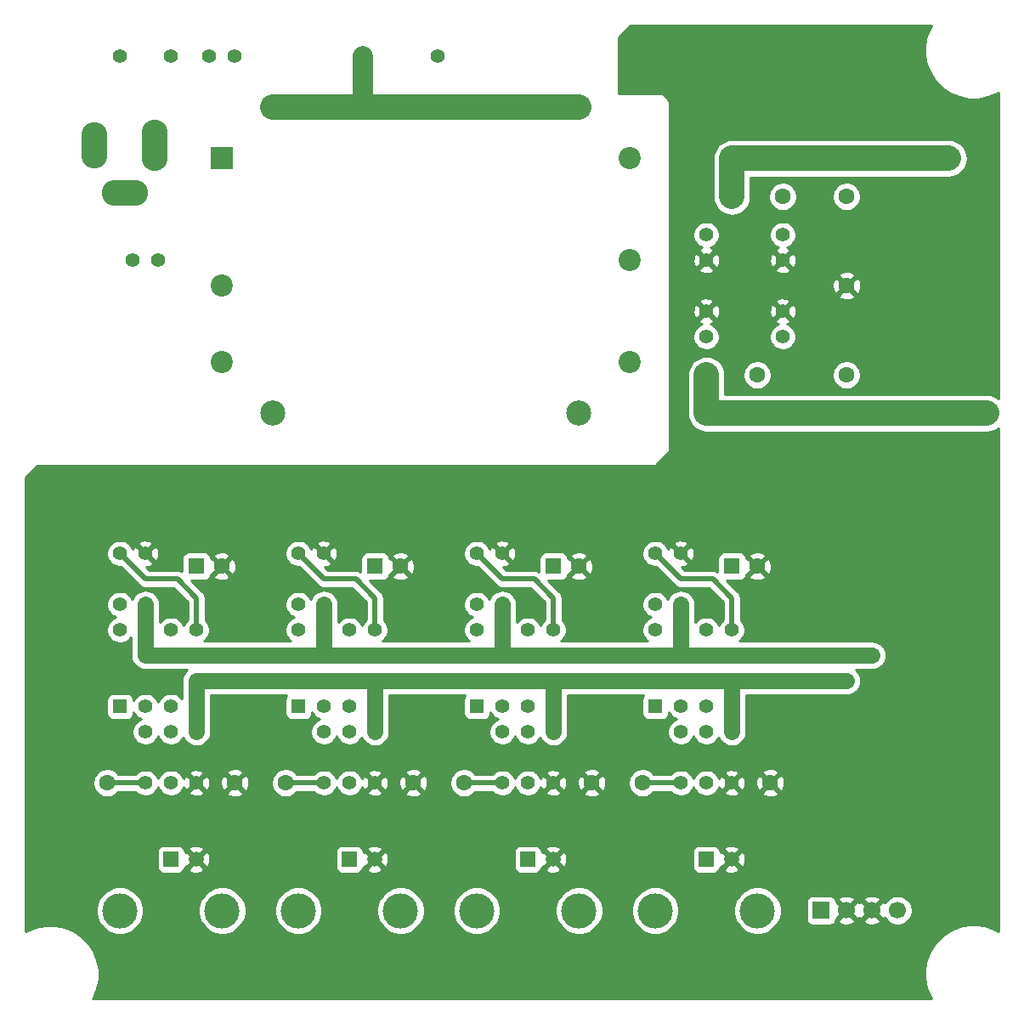
<source format=gbr>
%TF.GenerationSoftware,KiCad,Pcbnew,(5.1.12)-1*%
%TF.CreationDate,2022-11-09T13:12:54+09:00*%
%TF.ProjectId,2213_PHOTO_DIODE_BUFFER_AMP,32323133-5f50-4484-9f54-4f5f44494f44,0*%
%TF.SameCoordinates,Original*%
%TF.FileFunction,Copper,L1,Top*%
%TF.FilePolarity,Positive*%
%FSLAX46Y46*%
G04 Gerber Fmt 4.6, Leading zero omitted, Abs format (unit mm)*
G04 Created by KiCad (PCBNEW (5.1.12)-1) date 2022-11-09 13:12:54*
%MOMM*%
%LPD*%
G01*
G04 APERTURE LIST*
%TA.AperFunction,ComponentPad*%
%ADD10C,3.500000*%
%TD*%
%TA.AperFunction,ComponentPad*%
%ADD11C,1.500000*%
%TD*%
%TA.AperFunction,ComponentPad*%
%ADD12R,1.500000X1.500000*%
%TD*%
%TA.AperFunction,ComponentPad*%
%ADD13C,1.400000*%
%TD*%
%TA.AperFunction,ComponentPad*%
%ADD14O,2.600000X5.100000*%
%TD*%
%TA.AperFunction,ComponentPad*%
%ADD15O,2.600000X4.600000*%
%TD*%
%TA.AperFunction,ComponentPad*%
%ADD16O,4.600000X2.600000*%
%TD*%
%TA.AperFunction,ComponentPad*%
%ADD17C,1.600000*%
%TD*%
%TA.AperFunction,ComponentPad*%
%ADD18R,1.600000X1.600000*%
%TD*%
%TA.AperFunction,ComponentPad*%
%ADD19R,1.400000X1.400000*%
%TD*%
%TA.AperFunction,ComponentPad*%
%ADD20R,2.200000X2.200000*%
%TD*%
%TA.AperFunction,ComponentPad*%
%ADD21C,2.200000*%
%TD*%
%TA.AperFunction,ComponentPad*%
%ADD22C,2.500000*%
%TD*%
%TA.AperFunction,ComponentPad*%
%ADD23R,1.700000X1.700000*%
%TD*%
%TA.AperFunction,ComponentPad*%
%ADD24C,1.700000*%
%TD*%
%TA.AperFunction,ViaPad*%
%ADD25C,1.600000*%
%TD*%
%TA.AperFunction,Conductor*%
%ADD26C,2.000000*%
%TD*%
%TA.AperFunction,Conductor*%
%ADD27C,2.500000*%
%TD*%
%TA.AperFunction,Conductor*%
%ADD28C,1.600000*%
%TD*%
%TA.AperFunction,Conductor*%
%ADD29C,0.500000*%
%TD*%
%TA.AperFunction,Conductor*%
%ADD30C,0.254000*%
%TD*%
%TA.AperFunction,Conductor*%
%ADD31C,0.100000*%
%TD*%
G04 APERTURE END LIST*
D10*
%TO.P,CN10,4*%
%TO.N,N/C*%
X124480000Y-139720000D03*
%TO.P,CN10,3*%
X114280000Y-139720000D03*
D11*
%TO.P,CN10,2*%
%TO.N,GND*%
X121880000Y-134620000D03*
D12*
%TO.P,CN10,1*%
%TO.N,Net-(CN10-Pad1)*%
X119380000Y-134620000D03*
%TD*%
D10*
%TO.P,CN9,4*%
%TO.N,N/C*%
X106700000Y-139720000D03*
%TO.P,CN9,3*%
X96500000Y-139720000D03*
D11*
%TO.P,CN9,2*%
%TO.N,GND*%
X104100000Y-134620000D03*
D12*
%TO.P,CN9,1*%
%TO.N,Net-(CN9-Pad1)*%
X101600000Y-134620000D03*
%TD*%
D10*
%TO.P,CN8,4*%
%TO.N,N/C*%
X88920000Y-139720000D03*
%TO.P,CN8,3*%
X78720000Y-139720000D03*
D11*
%TO.P,CN8,2*%
%TO.N,GND*%
X86320000Y-134620000D03*
D12*
%TO.P,CN8,1*%
%TO.N,Net-(CN8-Pad1)*%
X83820000Y-134620000D03*
%TD*%
D10*
%TO.P,CN7,4*%
%TO.N,N/C*%
X71140000Y-139720000D03*
%TO.P,CN7,3*%
X60940000Y-139720000D03*
D11*
%TO.P,CN7,2*%
%TO.N,GND*%
X68540000Y-134620000D03*
D12*
%TO.P,CN7,1*%
%TO.N,Net-(CN7-Pad1)*%
X66040000Y-134620000D03*
%TD*%
D13*
%TO.P,C1,1*%
%TO.N,Net-(C1-Pad1)*%
X64750000Y-74930000D03*
%TO.P,C1,2*%
%TO.N,Net-(C1-Pad2)*%
X62250000Y-74930000D03*
%TD*%
%TO.P,C2,1*%
%TO.N,GND*%
X92650000Y-54610000D03*
%TO.P,C2,2*%
%TO.N,Net-(C1-Pad2)*%
X85150000Y-54610000D03*
%TD*%
%TO.P,C3,2*%
%TO.N,GND*%
X119380000Y-74930000D03*
%TO.P,C3,1*%
%TO.N,Net-(C3-Pad1)*%
X119380000Y-72390000D03*
%TD*%
%TO.P,C4,1*%
%TO.N,GND*%
X119380000Y-80010000D03*
%TO.P,C4,2*%
%TO.N,Net-(C4-Pad2)*%
X119380000Y-82550000D03*
%TD*%
%TO.P,C5,1*%
%TO.N,+12V*%
X127000000Y-72390000D03*
%TO.P,C5,2*%
%TO.N,GND*%
X127000000Y-74930000D03*
%TD*%
%TO.P,C6,2*%
%TO.N,-12V*%
X127000000Y-82550000D03*
%TO.P,C6,1*%
%TO.N,GND*%
X127000000Y-80010000D03*
%TD*%
%TO.P,C15,1*%
%TO.N,Net-(C15-Pad1)*%
X60960000Y-104140000D03*
%TO.P,C15,2*%
%TO.N,Net-(C15-Pad2)*%
X60960000Y-109220000D03*
%TD*%
%TO.P,C16,2*%
%TO.N,Net-(C16-Pad2)*%
X78740000Y-109220000D03*
%TO.P,C16,1*%
%TO.N,Net-(C16-Pad1)*%
X78740000Y-104140000D03*
%TD*%
%TO.P,C17,1*%
%TO.N,Net-(C17-Pad1)*%
X96520000Y-104140000D03*
%TO.P,C17,2*%
%TO.N,Net-(C17-Pad2)*%
X96520000Y-109220000D03*
%TD*%
%TO.P,C18,2*%
%TO.N,Net-(C18-Pad2)*%
X114300000Y-109220000D03*
%TO.P,C18,1*%
%TO.N,Net-(C18-Pad1)*%
X114300000Y-104140000D03*
%TD*%
D14*
%TO.P,CN1,1*%
%TO.N,Net-(C1-Pad1)*%
X64420000Y-63500000D03*
D15*
%TO.P,CN1,2*%
%TO.N,Net-(C1-Pad2)*%
X58420000Y-63500000D03*
D16*
%TO.P,CN1,3*%
X61420000Y-68200000D03*
%TD*%
D17*
%TO.P,CN2,2*%
%TO.N,GND*%
X71080000Y-105410000D03*
D18*
%TO.P,CN2,1*%
%TO.N,Net-(CN2-Pad1)*%
X68580000Y-105410000D03*
%TD*%
%TO.P,CN3,1*%
%TO.N,Net-(CN3-Pad1)*%
X86380000Y-105410000D03*
D17*
%TO.P,CN3,2*%
%TO.N,GND*%
X88880000Y-105410000D03*
%TD*%
D18*
%TO.P,CN4,1*%
%TO.N,Net-(CN4-Pad1)*%
X104160000Y-105410000D03*
D17*
%TO.P,CN4,2*%
%TO.N,GND*%
X106660000Y-105410000D03*
%TD*%
%TO.P,CN5,2*%
%TO.N,GND*%
X124440000Y-105410000D03*
D18*
%TO.P,CN5,1*%
%TO.N,Net-(CN5-Pad1)*%
X121940000Y-105410000D03*
%TD*%
D13*
%TO.P,IC1,8*%
%TO.N,Net-(C15-Pad2)*%
X60960000Y-111760000D03*
%TO.P,IC1,4*%
%TO.N,-12V*%
X68580000Y-119380000D03*
%TO.P,IC1,7*%
%TO.N,+12V*%
X63500000Y-111760000D03*
%TO.P,IC1,3*%
%TO.N,Net-(IC1-Pad3)*%
X66040000Y-119380000D03*
%TO.P,IC1,6*%
%TO.N,Net-(IC1-Pad2)*%
X66040000Y-111760000D03*
%TO.P,IC1,2*%
X63500000Y-119380000D03*
%TO.P,IC1,5*%
%TO.N,Net-(C15-Pad1)*%
X68580000Y-111760000D03*
D19*
%TO.P,IC1,1*%
%TO.N,Net-(IC1-Pad1)*%
X60960000Y-119380000D03*
%TD*%
%TO.P,IC2,1*%
%TO.N,Net-(IC2-Pad1)*%
X78740000Y-119380000D03*
D13*
%TO.P,IC2,5*%
%TO.N,Net-(C16-Pad1)*%
X86360000Y-111760000D03*
%TO.P,IC2,2*%
%TO.N,Net-(IC2-Pad2)*%
X81280000Y-119380000D03*
%TO.P,IC2,6*%
X83820000Y-111760000D03*
%TO.P,IC2,3*%
%TO.N,Net-(IC2-Pad3)*%
X83820000Y-119380000D03*
%TO.P,IC2,7*%
%TO.N,+12V*%
X81280000Y-111760000D03*
%TO.P,IC2,4*%
%TO.N,-12V*%
X86360000Y-119380000D03*
%TO.P,IC2,8*%
%TO.N,Net-(C16-Pad2)*%
X78740000Y-111760000D03*
%TD*%
D19*
%TO.P,IC3,1*%
%TO.N,Net-(IC3-Pad1)*%
X96520000Y-119380000D03*
D13*
%TO.P,IC3,5*%
%TO.N,Net-(C17-Pad1)*%
X104140000Y-111760000D03*
%TO.P,IC3,2*%
%TO.N,Net-(IC3-Pad2)*%
X99060000Y-119380000D03*
%TO.P,IC3,6*%
X101600000Y-111760000D03*
%TO.P,IC3,3*%
%TO.N,Net-(IC3-Pad3)*%
X101600000Y-119380000D03*
%TO.P,IC3,7*%
%TO.N,+12V*%
X99060000Y-111760000D03*
%TO.P,IC3,4*%
%TO.N,-12V*%
X104140000Y-119380000D03*
%TO.P,IC3,8*%
%TO.N,Net-(C17-Pad2)*%
X96520000Y-111760000D03*
%TD*%
%TO.P,IC4,8*%
%TO.N,Net-(C18-Pad2)*%
X114300000Y-111760000D03*
%TO.P,IC4,4*%
%TO.N,-12V*%
X121920000Y-119380000D03*
%TO.P,IC4,7*%
%TO.N,+12V*%
X116840000Y-111760000D03*
%TO.P,IC4,3*%
%TO.N,Net-(IC4-Pad3)*%
X119380000Y-119380000D03*
%TO.P,IC4,6*%
%TO.N,Net-(IC4-Pad2)*%
X119380000Y-111760000D03*
%TO.P,IC4,2*%
X116840000Y-119380000D03*
%TO.P,IC4,5*%
%TO.N,Net-(C18-Pad1)*%
X121920000Y-111760000D03*
D19*
%TO.P,IC4,1*%
%TO.N,Net-(IC4-Pad1)*%
X114300000Y-119380000D03*
%TD*%
D17*
%TO.P,L1,2*%
%TO.N,+12V*%
X127000000Y-68580000D03*
%TO.P,L1,1*%
%TO.N,Net-(C3-Pad1)*%
X121920000Y-68580000D03*
%TD*%
%TO.P,L2,1*%
%TO.N,-12V*%
X124460000Y-86360000D03*
%TO.P,L2,2*%
%TO.N,Net-(C4-Pad2)*%
X119380000Y-86360000D03*
%TD*%
%TO.P,TP1,1*%
%TO.N,+12V*%
X133350000Y-68580000D03*
%TD*%
%TO.P,TP2,1*%
%TO.N,-12V*%
X133350000Y-86360000D03*
%TD*%
%TO.P,TP3,1*%
%TO.N,Net-(CN7-Pad1)*%
X59690000Y-127000000D03*
%TD*%
%TO.P,TP4,1*%
%TO.N,Net-(CN8-Pad1)*%
X77470000Y-127000000D03*
%TD*%
%TO.P,TP5,1*%
%TO.N,Net-(CN9-Pad1)*%
X95250000Y-127000000D03*
%TD*%
%TO.P,TP6,1*%
%TO.N,Net-(CN10-Pad1)*%
X113030000Y-127000000D03*
%TD*%
%TO.P,TP7,1*%
%TO.N,GND*%
X72390000Y-127000000D03*
%TD*%
%TO.P,TP8,1*%
%TO.N,GND*%
X90170000Y-127000000D03*
%TD*%
%TO.P,TP9,1*%
%TO.N,GND*%
X107950000Y-127000000D03*
%TD*%
%TO.P,TP10,1*%
%TO.N,GND*%
X125730000Y-127000000D03*
%TD*%
%TO.P,TP11,1*%
%TO.N,GND*%
X133350000Y-77470000D03*
%TD*%
D20*
%TO.P,U1,1*%
%TO.N,Net-(C1-Pad1)*%
X71120000Y-64770000D03*
D21*
%TO.P,U1,2*%
%TO.N,Net-(C1-Pad2)*%
X71120000Y-77470000D03*
%TO.P,U1,3*%
X71120000Y-85090000D03*
%TO.P,U1,4*%
%TO.N,Net-(C3-Pad1)*%
X111760000Y-64770000D03*
%TO.P,U1,5*%
%TO.N,GND*%
X111760000Y-74930000D03*
%TO.P,U1,6*%
%TO.N,Net-(C4-Pad2)*%
X111760000Y-85090000D03*
D22*
%TO.P,U1,7*%
%TO.N,Net-(C1-Pad2)*%
X76200000Y-59690000D03*
%TO.P,U1,8*%
X76200000Y-90170000D03*
%TO.P,U1,9*%
X106680000Y-59690000D03*
%TO.P,U1,10*%
X106680000Y-90170000D03*
%TD*%
D23*
%TO.P,CN6,1*%
%TO.N,Net-(C3-Pad1)*%
X130810000Y-139700000D03*
D24*
%TO.P,CN6,2*%
%TO.N,GND*%
X133350000Y-139700000D03*
%TO.P,CN6,3*%
X135890000Y-139700000D03*
%TO.P,CN6,4*%
%TO.N,Net-(C4-Pad2)*%
X138430000Y-139700000D03*
%TD*%
D13*
%TO.P,C7,1*%
%TO.N,+12V*%
X63500000Y-109220000D03*
%TO.P,C7,2*%
%TO.N,GND*%
X63500000Y-104140000D03*
%TD*%
%TO.P,C8,2*%
%TO.N,GND*%
X68580000Y-127000000D03*
%TO.P,C8,1*%
%TO.N,-12V*%
X68580000Y-121920000D03*
%TD*%
%TO.P,C9,2*%
%TO.N,GND*%
X81280000Y-104140000D03*
%TO.P,C9,1*%
%TO.N,+12V*%
X81280000Y-109220000D03*
%TD*%
%TO.P,C10,1*%
%TO.N,-12V*%
X86360000Y-121920000D03*
%TO.P,C10,2*%
%TO.N,GND*%
X86360000Y-127000000D03*
%TD*%
%TO.P,C11,2*%
%TO.N,GND*%
X99060000Y-104140000D03*
%TO.P,C11,1*%
%TO.N,+12V*%
X99060000Y-109220000D03*
%TD*%
%TO.P,C12,1*%
%TO.N,-12V*%
X104140000Y-121920000D03*
%TO.P,C12,2*%
%TO.N,GND*%
X104140000Y-127000000D03*
%TD*%
%TO.P,C13,1*%
%TO.N,+12V*%
X116840000Y-109220000D03*
%TO.P,C13,2*%
%TO.N,GND*%
X116840000Y-104140000D03*
%TD*%
%TO.P,C14,2*%
%TO.N,GND*%
X121920000Y-127000000D03*
%TO.P,C14,1*%
%TO.N,-12V*%
X121920000Y-121920000D03*
%TD*%
%TO.P,R1,2*%
%TO.N,Net-(CN2-Pad1)*%
X66040000Y-127000000D03*
%TO.P,R1,1*%
%TO.N,Net-(IC1-Pad3)*%
X66040000Y-121920000D03*
%TD*%
%TO.P,R2,1*%
%TO.N,Net-(IC2-Pad3)*%
X83820000Y-121920000D03*
%TO.P,R2,2*%
%TO.N,Net-(CN3-Pad1)*%
X83820000Y-127000000D03*
%TD*%
%TO.P,R3,1*%
%TO.N,Net-(IC3-Pad3)*%
X101600000Y-121920000D03*
%TO.P,R3,2*%
%TO.N,Net-(CN4-Pad1)*%
X101600000Y-127000000D03*
%TD*%
%TO.P,R4,2*%
%TO.N,Net-(CN5-Pad1)*%
X119380000Y-127000000D03*
%TO.P,R4,1*%
%TO.N,Net-(IC4-Pad3)*%
X119380000Y-121920000D03*
%TD*%
%TO.P,R5,2*%
%TO.N,Net-(IC1-Pad2)*%
X63500000Y-121920000D03*
%TO.P,R5,1*%
%TO.N,Net-(CN7-Pad1)*%
X63500000Y-127000000D03*
%TD*%
%TO.P,R6,1*%
%TO.N,Net-(CN8-Pad1)*%
X81280000Y-127000000D03*
%TO.P,R6,2*%
%TO.N,Net-(IC2-Pad2)*%
X81280000Y-121920000D03*
%TD*%
%TO.P,R7,1*%
%TO.N,Net-(CN9-Pad1)*%
X99060000Y-127000000D03*
%TO.P,R7,2*%
%TO.N,Net-(IC3-Pad2)*%
X99060000Y-121920000D03*
%TD*%
%TO.P,R8,2*%
%TO.N,Net-(IC4-Pad2)*%
X116840000Y-121920000D03*
%TO.P,R8,1*%
%TO.N,Net-(CN10-Pad1)*%
X116840000Y-127000000D03*
%TD*%
%TO.P,LED1,1*%
%TO.N,Net-(LED1-Pad1)*%
X69850000Y-54610000D03*
%TO.P,LED1,2*%
%TO.N,Net-(C1-Pad2)*%
X72390000Y-54610000D03*
%TD*%
%TO.P,R9,1*%
%TO.N,Net-(C1-Pad1)*%
X60960000Y-54610000D03*
%TO.P,R9,2*%
%TO.N,Net-(LED1-Pad1)*%
X66040000Y-54610000D03*
%TD*%
D25*
%TO.N,Net-(C3-Pad1)*%
X143510000Y-64770000D03*
%TO.N,Net-(C4-Pad2)*%
X147320000Y-90170000D03*
%TO.N,+12V*%
X135890000Y-114300000D03*
%TO.N,-12V*%
X133350000Y-116840000D03*
%TD*%
D26*
%TO.N,Net-(C1-Pad2)*%
X85150000Y-59630000D02*
X85090000Y-59690000D01*
X85150000Y-54610000D02*
X85150000Y-59630000D01*
D27*
X85090000Y-59690000D02*
X76200000Y-59690000D01*
X106680000Y-59690000D02*
X85090000Y-59690000D01*
%TO.N,Net-(C3-Pad1)*%
X121920000Y-64770000D02*
X121920000Y-68580000D01*
X143510000Y-64770000D02*
X121920000Y-64770000D01*
%TO.N,Net-(C4-Pad2)*%
X119380000Y-90170000D02*
X147320000Y-90170000D01*
X119380000Y-86360000D02*
X119380000Y-90170000D01*
D28*
%TO.N,+12V*%
X63500000Y-111760000D02*
X63500000Y-114300000D01*
X63500000Y-114300000D02*
X81280000Y-114300000D01*
X81280000Y-114300000D02*
X81280000Y-111760000D01*
X81280000Y-111760000D02*
X81280000Y-109220000D01*
X63500000Y-111760000D02*
X63500000Y-109220000D01*
X81280000Y-114300000D02*
X99060000Y-114300000D01*
X99060000Y-114300000D02*
X99060000Y-111760000D01*
X99060000Y-114300000D02*
X116840000Y-114300000D01*
X116840000Y-114300000D02*
X116840000Y-111760000D01*
X116840000Y-111760000D02*
X116840000Y-109220000D01*
X99060000Y-111760000D02*
X99060000Y-109220000D01*
X116840000Y-114300000D02*
X135890000Y-114300000D01*
%TO.N,-12V*%
X121920000Y-121920000D02*
X121920000Y-119380000D01*
X121920000Y-119380000D02*
X121920000Y-116840000D01*
X121920000Y-116840000D02*
X104140000Y-116840000D01*
X104140000Y-116840000D02*
X104140000Y-119380000D01*
X104140000Y-119380000D02*
X104140000Y-121920000D01*
X104140000Y-116840000D02*
X86360000Y-116840000D01*
X86360000Y-116840000D02*
X86360000Y-119380000D01*
X86360000Y-119380000D02*
X86360000Y-121920000D01*
X86360000Y-116840000D02*
X68580000Y-116840000D01*
X68580000Y-116840000D02*
X68580000Y-119380000D01*
X68580000Y-121920000D02*
X68580000Y-119380000D01*
X133350000Y-116840000D02*
X121920000Y-116840000D01*
D29*
%TO.N,Net-(C15-Pad1)*%
X63500000Y-106680000D02*
X60960000Y-104140000D01*
X66675000Y-106680000D02*
X63500000Y-106680000D01*
X68580000Y-108585000D02*
X66675000Y-106680000D01*
X68580000Y-111760000D02*
X68580000Y-108585000D01*
%TO.N,Net-(C16-Pad1)*%
X86360000Y-111760000D02*
X86360000Y-108585000D01*
X86360000Y-108585000D02*
X84455000Y-106680000D01*
X81280000Y-106680000D02*
X78740000Y-104140000D01*
X84455000Y-106680000D02*
X81280000Y-106680000D01*
%TO.N,Net-(C17-Pad1)*%
X104140000Y-111760000D02*
X104140000Y-108585000D01*
X104140000Y-108585000D02*
X102235000Y-106680000D01*
X99060000Y-106680000D02*
X96520000Y-104140000D01*
X102235000Y-106680000D02*
X99060000Y-106680000D01*
%TO.N,Net-(C18-Pad1)*%
X121920000Y-111760000D02*
X121920000Y-108585000D01*
X121920000Y-108585000D02*
X120015000Y-106680000D01*
X116840000Y-106680000D02*
X114300000Y-104140000D01*
X120015000Y-106680000D02*
X116840000Y-106680000D01*
%TO.N,Net-(CN7-Pad1)*%
X63500000Y-127000000D02*
X59690000Y-127000000D01*
%TO.N,Net-(CN8-Pad1)*%
X81280000Y-127000000D02*
X77470000Y-127000000D01*
%TO.N,Net-(CN9-Pad1)*%
X99060000Y-127000000D02*
X95250000Y-127000000D01*
%TO.N,Net-(CN10-Pad1)*%
X116840000Y-127000000D02*
X113030000Y-127000000D01*
%TD*%
D30*
%TO.N,GND*%
X141678058Y-51689874D02*
X141310420Y-52577431D01*
X141123000Y-53519657D01*
X141123000Y-54480343D01*
X141310420Y-55422569D01*
X141678058Y-56310126D01*
X142211787Y-57108906D01*
X142891094Y-57788213D01*
X143689874Y-58321942D01*
X144577431Y-58689580D01*
X145519657Y-58877000D01*
X146480343Y-58877000D01*
X147422569Y-58689580D01*
X148310126Y-58321942D01*
X148463000Y-58219795D01*
X148463000Y-88669519D01*
X148372317Y-88595097D01*
X148044848Y-88420061D01*
X147689524Y-88312275D01*
X147412597Y-88285000D01*
X121265000Y-88285000D01*
X121265000Y-86267403D01*
X121260200Y-86218665D01*
X123025000Y-86218665D01*
X123025000Y-86501335D01*
X123080147Y-86778574D01*
X123188320Y-87039727D01*
X123345363Y-87274759D01*
X123545241Y-87474637D01*
X123780273Y-87631680D01*
X124041426Y-87739853D01*
X124318665Y-87795000D01*
X124601335Y-87795000D01*
X124878574Y-87739853D01*
X125139727Y-87631680D01*
X125374759Y-87474637D01*
X125574637Y-87274759D01*
X125731680Y-87039727D01*
X125839853Y-86778574D01*
X125895000Y-86501335D01*
X125895000Y-86218665D01*
X131915000Y-86218665D01*
X131915000Y-86501335D01*
X131970147Y-86778574D01*
X132078320Y-87039727D01*
X132235363Y-87274759D01*
X132435241Y-87474637D01*
X132670273Y-87631680D01*
X132931426Y-87739853D01*
X133208665Y-87795000D01*
X133491335Y-87795000D01*
X133768574Y-87739853D01*
X134029727Y-87631680D01*
X134264759Y-87474637D01*
X134464637Y-87274759D01*
X134621680Y-87039727D01*
X134729853Y-86778574D01*
X134785000Y-86501335D01*
X134785000Y-86218665D01*
X134729853Y-85941426D01*
X134621680Y-85680273D01*
X134464637Y-85445241D01*
X134264759Y-85245363D01*
X134029727Y-85088320D01*
X133768574Y-84980147D01*
X133491335Y-84925000D01*
X133208665Y-84925000D01*
X132931426Y-84980147D01*
X132670273Y-85088320D01*
X132435241Y-85245363D01*
X132235363Y-85445241D01*
X132078320Y-85680273D01*
X131970147Y-85941426D01*
X131915000Y-86218665D01*
X125895000Y-86218665D01*
X125839853Y-85941426D01*
X125731680Y-85680273D01*
X125574637Y-85445241D01*
X125374759Y-85245363D01*
X125139727Y-85088320D01*
X124878574Y-84980147D01*
X124601335Y-84925000D01*
X124318665Y-84925000D01*
X124041426Y-84980147D01*
X123780273Y-85088320D01*
X123545241Y-85245363D01*
X123345363Y-85445241D01*
X123188320Y-85680273D01*
X123080147Y-85941426D01*
X123025000Y-86218665D01*
X121260200Y-86218665D01*
X121237725Y-85990476D01*
X121129939Y-85635152D01*
X120954903Y-85307683D01*
X120719345Y-85020655D01*
X120432317Y-84785097D01*
X120104847Y-84610061D01*
X119749523Y-84502275D01*
X119380000Y-84465880D01*
X119010476Y-84502275D01*
X118655152Y-84610061D01*
X118327683Y-84785097D01*
X118040655Y-85020655D01*
X117805097Y-85307683D01*
X117630061Y-85635153D01*
X117522275Y-85990477D01*
X117495000Y-86267404D01*
X117495001Y-90077394D01*
X117485880Y-90170000D01*
X117522275Y-90539524D01*
X117630061Y-90894848D01*
X117805097Y-91222317D01*
X118040655Y-91509345D01*
X118327683Y-91744903D01*
X118655152Y-91919939D01*
X119010476Y-92027725D01*
X119287403Y-92055000D01*
X119380000Y-92064120D01*
X119472597Y-92055000D01*
X147412597Y-92055000D01*
X147689524Y-92027725D01*
X148044848Y-91919939D01*
X148372317Y-91744903D01*
X148463000Y-91670481D01*
X148463000Y-141780205D01*
X148310126Y-141678058D01*
X147422569Y-141310420D01*
X146480343Y-141123000D01*
X145519657Y-141123000D01*
X144577431Y-141310420D01*
X143689874Y-141678058D01*
X142891094Y-142211787D01*
X142211787Y-142891094D01*
X141678058Y-143689874D01*
X141310420Y-144577431D01*
X141123000Y-145519657D01*
X141123000Y-146480343D01*
X141310420Y-147422569D01*
X141678058Y-148310126D01*
X141780205Y-148463000D01*
X58253204Y-148463000D01*
X58321942Y-148360126D01*
X58689580Y-147472569D01*
X58877000Y-146530343D01*
X58877000Y-145569657D01*
X58689580Y-144627431D01*
X58321942Y-143739874D01*
X57788213Y-142941094D01*
X57108906Y-142261787D01*
X56310126Y-141728058D01*
X55422569Y-141360420D01*
X54480343Y-141173000D01*
X53519657Y-141173000D01*
X52577431Y-141360420D01*
X51689874Y-141728058D01*
X51562000Y-141813501D01*
X51562000Y-139485098D01*
X58555000Y-139485098D01*
X58555000Y-139954902D01*
X58646654Y-140415679D01*
X58826440Y-140849721D01*
X59087450Y-141240349D01*
X59419651Y-141572550D01*
X59810279Y-141833560D01*
X60244321Y-142013346D01*
X60705098Y-142105000D01*
X61174902Y-142105000D01*
X61635679Y-142013346D01*
X62069721Y-141833560D01*
X62460349Y-141572550D01*
X62792550Y-141240349D01*
X63053560Y-140849721D01*
X63233346Y-140415679D01*
X63325000Y-139954902D01*
X63325000Y-139485098D01*
X68755000Y-139485098D01*
X68755000Y-139954902D01*
X68846654Y-140415679D01*
X69026440Y-140849721D01*
X69287450Y-141240349D01*
X69619651Y-141572550D01*
X70010279Y-141833560D01*
X70444321Y-142013346D01*
X70905098Y-142105000D01*
X71374902Y-142105000D01*
X71835679Y-142013346D01*
X72269721Y-141833560D01*
X72660349Y-141572550D01*
X72992550Y-141240349D01*
X73253560Y-140849721D01*
X73433346Y-140415679D01*
X73525000Y-139954902D01*
X73525000Y-139485098D01*
X76335000Y-139485098D01*
X76335000Y-139954902D01*
X76426654Y-140415679D01*
X76606440Y-140849721D01*
X76867450Y-141240349D01*
X77199651Y-141572550D01*
X77590279Y-141833560D01*
X78024321Y-142013346D01*
X78485098Y-142105000D01*
X78954902Y-142105000D01*
X79415679Y-142013346D01*
X79849721Y-141833560D01*
X80240349Y-141572550D01*
X80572550Y-141240349D01*
X80833560Y-140849721D01*
X81013346Y-140415679D01*
X81105000Y-139954902D01*
X81105000Y-139485098D01*
X86535000Y-139485098D01*
X86535000Y-139954902D01*
X86626654Y-140415679D01*
X86806440Y-140849721D01*
X87067450Y-141240349D01*
X87399651Y-141572550D01*
X87790279Y-141833560D01*
X88224321Y-142013346D01*
X88685098Y-142105000D01*
X89154902Y-142105000D01*
X89615679Y-142013346D01*
X90049721Y-141833560D01*
X90440349Y-141572550D01*
X90772550Y-141240349D01*
X91033560Y-140849721D01*
X91213346Y-140415679D01*
X91305000Y-139954902D01*
X91305000Y-139485098D01*
X94115000Y-139485098D01*
X94115000Y-139954902D01*
X94206654Y-140415679D01*
X94386440Y-140849721D01*
X94647450Y-141240349D01*
X94979651Y-141572550D01*
X95370279Y-141833560D01*
X95804321Y-142013346D01*
X96265098Y-142105000D01*
X96734902Y-142105000D01*
X97195679Y-142013346D01*
X97629721Y-141833560D01*
X98020349Y-141572550D01*
X98352550Y-141240349D01*
X98613560Y-140849721D01*
X98793346Y-140415679D01*
X98885000Y-139954902D01*
X98885000Y-139485098D01*
X104315000Y-139485098D01*
X104315000Y-139954902D01*
X104406654Y-140415679D01*
X104586440Y-140849721D01*
X104847450Y-141240349D01*
X105179651Y-141572550D01*
X105570279Y-141833560D01*
X106004321Y-142013346D01*
X106465098Y-142105000D01*
X106934902Y-142105000D01*
X107395679Y-142013346D01*
X107829721Y-141833560D01*
X108220349Y-141572550D01*
X108552550Y-141240349D01*
X108813560Y-140849721D01*
X108993346Y-140415679D01*
X109085000Y-139954902D01*
X109085000Y-139485098D01*
X111895000Y-139485098D01*
X111895000Y-139954902D01*
X111986654Y-140415679D01*
X112166440Y-140849721D01*
X112427450Y-141240349D01*
X112759651Y-141572550D01*
X113150279Y-141833560D01*
X113584321Y-142013346D01*
X114045098Y-142105000D01*
X114514902Y-142105000D01*
X114975679Y-142013346D01*
X115409721Y-141833560D01*
X115800349Y-141572550D01*
X116132550Y-141240349D01*
X116393560Y-140849721D01*
X116573346Y-140415679D01*
X116665000Y-139954902D01*
X116665000Y-139485098D01*
X122095000Y-139485098D01*
X122095000Y-139954902D01*
X122186654Y-140415679D01*
X122366440Y-140849721D01*
X122627450Y-141240349D01*
X122959651Y-141572550D01*
X123350279Y-141833560D01*
X123784321Y-142013346D01*
X124245098Y-142105000D01*
X124714902Y-142105000D01*
X125175679Y-142013346D01*
X125609721Y-141833560D01*
X126000349Y-141572550D01*
X126332550Y-141240349D01*
X126593560Y-140849721D01*
X126773346Y-140415679D01*
X126865000Y-139954902D01*
X126865000Y-139485098D01*
X126773346Y-139024321D01*
X126701140Y-138850000D01*
X129321928Y-138850000D01*
X129321928Y-140550000D01*
X129334188Y-140674482D01*
X129370498Y-140794180D01*
X129429463Y-140904494D01*
X129508815Y-141001185D01*
X129605506Y-141080537D01*
X129715820Y-141139502D01*
X129835518Y-141175812D01*
X129960000Y-141188072D01*
X131660000Y-141188072D01*
X131784482Y-141175812D01*
X131904180Y-141139502D01*
X132014494Y-141080537D01*
X132111185Y-141001185D01*
X132190537Y-140904494D01*
X132249502Y-140794180D01*
X132269457Y-140728397D01*
X132501208Y-140728397D01*
X132578843Y-140977472D01*
X132842883Y-141103371D01*
X133126411Y-141175339D01*
X133418531Y-141190611D01*
X133708019Y-141148599D01*
X133983747Y-141050919D01*
X134121157Y-140977472D01*
X134198792Y-140728397D01*
X135041208Y-140728397D01*
X135118843Y-140977472D01*
X135382883Y-141103371D01*
X135666411Y-141175339D01*
X135958531Y-141190611D01*
X136248019Y-141148599D01*
X136523747Y-141050919D01*
X136661157Y-140977472D01*
X136738792Y-140728397D01*
X135890000Y-139879605D01*
X135041208Y-140728397D01*
X134198792Y-140728397D01*
X133350000Y-139879605D01*
X132501208Y-140728397D01*
X132269457Y-140728397D01*
X132285812Y-140674482D01*
X132298072Y-140550000D01*
X132298072Y-140541458D01*
X132321603Y-140548792D01*
X133170395Y-139700000D01*
X133529605Y-139700000D01*
X134378397Y-140548792D01*
X134620000Y-140473486D01*
X134861603Y-140548792D01*
X135710395Y-139700000D01*
X136069605Y-139700000D01*
X136918397Y-140548792D01*
X137160689Y-140473271D01*
X137276525Y-140646632D01*
X137483368Y-140853475D01*
X137726589Y-141015990D01*
X137996842Y-141127932D01*
X138283740Y-141185000D01*
X138576260Y-141185000D01*
X138863158Y-141127932D01*
X139133411Y-141015990D01*
X139376632Y-140853475D01*
X139583475Y-140646632D01*
X139745990Y-140403411D01*
X139857932Y-140133158D01*
X139915000Y-139846260D01*
X139915000Y-139553740D01*
X139857932Y-139266842D01*
X139745990Y-138996589D01*
X139583475Y-138753368D01*
X139376632Y-138546525D01*
X139133411Y-138384010D01*
X138863158Y-138272068D01*
X138576260Y-138215000D01*
X138283740Y-138215000D01*
X137996842Y-138272068D01*
X137726589Y-138384010D01*
X137483368Y-138546525D01*
X137276525Y-138753368D01*
X137160689Y-138926729D01*
X136918397Y-138851208D01*
X136069605Y-139700000D01*
X135710395Y-139700000D01*
X134861603Y-138851208D01*
X134620000Y-138926514D01*
X134378397Y-138851208D01*
X133529605Y-139700000D01*
X133170395Y-139700000D01*
X132321603Y-138851208D01*
X132298072Y-138858542D01*
X132298072Y-138850000D01*
X132285812Y-138725518D01*
X132269458Y-138671603D01*
X132501208Y-138671603D01*
X133350000Y-139520395D01*
X134198792Y-138671603D01*
X135041208Y-138671603D01*
X135890000Y-139520395D01*
X136738792Y-138671603D01*
X136661157Y-138422528D01*
X136397117Y-138296629D01*
X136113589Y-138224661D01*
X135821469Y-138209389D01*
X135531981Y-138251401D01*
X135256253Y-138349081D01*
X135118843Y-138422528D01*
X135041208Y-138671603D01*
X134198792Y-138671603D01*
X134121157Y-138422528D01*
X133857117Y-138296629D01*
X133573589Y-138224661D01*
X133281469Y-138209389D01*
X132991981Y-138251401D01*
X132716253Y-138349081D01*
X132578843Y-138422528D01*
X132501208Y-138671603D01*
X132269458Y-138671603D01*
X132249502Y-138605820D01*
X132190537Y-138495506D01*
X132111185Y-138398815D01*
X132014494Y-138319463D01*
X131904180Y-138260498D01*
X131784482Y-138224188D01*
X131660000Y-138211928D01*
X129960000Y-138211928D01*
X129835518Y-138224188D01*
X129715820Y-138260498D01*
X129605506Y-138319463D01*
X129508815Y-138398815D01*
X129429463Y-138495506D01*
X129370498Y-138605820D01*
X129334188Y-138725518D01*
X129321928Y-138850000D01*
X126701140Y-138850000D01*
X126593560Y-138590279D01*
X126332550Y-138199651D01*
X126000349Y-137867450D01*
X125609721Y-137606440D01*
X125175679Y-137426654D01*
X124714902Y-137335000D01*
X124245098Y-137335000D01*
X123784321Y-137426654D01*
X123350279Y-137606440D01*
X122959651Y-137867450D01*
X122627450Y-138199651D01*
X122366440Y-138590279D01*
X122186654Y-139024321D01*
X122095000Y-139485098D01*
X116665000Y-139485098D01*
X116573346Y-139024321D01*
X116393560Y-138590279D01*
X116132550Y-138199651D01*
X115800349Y-137867450D01*
X115409721Y-137606440D01*
X114975679Y-137426654D01*
X114514902Y-137335000D01*
X114045098Y-137335000D01*
X113584321Y-137426654D01*
X113150279Y-137606440D01*
X112759651Y-137867450D01*
X112427450Y-138199651D01*
X112166440Y-138590279D01*
X111986654Y-139024321D01*
X111895000Y-139485098D01*
X109085000Y-139485098D01*
X108993346Y-139024321D01*
X108813560Y-138590279D01*
X108552550Y-138199651D01*
X108220349Y-137867450D01*
X107829721Y-137606440D01*
X107395679Y-137426654D01*
X106934902Y-137335000D01*
X106465098Y-137335000D01*
X106004321Y-137426654D01*
X105570279Y-137606440D01*
X105179651Y-137867450D01*
X104847450Y-138199651D01*
X104586440Y-138590279D01*
X104406654Y-139024321D01*
X104315000Y-139485098D01*
X98885000Y-139485098D01*
X98793346Y-139024321D01*
X98613560Y-138590279D01*
X98352550Y-138199651D01*
X98020349Y-137867450D01*
X97629721Y-137606440D01*
X97195679Y-137426654D01*
X96734902Y-137335000D01*
X96265098Y-137335000D01*
X95804321Y-137426654D01*
X95370279Y-137606440D01*
X94979651Y-137867450D01*
X94647450Y-138199651D01*
X94386440Y-138590279D01*
X94206654Y-139024321D01*
X94115000Y-139485098D01*
X91305000Y-139485098D01*
X91213346Y-139024321D01*
X91033560Y-138590279D01*
X90772550Y-138199651D01*
X90440349Y-137867450D01*
X90049721Y-137606440D01*
X89615679Y-137426654D01*
X89154902Y-137335000D01*
X88685098Y-137335000D01*
X88224321Y-137426654D01*
X87790279Y-137606440D01*
X87399651Y-137867450D01*
X87067450Y-138199651D01*
X86806440Y-138590279D01*
X86626654Y-139024321D01*
X86535000Y-139485098D01*
X81105000Y-139485098D01*
X81013346Y-139024321D01*
X80833560Y-138590279D01*
X80572550Y-138199651D01*
X80240349Y-137867450D01*
X79849721Y-137606440D01*
X79415679Y-137426654D01*
X78954902Y-137335000D01*
X78485098Y-137335000D01*
X78024321Y-137426654D01*
X77590279Y-137606440D01*
X77199651Y-137867450D01*
X76867450Y-138199651D01*
X76606440Y-138590279D01*
X76426654Y-139024321D01*
X76335000Y-139485098D01*
X73525000Y-139485098D01*
X73433346Y-139024321D01*
X73253560Y-138590279D01*
X72992550Y-138199651D01*
X72660349Y-137867450D01*
X72269721Y-137606440D01*
X71835679Y-137426654D01*
X71374902Y-137335000D01*
X70905098Y-137335000D01*
X70444321Y-137426654D01*
X70010279Y-137606440D01*
X69619651Y-137867450D01*
X69287450Y-138199651D01*
X69026440Y-138590279D01*
X68846654Y-139024321D01*
X68755000Y-139485098D01*
X63325000Y-139485098D01*
X63233346Y-139024321D01*
X63053560Y-138590279D01*
X62792550Y-138199651D01*
X62460349Y-137867450D01*
X62069721Y-137606440D01*
X61635679Y-137426654D01*
X61174902Y-137335000D01*
X60705098Y-137335000D01*
X60244321Y-137426654D01*
X59810279Y-137606440D01*
X59419651Y-137867450D01*
X59087450Y-138199651D01*
X58826440Y-138590279D01*
X58646654Y-139024321D01*
X58555000Y-139485098D01*
X51562000Y-139485098D01*
X51562000Y-133870000D01*
X64651928Y-133870000D01*
X64651928Y-135370000D01*
X64664188Y-135494482D01*
X64700498Y-135614180D01*
X64759463Y-135724494D01*
X64838815Y-135821185D01*
X64935506Y-135900537D01*
X65045820Y-135959502D01*
X65165518Y-135995812D01*
X65290000Y-136008072D01*
X66790000Y-136008072D01*
X66914482Y-135995812D01*
X67034180Y-135959502D01*
X67144494Y-135900537D01*
X67241185Y-135821185D01*
X67320537Y-135724494D01*
X67379502Y-135614180D01*
X67390782Y-135576993D01*
X67762612Y-135576993D01*
X67828137Y-135815860D01*
X68075116Y-135931760D01*
X68339960Y-135997250D01*
X68612492Y-136009812D01*
X68882238Y-135968965D01*
X69138832Y-135876277D01*
X69251863Y-135815860D01*
X69317388Y-135576993D01*
X68540000Y-134799605D01*
X67762612Y-135576993D01*
X67390782Y-135576993D01*
X67415812Y-135494482D01*
X67428072Y-135370000D01*
X67428072Y-135354887D01*
X67583007Y-135397388D01*
X68360395Y-134620000D01*
X68719605Y-134620000D01*
X69496993Y-135397388D01*
X69735860Y-135331863D01*
X69851760Y-135084884D01*
X69917250Y-134820040D01*
X69929812Y-134547508D01*
X69888965Y-134277762D01*
X69796277Y-134021168D01*
X69735860Y-133908137D01*
X69596835Y-133870000D01*
X82431928Y-133870000D01*
X82431928Y-135370000D01*
X82444188Y-135494482D01*
X82480498Y-135614180D01*
X82539463Y-135724494D01*
X82618815Y-135821185D01*
X82715506Y-135900537D01*
X82825820Y-135959502D01*
X82945518Y-135995812D01*
X83070000Y-136008072D01*
X84570000Y-136008072D01*
X84694482Y-135995812D01*
X84814180Y-135959502D01*
X84924494Y-135900537D01*
X85021185Y-135821185D01*
X85100537Y-135724494D01*
X85159502Y-135614180D01*
X85170782Y-135576993D01*
X85542612Y-135576993D01*
X85608137Y-135815860D01*
X85855116Y-135931760D01*
X86119960Y-135997250D01*
X86392492Y-136009812D01*
X86662238Y-135968965D01*
X86918832Y-135876277D01*
X87031863Y-135815860D01*
X87097388Y-135576993D01*
X86320000Y-134799605D01*
X85542612Y-135576993D01*
X85170782Y-135576993D01*
X85195812Y-135494482D01*
X85208072Y-135370000D01*
X85208072Y-135354887D01*
X85363007Y-135397388D01*
X86140395Y-134620000D01*
X86499605Y-134620000D01*
X87276993Y-135397388D01*
X87515860Y-135331863D01*
X87631760Y-135084884D01*
X87697250Y-134820040D01*
X87709812Y-134547508D01*
X87668965Y-134277762D01*
X87576277Y-134021168D01*
X87515860Y-133908137D01*
X87376835Y-133870000D01*
X100211928Y-133870000D01*
X100211928Y-135370000D01*
X100224188Y-135494482D01*
X100260498Y-135614180D01*
X100319463Y-135724494D01*
X100398815Y-135821185D01*
X100495506Y-135900537D01*
X100605820Y-135959502D01*
X100725518Y-135995812D01*
X100850000Y-136008072D01*
X102350000Y-136008072D01*
X102474482Y-135995812D01*
X102594180Y-135959502D01*
X102704494Y-135900537D01*
X102801185Y-135821185D01*
X102880537Y-135724494D01*
X102939502Y-135614180D01*
X102950782Y-135576993D01*
X103322612Y-135576993D01*
X103388137Y-135815860D01*
X103635116Y-135931760D01*
X103899960Y-135997250D01*
X104172492Y-136009812D01*
X104442238Y-135968965D01*
X104698832Y-135876277D01*
X104811863Y-135815860D01*
X104877388Y-135576993D01*
X104100000Y-134799605D01*
X103322612Y-135576993D01*
X102950782Y-135576993D01*
X102975812Y-135494482D01*
X102988072Y-135370000D01*
X102988072Y-135354887D01*
X103143007Y-135397388D01*
X103920395Y-134620000D01*
X104279605Y-134620000D01*
X105056993Y-135397388D01*
X105295860Y-135331863D01*
X105411760Y-135084884D01*
X105477250Y-134820040D01*
X105489812Y-134547508D01*
X105448965Y-134277762D01*
X105356277Y-134021168D01*
X105295860Y-133908137D01*
X105156835Y-133870000D01*
X117991928Y-133870000D01*
X117991928Y-135370000D01*
X118004188Y-135494482D01*
X118040498Y-135614180D01*
X118099463Y-135724494D01*
X118178815Y-135821185D01*
X118275506Y-135900537D01*
X118385820Y-135959502D01*
X118505518Y-135995812D01*
X118630000Y-136008072D01*
X120130000Y-136008072D01*
X120254482Y-135995812D01*
X120374180Y-135959502D01*
X120484494Y-135900537D01*
X120581185Y-135821185D01*
X120660537Y-135724494D01*
X120719502Y-135614180D01*
X120730782Y-135576993D01*
X121102612Y-135576993D01*
X121168137Y-135815860D01*
X121415116Y-135931760D01*
X121679960Y-135997250D01*
X121952492Y-136009812D01*
X122222238Y-135968965D01*
X122478832Y-135876277D01*
X122591863Y-135815860D01*
X122657388Y-135576993D01*
X121880000Y-134799605D01*
X121102612Y-135576993D01*
X120730782Y-135576993D01*
X120755812Y-135494482D01*
X120768072Y-135370000D01*
X120768072Y-135354887D01*
X120923007Y-135397388D01*
X121700395Y-134620000D01*
X122059605Y-134620000D01*
X122836993Y-135397388D01*
X123075860Y-135331863D01*
X123191760Y-135084884D01*
X123257250Y-134820040D01*
X123269812Y-134547508D01*
X123228965Y-134277762D01*
X123136277Y-134021168D01*
X123075860Y-133908137D01*
X122836993Y-133842612D01*
X122059605Y-134620000D01*
X121700395Y-134620000D01*
X120923007Y-133842612D01*
X120768072Y-133885113D01*
X120768072Y-133870000D01*
X120755812Y-133745518D01*
X120730783Y-133663007D01*
X121102612Y-133663007D01*
X121880000Y-134440395D01*
X122657388Y-133663007D01*
X122591863Y-133424140D01*
X122344884Y-133308240D01*
X122080040Y-133242750D01*
X121807508Y-133230188D01*
X121537762Y-133271035D01*
X121281168Y-133363723D01*
X121168137Y-133424140D01*
X121102612Y-133663007D01*
X120730783Y-133663007D01*
X120719502Y-133625820D01*
X120660537Y-133515506D01*
X120581185Y-133418815D01*
X120484494Y-133339463D01*
X120374180Y-133280498D01*
X120254482Y-133244188D01*
X120130000Y-133231928D01*
X118630000Y-133231928D01*
X118505518Y-133244188D01*
X118385820Y-133280498D01*
X118275506Y-133339463D01*
X118178815Y-133418815D01*
X118099463Y-133515506D01*
X118040498Y-133625820D01*
X118004188Y-133745518D01*
X117991928Y-133870000D01*
X105156835Y-133870000D01*
X105056993Y-133842612D01*
X104279605Y-134620000D01*
X103920395Y-134620000D01*
X103143007Y-133842612D01*
X102988072Y-133885113D01*
X102988072Y-133870000D01*
X102975812Y-133745518D01*
X102950783Y-133663007D01*
X103322612Y-133663007D01*
X104100000Y-134440395D01*
X104877388Y-133663007D01*
X104811863Y-133424140D01*
X104564884Y-133308240D01*
X104300040Y-133242750D01*
X104027508Y-133230188D01*
X103757762Y-133271035D01*
X103501168Y-133363723D01*
X103388137Y-133424140D01*
X103322612Y-133663007D01*
X102950783Y-133663007D01*
X102939502Y-133625820D01*
X102880537Y-133515506D01*
X102801185Y-133418815D01*
X102704494Y-133339463D01*
X102594180Y-133280498D01*
X102474482Y-133244188D01*
X102350000Y-133231928D01*
X100850000Y-133231928D01*
X100725518Y-133244188D01*
X100605820Y-133280498D01*
X100495506Y-133339463D01*
X100398815Y-133418815D01*
X100319463Y-133515506D01*
X100260498Y-133625820D01*
X100224188Y-133745518D01*
X100211928Y-133870000D01*
X87376835Y-133870000D01*
X87276993Y-133842612D01*
X86499605Y-134620000D01*
X86140395Y-134620000D01*
X85363007Y-133842612D01*
X85208072Y-133885113D01*
X85208072Y-133870000D01*
X85195812Y-133745518D01*
X85170783Y-133663007D01*
X85542612Y-133663007D01*
X86320000Y-134440395D01*
X87097388Y-133663007D01*
X87031863Y-133424140D01*
X86784884Y-133308240D01*
X86520040Y-133242750D01*
X86247508Y-133230188D01*
X85977762Y-133271035D01*
X85721168Y-133363723D01*
X85608137Y-133424140D01*
X85542612Y-133663007D01*
X85170783Y-133663007D01*
X85159502Y-133625820D01*
X85100537Y-133515506D01*
X85021185Y-133418815D01*
X84924494Y-133339463D01*
X84814180Y-133280498D01*
X84694482Y-133244188D01*
X84570000Y-133231928D01*
X83070000Y-133231928D01*
X82945518Y-133244188D01*
X82825820Y-133280498D01*
X82715506Y-133339463D01*
X82618815Y-133418815D01*
X82539463Y-133515506D01*
X82480498Y-133625820D01*
X82444188Y-133745518D01*
X82431928Y-133870000D01*
X69596835Y-133870000D01*
X69496993Y-133842612D01*
X68719605Y-134620000D01*
X68360395Y-134620000D01*
X67583007Y-133842612D01*
X67428072Y-133885113D01*
X67428072Y-133870000D01*
X67415812Y-133745518D01*
X67390783Y-133663007D01*
X67762612Y-133663007D01*
X68540000Y-134440395D01*
X69317388Y-133663007D01*
X69251863Y-133424140D01*
X69004884Y-133308240D01*
X68740040Y-133242750D01*
X68467508Y-133230188D01*
X68197762Y-133271035D01*
X67941168Y-133363723D01*
X67828137Y-133424140D01*
X67762612Y-133663007D01*
X67390783Y-133663007D01*
X67379502Y-133625820D01*
X67320537Y-133515506D01*
X67241185Y-133418815D01*
X67144494Y-133339463D01*
X67034180Y-133280498D01*
X66914482Y-133244188D01*
X66790000Y-133231928D01*
X65290000Y-133231928D01*
X65165518Y-133244188D01*
X65045820Y-133280498D01*
X64935506Y-133339463D01*
X64838815Y-133418815D01*
X64759463Y-133515506D01*
X64700498Y-133625820D01*
X64664188Y-133745518D01*
X64651928Y-133870000D01*
X51562000Y-133870000D01*
X51562000Y-126858665D01*
X58255000Y-126858665D01*
X58255000Y-127141335D01*
X58310147Y-127418574D01*
X58418320Y-127679727D01*
X58575363Y-127914759D01*
X58775241Y-128114637D01*
X59010273Y-128271680D01*
X59271426Y-128379853D01*
X59548665Y-128435000D01*
X59831335Y-128435000D01*
X60108574Y-128379853D01*
X60369727Y-128271680D01*
X60604759Y-128114637D01*
X60804637Y-127914759D01*
X60824521Y-127885000D01*
X62497025Y-127885000D01*
X62648987Y-128036962D01*
X62867641Y-128183061D01*
X63110595Y-128283696D01*
X63368514Y-128335000D01*
X63631486Y-128335000D01*
X63889405Y-128283696D01*
X64132359Y-128183061D01*
X64351013Y-128036962D01*
X64536962Y-127851013D01*
X64683061Y-127632359D01*
X64770000Y-127422470D01*
X64856939Y-127632359D01*
X65003038Y-127851013D01*
X65188987Y-128036962D01*
X65407641Y-128183061D01*
X65650595Y-128283696D01*
X65908514Y-128335000D01*
X66171486Y-128335000D01*
X66429405Y-128283696D01*
X66672359Y-128183061D01*
X66891013Y-128036962D01*
X67006706Y-127921269D01*
X67838336Y-127921269D01*
X67897797Y-128155037D01*
X68136242Y-128265934D01*
X68391740Y-128328183D01*
X68654473Y-128339390D01*
X68914344Y-128299125D01*
X69161366Y-128208935D01*
X69262203Y-128155037D01*
X69303494Y-127992702D01*
X71576903Y-127992702D01*
X71648486Y-128236671D01*
X71903996Y-128357571D01*
X72178184Y-128426300D01*
X72460512Y-128440217D01*
X72740130Y-128398787D01*
X73006292Y-128303603D01*
X73131514Y-128236671D01*
X73203097Y-127992702D01*
X72390000Y-127179605D01*
X71576903Y-127992702D01*
X69303494Y-127992702D01*
X69321664Y-127921269D01*
X68580000Y-127179605D01*
X67838336Y-127921269D01*
X67006706Y-127921269D01*
X67076962Y-127851013D01*
X67223061Y-127632359D01*
X67311621Y-127418556D01*
X67371065Y-127581366D01*
X67424963Y-127682203D01*
X67658731Y-127741664D01*
X68400395Y-127000000D01*
X68759605Y-127000000D01*
X69501269Y-127741664D01*
X69735037Y-127682203D01*
X69845934Y-127443758D01*
X69908183Y-127188260D01*
X69913205Y-127070512D01*
X70949783Y-127070512D01*
X70991213Y-127350130D01*
X71086397Y-127616292D01*
X71153329Y-127741514D01*
X71397298Y-127813097D01*
X72210395Y-127000000D01*
X72569605Y-127000000D01*
X73382702Y-127813097D01*
X73626671Y-127741514D01*
X73747571Y-127486004D01*
X73816300Y-127211816D01*
X73830217Y-126929488D01*
X73819724Y-126858665D01*
X76035000Y-126858665D01*
X76035000Y-127141335D01*
X76090147Y-127418574D01*
X76198320Y-127679727D01*
X76355363Y-127914759D01*
X76555241Y-128114637D01*
X76790273Y-128271680D01*
X77051426Y-128379853D01*
X77328665Y-128435000D01*
X77611335Y-128435000D01*
X77888574Y-128379853D01*
X78149727Y-128271680D01*
X78384759Y-128114637D01*
X78584637Y-127914759D01*
X78604521Y-127885000D01*
X80277025Y-127885000D01*
X80428987Y-128036962D01*
X80647641Y-128183061D01*
X80890595Y-128283696D01*
X81148514Y-128335000D01*
X81411486Y-128335000D01*
X81669405Y-128283696D01*
X81912359Y-128183061D01*
X82131013Y-128036962D01*
X82316962Y-127851013D01*
X82463061Y-127632359D01*
X82550000Y-127422470D01*
X82636939Y-127632359D01*
X82783038Y-127851013D01*
X82968987Y-128036962D01*
X83187641Y-128183061D01*
X83430595Y-128283696D01*
X83688514Y-128335000D01*
X83951486Y-128335000D01*
X84209405Y-128283696D01*
X84452359Y-128183061D01*
X84671013Y-128036962D01*
X84786706Y-127921269D01*
X85618336Y-127921269D01*
X85677797Y-128155037D01*
X85916242Y-128265934D01*
X86171740Y-128328183D01*
X86434473Y-128339390D01*
X86694344Y-128299125D01*
X86941366Y-128208935D01*
X87042203Y-128155037D01*
X87083494Y-127992702D01*
X89356903Y-127992702D01*
X89428486Y-128236671D01*
X89683996Y-128357571D01*
X89958184Y-128426300D01*
X90240512Y-128440217D01*
X90520130Y-128398787D01*
X90786292Y-128303603D01*
X90911514Y-128236671D01*
X90983097Y-127992702D01*
X90170000Y-127179605D01*
X89356903Y-127992702D01*
X87083494Y-127992702D01*
X87101664Y-127921269D01*
X86360000Y-127179605D01*
X85618336Y-127921269D01*
X84786706Y-127921269D01*
X84856962Y-127851013D01*
X85003061Y-127632359D01*
X85091621Y-127418556D01*
X85151065Y-127581366D01*
X85204963Y-127682203D01*
X85438731Y-127741664D01*
X86180395Y-127000000D01*
X86539605Y-127000000D01*
X87281269Y-127741664D01*
X87515037Y-127682203D01*
X87625934Y-127443758D01*
X87688183Y-127188260D01*
X87693205Y-127070512D01*
X88729783Y-127070512D01*
X88771213Y-127350130D01*
X88866397Y-127616292D01*
X88933329Y-127741514D01*
X89177298Y-127813097D01*
X89990395Y-127000000D01*
X90349605Y-127000000D01*
X91162702Y-127813097D01*
X91406671Y-127741514D01*
X91527571Y-127486004D01*
X91596300Y-127211816D01*
X91610217Y-126929488D01*
X91599724Y-126858665D01*
X93815000Y-126858665D01*
X93815000Y-127141335D01*
X93870147Y-127418574D01*
X93978320Y-127679727D01*
X94135363Y-127914759D01*
X94335241Y-128114637D01*
X94570273Y-128271680D01*
X94831426Y-128379853D01*
X95108665Y-128435000D01*
X95391335Y-128435000D01*
X95668574Y-128379853D01*
X95929727Y-128271680D01*
X96164759Y-128114637D01*
X96364637Y-127914759D01*
X96384521Y-127885000D01*
X98057025Y-127885000D01*
X98208987Y-128036962D01*
X98427641Y-128183061D01*
X98670595Y-128283696D01*
X98928514Y-128335000D01*
X99191486Y-128335000D01*
X99449405Y-128283696D01*
X99692359Y-128183061D01*
X99911013Y-128036962D01*
X100096962Y-127851013D01*
X100243061Y-127632359D01*
X100330000Y-127422470D01*
X100416939Y-127632359D01*
X100563038Y-127851013D01*
X100748987Y-128036962D01*
X100967641Y-128183061D01*
X101210595Y-128283696D01*
X101468514Y-128335000D01*
X101731486Y-128335000D01*
X101989405Y-128283696D01*
X102232359Y-128183061D01*
X102451013Y-128036962D01*
X102566706Y-127921269D01*
X103398336Y-127921269D01*
X103457797Y-128155037D01*
X103696242Y-128265934D01*
X103951740Y-128328183D01*
X104214473Y-128339390D01*
X104474344Y-128299125D01*
X104721366Y-128208935D01*
X104822203Y-128155037D01*
X104863494Y-127992702D01*
X107136903Y-127992702D01*
X107208486Y-128236671D01*
X107463996Y-128357571D01*
X107738184Y-128426300D01*
X108020512Y-128440217D01*
X108300130Y-128398787D01*
X108566292Y-128303603D01*
X108691514Y-128236671D01*
X108763097Y-127992702D01*
X107950000Y-127179605D01*
X107136903Y-127992702D01*
X104863494Y-127992702D01*
X104881664Y-127921269D01*
X104140000Y-127179605D01*
X103398336Y-127921269D01*
X102566706Y-127921269D01*
X102636962Y-127851013D01*
X102783061Y-127632359D01*
X102871621Y-127418556D01*
X102931065Y-127581366D01*
X102984963Y-127682203D01*
X103218731Y-127741664D01*
X103960395Y-127000000D01*
X104319605Y-127000000D01*
X105061269Y-127741664D01*
X105295037Y-127682203D01*
X105405934Y-127443758D01*
X105468183Y-127188260D01*
X105473205Y-127070512D01*
X106509783Y-127070512D01*
X106551213Y-127350130D01*
X106646397Y-127616292D01*
X106713329Y-127741514D01*
X106957298Y-127813097D01*
X107770395Y-127000000D01*
X108129605Y-127000000D01*
X108942702Y-127813097D01*
X109186671Y-127741514D01*
X109307571Y-127486004D01*
X109376300Y-127211816D01*
X109390217Y-126929488D01*
X109379724Y-126858665D01*
X111595000Y-126858665D01*
X111595000Y-127141335D01*
X111650147Y-127418574D01*
X111758320Y-127679727D01*
X111915363Y-127914759D01*
X112115241Y-128114637D01*
X112350273Y-128271680D01*
X112611426Y-128379853D01*
X112888665Y-128435000D01*
X113171335Y-128435000D01*
X113448574Y-128379853D01*
X113709727Y-128271680D01*
X113944759Y-128114637D01*
X114144637Y-127914759D01*
X114164521Y-127885000D01*
X115837025Y-127885000D01*
X115988987Y-128036962D01*
X116207641Y-128183061D01*
X116450595Y-128283696D01*
X116708514Y-128335000D01*
X116971486Y-128335000D01*
X117229405Y-128283696D01*
X117472359Y-128183061D01*
X117691013Y-128036962D01*
X117876962Y-127851013D01*
X118023061Y-127632359D01*
X118110000Y-127422470D01*
X118196939Y-127632359D01*
X118343038Y-127851013D01*
X118528987Y-128036962D01*
X118747641Y-128183061D01*
X118990595Y-128283696D01*
X119248514Y-128335000D01*
X119511486Y-128335000D01*
X119769405Y-128283696D01*
X120012359Y-128183061D01*
X120231013Y-128036962D01*
X120346706Y-127921269D01*
X121178336Y-127921269D01*
X121237797Y-128155037D01*
X121476242Y-128265934D01*
X121731740Y-128328183D01*
X121994473Y-128339390D01*
X122254344Y-128299125D01*
X122501366Y-128208935D01*
X122602203Y-128155037D01*
X122643494Y-127992702D01*
X124916903Y-127992702D01*
X124988486Y-128236671D01*
X125243996Y-128357571D01*
X125518184Y-128426300D01*
X125800512Y-128440217D01*
X126080130Y-128398787D01*
X126346292Y-128303603D01*
X126471514Y-128236671D01*
X126543097Y-127992702D01*
X125730000Y-127179605D01*
X124916903Y-127992702D01*
X122643494Y-127992702D01*
X122661664Y-127921269D01*
X121920000Y-127179605D01*
X121178336Y-127921269D01*
X120346706Y-127921269D01*
X120416962Y-127851013D01*
X120563061Y-127632359D01*
X120651621Y-127418556D01*
X120711065Y-127581366D01*
X120764963Y-127682203D01*
X120998731Y-127741664D01*
X121740395Y-127000000D01*
X122099605Y-127000000D01*
X122841269Y-127741664D01*
X123075037Y-127682203D01*
X123185934Y-127443758D01*
X123248183Y-127188260D01*
X123253205Y-127070512D01*
X124289783Y-127070512D01*
X124331213Y-127350130D01*
X124426397Y-127616292D01*
X124493329Y-127741514D01*
X124737298Y-127813097D01*
X125550395Y-127000000D01*
X125909605Y-127000000D01*
X126722702Y-127813097D01*
X126966671Y-127741514D01*
X127087571Y-127486004D01*
X127156300Y-127211816D01*
X127170217Y-126929488D01*
X127128787Y-126649870D01*
X127033603Y-126383708D01*
X126966671Y-126258486D01*
X126722702Y-126186903D01*
X125909605Y-127000000D01*
X125550395Y-127000000D01*
X124737298Y-126186903D01*
X124493329Y-126258486D01*
X124372429Y-126513996D01*
X124303700Y-126788184D01*
X124289783Y-127070512D01*
X123253205Y-127070512D01*
X123259390Y-126925527D01*
X123219125Y-126665656D01*
X123128935Y-126418634D01*
X123075037Y-126317797D01*
X122841269Y-126258336D01*
X122099605Y-127000000D01*
X121740395Y-127000000D01*
X120998731Y-126258336D01*
X120764963Y-126317797D01*
X120654066Y-126556242D01*
X120649294Y-126575827D01*
X120563061Y-126367641D01*
X120416962Y-126148987D01*
X120346706Y-126078731D01*
X121178336Y-126078731D01*
X121920000Y-126820395D01*
X122661664Y-126078731D01*
X122643495Y-126007298D01*
X124916903Y-126007298D01*
X125730000Y-126820395D01*
X126543097Y-126007298D01*
X126471514Y-125763329D01*
X126216004Y-125642429D01*
X125941816Y-125573700D01*
X125659488Y-125559783D01*
X125379870Y-125601213D01*
X125113708Y-125696397D01*
X124988486Y-125763329D01*
X124916903Y-126007298D01*
X122643495Y-126007298D01*
X122602203Y-125844963D01*
X122363758Y-125734066D01*
X122108260Y-125671817D01*
X121845527Y-125660610D01*
X121585656Y-125700875D01*
X121338634Y-125791065D01*
X121237797Y-125844963D01*
X121178336Y-126078731D01*
X120346706Y-126078731D01*
X120231013Y-125963038D01*
X120012359Y-125816939D01*
X119769405Y-125716304D01*
X119511486Y-125665000D01*
X119248514Y-125665000D01*
X118990595Y-125716304D01*
X118747641Y-125816939D01*
X118528987Y-125963038D01*
X118343038Y-126148987D01*
X118196939Y-126367641D01*
X118110000Y-126577530D01*
X118023061Y-126367641D01*
X117876962Y-126148987D01*
X117691013Y-125963038D01*
X117472359Y-125816939D01*
X117229405Y-125716304D01*
X116971486Y-125665000D01*
X116708514Y-125665000D01*
X116450595Y-125716304D01*
X116207641Y-125816939D01*
X115988987Y-125963038D01*
X115837025Y-126115000D01*
X114164521Y-126115000D01*
X114144637Y-126085241D01*
X113944759Y-125885363D01*
X113709727Y-125728320D01*
X113448574Y-125620147D01*
X113171335Y-125565000D01*
X112888665Y-125565000D01*
X112611426Y-125620147D01*
X112350273Y-125728320D01*
X112115241Y-125885363D01*
X111915363Y-126085241D01*
X111758320Y-126320273D01*
X111650147Y-126581426D01*
X111595000Y-126858665D01*
X109379724Y-126858665D01*
X109348787Y-126649870D01*
X109253603Y-126383708D01*
X109186671Y-126258486D01*
X108942702Y-126186903D01*
X108129605Y-127000000D01*
X107770395Y-127000000D01*
X106957298Y-126186903D01*
X106713329Y-126258486D01*
X106592429Y-126513996D01*
X106523700Y-126788184D01*
X106509783Y-127070512D01*
X105473205Y-127070512D01*
X105479390Y-126925527D01*
X105439125Y-126665656D01*
X105348935Y-126418634D01*
X105295037Y-126317797D01*
X105061269Y-126258336D01*
X104319605Y-127000000D01*
X103960395Y-127000000D01*
X103218731Y-126258336D01*
X102984963Y-126317797D01*
X102874066Y-126556242D01*
X102869294Y-126575827D01*
X102783061Y-126367641D01*
X102636962Y-126148987D01*
X102566706Y-126078731D01*
X103398336Y-126078731D01*
X104140000Y-126820395D01*
X104881664Y-126078731D01*
X104863495Y-126007298D01*
X107136903Y-126007298D01*
X107950000Y-126820395D01*
X108763097Y-126007298D01*
X108691514Y-125763329D01*
X108436004Y-125642429D01*
X108161816Y-125573700D01*
X107879488Y-125559783D01*
X107599870Y-125601213D01*
X107333708Y-125696397D01*
X107208486Y-125763329D01*
X107136903Y-126007298D01*
X104863495Y-126007298D01*
X104822203Y-125844963D01*
X104583758Y-125734066D01*
X104328260Y-125671817D01*
X104065527Y-125660610D01*
X103805656Y-125700875D01*
X103558634Y-125791065D01*
X103457797Y-125844963D01*
X103398336Y-126078731D01*
X102566706Y-126078731D01*
X102451013Y-125963038D01*
X102232359Y-125816939D01*
X101989405Y-125716304D01*
X101731486Y-125665000D01*
X101468514Y-125665000D01*
X101210595Y-125716304D01*
X100967641Y-125816939D01*
X100748987Y-125963038D01*
X100563038Y-126148987D01*
X100416939Y-126367641D01*
X100330000Y-126577530D01*
X100243061Y-126367641D01*
X100096962Y-126148987D01*
X99911013Y-125963038D01*
X99692359Y-125816939D01*
X99449405Y-125716304D01*
X99191486Y-125665000D01*
X98928514Y-125665000D01*
X98670595Y-125716304D01*
X98427641Y-125816939D01*
X98208987Y-125963038D01*
X98057025Y-126115000D01*
X96384521Y-126115000D01*
X96364637Y-126085241D01*
X96164759Y-125885363D01*
X95929727Y-125728320D01*
X95668574Y-125620147D01*
X95391335Y-125565000D01*
X95108665Y-125565000D01*
X94831426Y-125620147D01*
X94570273Y-125728320D01*
X94335241Y-125885363D01*
X94135363Y-126085241D01*
X93978320Y-126320273D01*
X93870147Y-126581426D01*
X93815000Y-126858665D01*
X91599724Y-126858665D01*
X91568787Y-126649870D01*
X91473603Y-126383708D01*
X91406671Y-126258486D01*
X91162702Y-126186903D01*
X90349605Y-127000000D01*
X89990395Y-127000000D01*
X89177298Y-126186903D01*
X88933329Y-126258486D01*
X88812429Y-126513996D01*
X88743700Y-126788184D01*
X88729783Y-127070512D01*
X87693205Y-127070512D01*
X87699390Y-126925527D01*
X87659125Y-126665656D01*
X87568935Y-126418634D01*
X87515037Y-126317797D01*
X87281269Y-126258336D01*
X86539605Y-127000000D01*
X86180395Y-127000000D01*
X85438731Y-126258336D01*
X85204963Y-126317797D01*
X85094066Y-126556242D01*
X85089294Y-126575827D01*
X85003061Y-126367641D01*
X84856962Y-126148987D01*
X84786706Y-126078731D01*
X85618336Y-126078731D01*
X86360000Y-126820395D01*
X87101664Y-126078731D01*
X87083495Y-126007298D01*
X89356903Y-126007298D01*
X90170000Y-126820395D01*
X90983097Y-126007298D01*
X90911514Y-125763329D01*
X90656004Y-125642429D01*
X90381816Y-125573700D01*
X90099488Y-125559783D01*
X89819870Y-125601213D01*
X89553708Y-125696397D01*
X89428486Y-125763329D01*
X89356903Y-126007298D01*
X87083495Y-126007298D01*
X87042203Y-125844963D01*
X86803758Y-125734066D01*
X86548260Y-125671817D01*
X86285527Y-125660610D01*
X86025656Y-125700875D01*
X85778634Y-125791065D01*
X85677797Y-125844963D01*
X85618336Y-126078731D01*
X84786706Y-126078731D01*
X84671013Y-125963038D01*
X84452359Y-125816939D01*
X84209405Y-125716304D01*
X83951486Y-125665000D01*
X83688514Y-125665000D01*
X83430595Y-125716304D01*
X83187641Y-125816939D01*
X82968987Y-125963038D01*
X82783038Y-126148987D01*
X82636939Y-126367641D01*
X82550000Y-126577530D01*
X82463061Y-126367641D01*
X82316962Y-126148987D01*
X82131013Y-125963038D01*
X81912359Y-125816939D01*
X81669405Y-125716304D01*
X81411486Y-125665000D01*
X81148514Y-125665000D01*
X80890595Y-125716304D01*
X80647641Y-125816939D01*
X80428987Y-125963038D01*
X80277025Y-126115000D01*
X78604521Y-126115000D01*
X78584637Y-126085241D01*
X78384759Y-125885363D01*
X78149727Y-125728320D01*
X77888574Y-125620147D01*
X77611335Y-125565000D01*
X77328665Y-125565000D01*
X77051426Y-125620147D01*
X76790273Y-125728320D01*
X76555241Y-125885363D01*
X76355363Y-126085241D01*
X76198320Y-126320273D01*
X76090147Y-126581426D01*
X76035000Y-126858665D01*
X73819724Y-126858665D01*
X73788787Y-126649870D01*
X73693603Y-126383708D01*
X73626671Y-126258486D01*
X73382702Y-126186903D01*
X72569605Y-127000000D01*
X72210395Y-127000000D01*
X71397298Y-126186903D01*
X71153329Y-126258486D01*
X71032429Y-126513996D01*
X70963700Y-126788184D01*
X70949783Y-127070512D01*
X69913205Y-127070512D01*
X69919390Y-126925527D01*
X69879125Y-126665656D01*
X69788935Y-126418634D01*
X69735037Y-126317797D01*
X69501269Y-126258336D01*
X68759605Y-127000000D01*
X68400395Y-127000000D01*
X67658731Y-126258336D01*
X67424963Y-126317797D01*
X67314066Y-126556242D01*
X67309294Y-126575827D01*
X67223061Y-126367641D01*
X67076962Y-126148987D01*
X67006706Y-126078731D01*
X67838336Y-126078731D01*
X68580000Y-126820395D01*
X69321664Y-126078731D01*
X69303495Y-126007298D01*
X71576903Y-126007298D01*
X72390000Y-126820395D01*
X73203097Y-126007298D01*
X73131514Y-125763329D01*
X72876004Y-125642429D01*
X72601816Y-125573700D01*
X72319488Y-125559783D01*
X72039870Y-125601213D01*
X71773708Y-125696397D01*
X71648486Y-125763329D01*
X71576903Y-126007298D01*
X69303495Y-126007298D01*
X69262203Y-125844963D01*
X69023758Y-125734066D01*
X68768260Y-125671817D01*
X68505527Y-125660610D01*
X68245656Y-125700875D01*
X67998634Y-125791065D01*
X67897797Y-125844963D01*
X67838336Y-126078731D01*
X67006706Y-126078731D01*
X66891013Y-125963038D01*
X66672359Y-125816939D01*
X66429405Y-125716304D01*
X66171486Y-125665000D01*
X65908514Y-125665000D01*
X65650595Y-125716304D01*
X65407641Y-125816939D01*
X65188987Y-125963038D01*
X65003038Y-126148987D01*
X64856939Y-126367641D01*
X64770000Y-126577530D01*
X64683061Y-126367641D01*
X64536962Y-126148987D01*
X64351013Y-125963038D01*
X64132359Y-125816939D01*
X63889405Y-125716304D01*
X63631486Y-125665000D01*
X63368514Y-125665000D01*
X63110595Y-125716304D01*
X62867641Y-125816939D01*
X62648987Y-125963038D01*
X62497025Y-126115000D01*
X60824521Y-126115000D01*
X60804637Y-126085241D01*
X60604759Y-125885363D01*
X60369727Y-125728320D01*
X60108574Y-125620147D01*
X59831335Y-125565000D01*
X59548665Y-125565000D01*
X59271426Y-125620147D01*
X59010273Y-125728320D01*
X58775241Y-125885363D01*
X58575363Y-126085241D01*
X58418320Y-126320273D01*
X58310147Y-126581426D01*
X58255000Y-126858665D01*
X51562000Y-126858665D01*
X51562000Y-118680000D01*
X59621928Y-118680000D01*
X59621928Y-120080000D01*
X59634188Y-120204482D01*
X59670498Y-120324180D01*
X59729463Y-120434494D01*
X59808815Y-120531185D01*
X59905506Y-120610537D01*
X60015820Y-120669502D01*
X60135518Y-120705812D01*
X60260000Y-120718072D01*
X61660000Y-120718072D01*
X61784482Y-120705812D01*
X61904180Y-120669502D01*
X62014494Y-120610537D01*
X62111185Y-120531185D01*
X62190537Y-120434494D01*
X62249502Y-120324180D01*
X62285812Y-120204482D01*
X62298072Y-120080000D01*
X62298072Y-119966810D01*
X62316939Y-120012359D01*
X62463038Y-120231013D01*
X62648987Y-120416962D01*
X62867641Y-120563061D01*
X63077530Y-120650000D01*
X62867641Y-120736939D01*
X62648987Y-120883038D01*
X62463038Y-121068987D01*
X62316939Y-121287641D01*
X62216304Y-121530595D01*
X62165000Y-121788514D01*
X62165000Y-122051486D01*
X62216304Y-122309405D01*
X62316939Y-122552359D01*
X62463038Y-122771013D01*
X62648987Y-122956962D01*
X62867641Y-123103061D01*
X63110595Y-123203696D01*
X63368514Y-123255000D01*
X63631486Y-123255000D01*
X63889405Y-123203696D01*
X64132359Y-123103061D01*
X64351013Y-122956962D01*
X64536962Y-122771013D01*
X64683061Y-122552359D01*
X64770000Y-122342470D01*
X64856939Y-122552359D01*
X65003038Y-122771013D01*
X65188987Y-122956962D01*
X65407641Y-123103061D01*
X65650595Y-123203696D01*
X65908514Y-123255000D01*
X66171486Y-123255000D01*
X66429405Y-123203696D01*
X66672359Y-123103061D01*
X66891013Y-122956962D01*
X67076962Y-122771013D01*
X67223061Y-122552359D01*
X67252668Y-122480881D01*
X67381068Y-122721100D01*
X67560392Y-122939607D01*
X67778899Y-123118932D01*
X68028192Y-123252182D01*
X68298691Y-123334236D01*
X68580000Y-123361943D01*
X68861308Y-123334236D01*
X69131807Y-123252182D01*
X69381100Y-123118932D01*
X69599607Y-122939608D01*
X69778932Y-122721101D01*
X69912182Y-122471808D01*
X69994236Y-122201309D01*
X70015000Y-121990492D01*
X70015000Y-118275000D01*
X77550912Y-118275000D01*
X77509463Y-118325506D01*
X77450498Y-118435820D01*
X77414188Y-118555518D01*
X77401928Y-118680000D01*
X77401928Y-120080000D01*
X77414188Y-120204482D01*
X77450498Y-120324180D01*
X77509463Y-120434494D01*
X77588815Y-120531185D01*
X77685506Y-120610537D01*
X77795820Y-120669502D01*
X77915518Y-120705812D01*
X78040000Y-120718072D01*
X79440000Y-120718072D01*
X79564482Y-120705812D01*
X79684180Y-120669502D01*
X79794494Y-120610537D01*
X79891185Y-120531185D01*
X79970537Y-120434494D01*
X80029502Y-120324180D01*
X80065812Y-120204482D01*
X80078072Y-120080000D01*
X80078072Y-119966810D01*
X80096939Y-120012359D01*
X80243038Y-120231013D01*
X80428987Y-120416962D01*
X80647641Y-120563061D01*
X80857530Y-120650000D01*
X80647641Y-120736939D01*
X80428987Y-120883038D01*
X80243038Y-121068987D01*
X80096939Y-121287641D01*
X79996304Y-121530595D01*
X79945000Y-121788514D01*
X79945000Y-122051486D01*
X79996304Y-122309405D01*
X80096939Y-122552359D01*
X80243038Y-122771013D01*
X80428987Y-122956962D01*
X80647641Y-123103061D01*
X80890595Y-123203696D01*
X81148514Y-123255000D01*
X81411486Y-123255000D01*
X81669405Y-123203696D01*
X81912359Y-123103061D01*
X82131013Y-122956962D01*
X82316962Y-122771013D01*
X82463061Y-122552359D01*
X82550000Y-122342470D01*
X82636939Y-122552359D01*
X82783038Y-122771013D01*
X82968987Y-122956962D01*
X83187641Y-123103061D01*
X83430595Y-123203696D01*
X83688514Y-123255000D01*
X83951486Y-123255000D01*
X84209405Y-123203696D01*
X84452359Y-123103061D01*
X84671013Y-122956962D01*
X84856962Y-122771013D01*
X85003061Y-122552359D01*
X85032668Y-122480881D01*
X85161069Y-122721101D01*
X85340393Y-122939608D01*
X85558900Y-123118932D01*
X85808193Y-123252182D01*
X86078692Y-123334236D01*
X86360000Y-123361943D01*
X86641309Y-123334236D01*
X86911808Y-123252182D01*
X87161101Y-123118932D01*
X87379608Y-122939608D01*
X87558932Y-122721101D01*
X87692182Y-122471808D01*
X87774236Y-122201309D01*
X87795000Y-121990492D01*
X87795000Y-118275000D01*
X95330912Y-118275000D01*
X95289463Y-118325506D01*
X95230498Y-118435820D01*
X95194188Y-118555518D01*
X95181928Y-118680000D01*
X95181928Y-120080000D01*
X95194188Y-120204482D01*
X95230498Y-120324180D01*
X95289463Y-120434494D01*
X95368815Y-120531185D01*
X95465506Y-120610537D01*
X95575820Y-120669502D01*
X95695518Y-120705812D01*
X95820000Y-120718072D01*
X97220000Y-120718072D01*
X97344482Y-120705812D01*
X97464180Y-120669502D01*
X97574494Y-120610537D01*
X97671185Y-120531185D01*
X97750537Y-120434494D01*
X97809502Y-120324180D01*
X97845812Y-120204482D01*
X97858072Y-120080000D01*
X97858072Y-119966810D01*
X97876939Y-120012359D01*
X98023038Y-120231013D01*
X98208987Y-120416962D01*
X98427641Y-120563061D01*
X98637530Y-120650000D01*
X98427641Y-120736939D01*
X98208987Y-120883038D01*
X98023038Y-121068987D01*
X97876939Y-121287641D01*
X97776304Y-121530595D01*
X97725000Y-121788514D01*
X97725000Y-122051486D01*
X97776304Y-122309405D01*
X97876939Y-122552359D01*
X98023038Y-122771013D01*
X98208987Y-122956962D01*
X98427641Y-123103061D01*
X98670595Y-123203696D01*
X98928514Y-123255000D01*
X99191486Y-123255000D01*
X99449405Y-123203696D01*
X99692359Y-123103061D01*
X99911013Y-122956962D01*
X100096962Y-122771013D01*
X100243061Y-122552359D01*
X100330000Y-122342470D01*
X100416939Y-122552359D01*
X100563038Y-122771013D01*
X100748987Y-122956962D01*
X100967641Y-123103061D01*
X101210595Y-123203696D01*
X101468514Y-123255000D01*
X101731486Y-123255000D01*
X101989405Y-123203696D01*
X102232359Y-123103061D01*
X102451013Y-122956962D01*
X102636962Y-122771013D01*
X102783061Y-122552359D01*
X102812668Y-122480881D01*
X102941069Y-122721101D01*
X103120393Y-122939608D01*
X103338900Y-123118932D01*
X103588193Y-123252182D01*
X103858692Y-123334236D01*
X104140000Y-123361943D01*
X104421309Y-123334236D01*
X104691808Y-123252182D01*
X104941101Y-123118932D01*
X105159608Y-122939608D01*
X105338932Y-122721101D01*
X105472182Y-122471808D01*
X105554236Y-122201309D01*
X105575000Y-121990492D01*
X105575000Y-118275000D01*
X113110912Y-118275000D01*
X113069463Y-118325506D01*
X113010498Y-118435820D01*
X112974188Y-118555518D01*
X112961928Y-118680000D01*
X112961928Y-120080000D01*
X112974188Y-120204482D01*
X113010498Y-120324180D01*
X113069463Y-120434494D01*
X113148815Y-120531185D01*
X113245506Y-120610537D01*
X113355820Y-120669502D01*
X113475518Y-120705812D01*
X113600000Y-120718072D01*
X115000000Y-120718072D01*
X115124482Y-120705812D01*
X115244180Y-120669502D01*
X115354494Y-120610537D01*
X115451185Y-120531185D01*
X115530537Y-120434494D01*
X115589502Y-120324180D01*
X115625812Y-120204482D01*
X115638072Y-120080000D01*
X115638072Y-119966810D01*
X115656939Y-120012359D01*
X115803038Y-120231013D01*
X115988987Y-120416962D01*
X116207641Y-120563061D01*
X116417530Y-120650000D01*
X116207641Y-120736939D01*
X115988987Y-120883038D01*
X115803038Y-121068987D01*
X115656939Y-121287641D01*
X115556304Y-121530595D01*
X115505000Y-121788514D01*
X115505000Y-122051486D01*
X115556304Y-122309405D01*
X115656939Y-122552359D01*
X115803038Y-122771013D01*
X115988987Y-122956962D01*
X116207641Y-123103061D01*
X116450595Y-123203696D01*
X116708514Y-123255000D01*
X116971486Y-123255000D01*
X117229405Y-123203696D01*
X117472359Y-123103061D01*
X117691013Y-122956962D01*
X117876962Y-122771013D01*
X118023061Y-122552359D01*
X118110000Y-122342470D01*
X118196939Y-122552359D01*
X118343038Y-122771013D01*
X118528987Y-122956962D01*
X118747641Y-123103061D01*
X118990595Y-123203696D01*
X119248514Y-123255000D01*
X119511486Y-123255000D01*
X119769405Y-123203696D01*
X120012359Y-123103061D01*
X120231013Y-122956962D01*
X120416962Y-122771013D01*
X120563061Y-122552359D01*
X120592668Y-122480881D01*
X120721068Y-122721100D01*
X120900392Y-122939607D01*
X121118899Y-123118932D01*
X121368192Y-123252182D01*
X121638691Y-123334236D01*
X121920000Y-123361943D01*
X122201308Y-123334236D01*
X122471807Y-123252182D01*
X122721100Y-123118932D01*
X122939607Y-122939608D01*
X123118932Y-122721101D01*
X123252182Y-122471808D01*
X123334236Y-122201309D01*
X123355000Y-121990492D01*
X123355000Y-118275000D01*
X133491335Y-118275000D01*
X133560817Y-118261179D01*
X133631309Y-118254236D01*
X133699097Y-118233673D01*
X133768574Y-118219853D01*
X133834014Y-118192747D01*
X133901808Y-118172182D01*
X133964288Y-118138786D01*
X134029727Y-118111680D01*
X134088622Y-118072328D01*
X134151101Y-118038932D01*
X134205863Y-117993990D01*
X134264759Y-117954637D01*
X134314846Y-117904550D01*
X134369608Y-117859608D01*
X134414550Y-117804846D01*
X134464637Y-117754759D01*
X134503990Y-117695863D01*
X134548932Y-117641101D01*
X134582328Y-117578622D01*
X134621680Y-117519727D01*
X134648786Y-117454288D01*
X134682182Y-117391808D01*
X134702747Y-117324014D01*
X134729853Y-117258574D01*
X134743673Y-117189097D01*
X134764236Y-117121309D01*
X134771179Y-117050817D01*
X134785000Y-116981335D01*
X134785000Y-116910492D01*
X134791943Y-116840000D01*
X134785000Y-116769508D01*
X134785000Y-116698665D01*
X134771179Y-116629183D01*
X134764236Y-116558691D01*
X134743673Y-116490903D01*
X134729853Y-116421426D01*
X134702747Y-116355986D01*
X134682182Y-116288192D01*
X134648786Y-116225712D01*
X134621680Y-116160273D01*
X134582328Y-116101378D01*
X134548932Y-116038899D01*
X134503990Y-115984137D01*
X134464637Y-115925241D01*
X134414550Y-115875154D01*
X134369608Y-115820392D01*
X134314846Y-115775450D01*
X134274396Y-115735000D01*
X136031335Y-115735000D01*
X136100817Y-115721179D01*
X136171309Y-115714236D01*
X136239097Y-115693673D01*
X136308574Y-115679853D01*
X136374014Y-115652747D01*
X136441808Y-115632182D01*
X136504288Y-115598786D01*
X136569727Y-115571680D01*
X136628622Y-115532328D01*
X136691101Y-115498932D01*
X136745863Y-115453990D01*
X136804759Y-115414637D01*
X136854846Y-115364550D01*
X136909608Y-115319608D01*
X136954550Y-115264846D01*
X137004637Y-115214759D01*
X137043990Y-115155863D01*
X137088932Y-115101101D01*
X137122328Y-115038622D01*
X137161680Y-114979727D01*
X137188786Y-114914288D01*
X137222182Y-114851808D01*
X137242747Y-114784014D01*
X137269853Y-114718574D01*
X137283673Y-114649097D01*
X137304236Y-114581309D01*
X137311179Y-114510817D01*
X137325000Y-114441335D01*
X137325000Y-114370491D01*
X137331943Y-114300000D01*
X137325000Y-114229508D01*
X137325000Y-114158665D01*
X137311179Y-114089183D01*
X137304236Y-114018691D01*
X137283673Y-113950903D01*
X137269853Y-113881426D01*
X137242747Y-113815986D01*
X137222182Y-113748192D01*
X137188786Y-113685712D01*
X137161680Y-113620273D01*
X137122328Y-113561378D01*
X137088932Y-113498899D01*
X137043990Y-113444137D01*
X137004637Y-113385241D01*
X136954550Y-113335154D01*
X136909608Y-113280392D01*
X136854846Y-113235450D01*
X136804759Y-113185363D01*
X136745863Y-113146010D01*
X136691101Y-113101068D01*
X136628622Y-113067672D01*
X136569727Y-113028320D01*
X136504288Y-113001214D01*
X136441808Y-112967818D01*
X136374014Y-112947253D01*
X136308574Y-112920147D01*
X136239097Y-112906327D01*
X136171309Y-112885764D01*
X136100817Y-112878821D01*
X136031335Y-112865000D01*
X122669186Y-112865000D01*
X122771013Y-112796962D01*
X122956962Y-112611013D01*
X123103061Y-112392359D01*
X123203696Y-112149405D01*
X123255000Y-111891486D01*
X123255000Y-111628514D01*
X123203696Y-111370595D01*
X123103061Y-111127641D01*
X122956962Y-110908987D01*
X122805000Y-110757025D01*
X122805000Y-108628469D01*
X122809281Y-108585000D01*
X122805000Y-108541531D01*
X122805000Y-108541523D01*
X122792195Y-108411510D01*
X122741589Y-108244687D01*
X122659411Y-108090941D01*
X122576532Y-107989953D01*
X122576530Y-107989951D01*
X122548817Y-107956183D01*
X122515049Y-107928470D01*
X121434650Y-106848072D01*
X122740000Y-106848072D01*
X122864482Y-106835812D01*
X122984180Y-106799502D01*
X123094494Y-106740537D01*
X123191185Y-106661185D01*
X123270537Y-106564494D01*
X123329502Y-106454180D01*
X123345117Y-106402702D01*
X123626903Y-106402702D01*
X123698486Y-106646671D01*
X123953996Y-106767571D01*
X124228184Y-106836300D01*
X124510512Y-106850217D01*
X124790130Y-106808787D01*
X125056292Y-106713603D01*
X125181514Y-106646671D01*
X125253097Y-106402702D01*
X124440000Y-105589605D01*
X123626903Y-106402702D01*
X123345117Y-106402702D01*
X123365812Y-106334482D01*
X123378072Y-106210000D01*
X123378072Y-106202785D01*
X123447298Y-106223097D01*
X124260395Y-105410000D01*
X124619605Y-105410000D01*
X125432702Y-106223097D01*
X125676671Y-106151514D01*
X125797571Y-105896004D01*
X125866300Y-105621816D01*
X125880217Y-105339488D01*
X125838787Y-105059870D01*
X125743603Y-104793708D01*
X125676671Y-104668486D01*
X125432702Y-104596903D01*
X124619605Y-105410000D01*
X124260395Y-105410000D01*
X123447298Y-104596903D01*
X123378072Y-104617215D01*
X123378072Y-104610000D01*
X123365812Y-104485518D01*
X123345118Y-104417298D01*
X123626903Y-104417298D01*
X124440000Y-105230395D01*
X125253097Y-104417298D01*
X125181514Y-104173329D01*
X124926004Y-104052429D01*
X124651816Y-103983700D01*
X124369488Y-103969783D01*
X124089870Y-104011213D01*
X123823708Y-104106397D01*
X123698486Y-104173329D01*
X123626903Y-104417298D01*
X123345118Y-104417298D01*
X123329502Y-104365820D01*
X123270537Y-104255506D01*
X123191185Y-104158815D01*
X123094494Y-104079463D01*
X122984180Y-104020498D01*
X122864482Y-103984188D01*
X122740000Y-103971928D01*
X121140000Y-103971928D01*
X121015518Y-103984188D01*
X120895820Y-104020498D01*
X120785506Y-104079463D01*
X120688815Y-104158815D01*
X120609463Y-104255506D01*
X120550498Y-104365820D01*
X120514188Y-104485518D01*
X120501928Y-104610000D01*
X120501928Y-105936777D01*
X120355313Y-105858411D01*
X120188490Y-105807805D01*
X120058477Y-105795000D01*
X120058469Y-105795000D01*
X120015000Y-105790719D01*
X119971531Y-105795000D01*
X117206579Y-105795000D01*
X116889922Y-105478343D01*
X116914473Y-105479390D01*
X117174344Y-105439125D01*
X117421366Y-105348935D01*
X117522203Y-105295037D01*
X117581664Y-105061269D01*
X116840000Y-104319605D01*
X116825858Y-104333748D01*
X116646253Y-104154143D01*
X116660395Y-104140000D01*
X117019605Y-104140000D01*
X117761269Y-104881664D01*
X117995037Y-104822203D01*
X118105934Y-104583758D01*
X118168183Y-104328260D01*
X118179390Y-104065527D01*
X118139125Y-103805656D01*
X118048935Y-103558634D01*
X117995037Y-103457797D01*
X117761269Y-103398336D01*
X117019605Y-104140000D01*
X116660395Y-104140000D01*
X115918731Y-103398336D01*
X115684963Y-103457797D01*
X115574066Y-103696242D01*
X115569294Y-103715827D01*
X115483061Y-103507641D01*
X115336962Y-103288987D01*
X115266706Y-103218731D01*
X116098336Y-103218731D01*
X116840000Y-103960395D01*
X117581664Y-103218731D01*
X117522203Y-102984963D01*
X117283758Y-102874066D01*
X117028260Y-102811817D01*
X116765527Y-102800610D01*
X116505656Y-102840875D01*
X116258634Y-102931065D01*
X116157797Y-102984963D01*
X116098336Y-103218731D01*
X115266706Y-103218731D01*
X115151013Y-103103038D01*
X114932359Y-102956939D01*
X114689405Y-102856304D01*
X114431486Y-102805000D01*
X114168514Y-102805000D01*
X113910595Y-102856304D01*
X113667641Y-102956939D01*
X113448987Y-103103038D01*
X113263038Y-103288987D01*
X113116939Y-103507641D01*
X113016304Y-103750595D01*
X112965000Y-104008514D01*
X112965000Y-104271486D01*
X113016304Y-104529405D01*
X113116939Y-104772359D01*
X113263038Y-104991013D01*
X113448987Y-105176962D01*
X113667641Y-105323061D01*
X113910595Y-105423696D01*
X114168514Y-105475000D01*
X114383422Y-105475000D01*
X116183470Y-107275049D01*
X116211183Y-107308817D01*
X116244951Y-107336530D01*
X116244953Y-107336532D01*
X116316452Y-107395210D01*
X116345941Y-107419411D01*
X116499687Y-107501589D01*
X116666510Y-107552195D01*
X116796523Y-107565000D01*
X116796533Y-107565000D01*
X116839999Y-107569281D01*
X116883465Y-107565000D01*
X119648422Y-107565000D01*
X121035001Y-108951580D01*
X121035000Y-110757025D01*
X120883038Y-110908987D01*
X120736939Y-111127641D01*
X120650000Y-111337530D01*
X120563061Y-111127641D01*
X120416962Y-110908987D01*
X120231013Y-110723038D01*
X120012359Y-110576939D01*
X119769405Y-110476304D01*
X119511486Y-110425000D01*
X119248514Y-110425000D01*
X118990595Y-110476304D01*
X118747641Y-110576939D01*
X118528987Y-110723038D01*
X118343038Y-110908987D01*
X118275000Y-111010814D01*
X118275000Y-109149508D01*
X118254236Y-108938691D01*
X118172182Y-108668192D01*
X118038932Y-108418899D01*
X117859608Y-108200392D01*
X117641101Y-108021068D01*
X117391808Y-107887818D01*
X117121309Y-107805764D01*
X116840000Y-107778057D01*
X116558692Y-107805764D01*
X116288193Y-107887818D01*
X116038900Y-108021068D01*
X115820393Y-108200392D01*
X115641069Y-108418899D01*
X115512668Y-108659119D01*
X115483061Y-108587641D01*
X115336962Y-108368987D01*
X115151013Y-108183038D01*
X114932359Y-108036939D01*
X114689405Y-107936304D01*
X114431486Y-107885000D01*
X114168514Y-107885000D01*
X113910595Y-107936304D01*
X113667641Y-108036939D01*
X113448987Y-108183038D01*
X113263038Y-108368987D01*
X113116939Y-108587641D01*
X113016304Y-108830595D01*
X112965000Y-109088514D01*
X112965000Y-109351486D01*
X113016304Y-109609405D01*
X113116939Y-109852359D01*
X113263038Y-110071013D01*
X113448987Y-110256962D01*
X113667641Y-110403061D01*
X113877530Y-110490000D01*
X113667641Y-110576939D01*
X113448987Y-110723038D01*
X113263038Y-110908987D01*
X113116939Y-111127641D01*
X113016304Y-111370595D01*
X112965000Y-111628514D01*
X112965000Y-111891486D01*
X113016304Y-112149405D01*
X113116939Y-112392359D01*
X113263038Y-112611013D01*
X113448987Y-112796962D01*
X113550814Y-112865000D01*
X104889186Y-112865000D01*
X104991013Y-112796962D01*
X105176962Y-112611013D01*
X105323061Y-112392359D01*
X105423696Y-112149405D01*
X105475000Y-111891486D01*
X105475000Y-111628514D01*
X105423696Y-111370595D01*
X105323061Y-111127641D01*
X105176962Y-110908987D01*
X105025000Y-110757025D01*
X105025000Y-108628469D01*
X105029281Y-108585000D01*
X105025000Y-108541531D01*
X105025000Y-108541523D01*
X105012195Y-108411510D01*
X104961589Y-108244687D01*
X104879411Y-108090941D01*
X104796532Y-107989953D01*
X104796530Y-107989951D01*
X104768817Y-107956183D01*
X104735049Y-107928470D01*
X103654650Y-106848072D01*
X104960000Y-106848072D01*
X105084482Y-106835812D01*
X105204180Y-106799502D01*
X105314494Y-106740537D01*
X105411185Y-106661185D01*
X105490537Y-106564494D01*
X105549502Y-106454180D01*
X105565117Y-106402702D01*
X105846903Y-106402702D01*
X105918486Y-106646671D01*
X106173996Y-106767571D01*
X106448184Y-106836300D01*
X106730512Y-106850217D01*
X107010130Y-106808787D01*
X107276292Y-106713603D01*
X107401514Y-106646671D01*
X107473097Y-106402702D01*
X106660000Y-105589605D01*
X105846903Y-106402702D01*
X105565117Y-106402702D01*
X105585812Y-106334482D01*
X105598072Y-106210000D01*
X105598072Y-106202785D01*
X105667298Y-106223097D01*
X106480395Y-105410000D01*
X106839605Y-105410000D01*
X107652702Y-106223097D01*
X107896671Y-106151514D01*
X108017571Y-105896004D01*
X108086300Y-105621816D01*
X108100217Y-105339488D01*
X108058787Y-105059870D01*
X107963603Y-104793708D01*
X107896671Y-104668486D01*
X107652702Y-104596903D01*
X106839605Y-105410000D01*
X106480395Y-105410000D01*
X105667298Y-104596903D01*
X105598072Y-104617215D01*
X105598072Y-104610000D01*
X105585812Y-104485518D01*
X105565118Y-104417298D01*
X105846903Y-104417298D01*
X106660000Y-105230395D01*
X107473097Y-104417298D01*
X107401514Y-104173329D01*
X107146004Y-104052429D01*
X106871816Y-103983700D01*
X106589488Y-103969783D01*
X106309870Y-104011213D01*
X106043708Y-104106397D01*
X105918486Y-104173329D01*
X105846903Y-104417298D01*
X105565118Y-104417298D01*
X105549502Y-104365820D01*
X105490537Y-104255506D01*
X105411185Y-104158815D01*
X105314494Y-104079463D01*
X105204180Y-104020498D01*
X105084482Y-103984188D01*
X104960000Y-103971928D01*
X103360000Y-103971928D01*
X103235518Y-103984188D01*
X103115820Y-104020498D01*
X103005506Y-104079463D01*
X102908815Y-104158815D01*
X102829463Y-104255506D01*
X102770498Y-104365820D01*
X102734188Y-104485518D01*
X102721928Y-104610000D01*
X102721928Y-105936777D01*
X102575313Y-105858411D01*
X102408490Y-105807805D01*
X102278477Y-105795000D01*
X102278469Y-105795000D01*
X102235000Y-105790719D01*
X102191531Y-105795000D01*
X99426579Y-105795000D01*
X99109922Y-105478343D01*
X99134473Y-105479390D01*
X99394344Y-105439125D01*
X99641366Y-105348935D01*
X99742203Y-105295037D01*
X99801664Y-105061269D01*
X99060000Y-104319605D01*
X99045858Y-104333748D01*
X98866253Y-104154143D01*
X98880395Y-104140000D01*
X99239605Y-104140000D01*
X99981269Y-104881664D01*
X100215037Y-104822203D01*
X100325934Y-104583758D01*
X100388183Y-104328260D01*
X100399390Y-104065527D01*
X100359125Y-103805656D01*
X100268935Y-103558634D01*
X100215037Y-103457797D01*
X99981269Y-103398336D01*
X99239605Y-104140000D01*
X98880395Y-104140000D01*
X98138731Y-103398336D01*
X97904963Y-103457797D01*
X97794066Y-103696242D01*
X97789294Y-103715827D01*
X97703061Y-103507641D01*
X97556962Y-103288987D01*
X97486706Y-103218731D01*
X98318336Y-103218731D01*
X99060000Y-103960395D01*
X99801664Y-103218731D01*
X99742203Y-102984963D01*
X99503758Y-102874066D01*
X99248260Y-102811817D01*
X98985527Y-102800610D01*
X98725656Y-102840875D01*
X98478634Y-102931065D01*
X98377797Y-102984963D01*
X98318336Y-103218731D01*
X97486706Y-103218731D01*
X97371013Y-103103038D01*
X97152359Y-102956939D01*
X96909405Y-102856304D01*
X96651486Y-102805000D01*
X96388514Y-102805000D01*
X96130595Y-102856304D01*
X95887641Y-102956939D01*
X95668987Y-103103038D01*
X95483038Y-103288987D01*
X95336939Y-103507641D01*
X95236304Y-103750595D01*
X95185000Y-104008514D01*
X95185000Y-104271486D01*
X95236304Y-104529405D01*
X95336939Y-104772359D01*
X95483038Y-104991013D01*
X95668987Y-105176962D01*
X95887641Y-105323061D01*
X96130595Y-105423696D01*
X96388514Y-105475000D01*
X96603422Y-105475000D01*
X98403470Y-107275049D01*
X98431183Y-107308817D01*
X98464951Y-107336530D01*
X98464953Y-107336532D01*
X98536452Y-107395210D01*
X98565941Y-107419411D01*
X98719687Y-107501589D01*
X98886510Y-107552195D01*
X99016523Y-107565000D01*
X99016533Y-107565000D01*
X99059999Y-107569281D01*
X99103465Y-107565000D01*
X101868422Y-107565000D01*
X103255001Y-108951580D01*
X103255000Y-110757025D01*
X103103038Y-110908987D01*
X102956939Y-111127641D01*
X102870000Y-111337530D01*
X102783061Y-111127641D01*
X102636962Y-110908987D01*
X102451013Y-110723038D01*
X102232359Y-110576939D01*
X101989405Y-110476304D01*
X101731486Y-110425000D01*
X101468514Y-110425000D01*
X101210595Y-110476304D01*
X100967641Y-110576939D01*
X100748987Y-110723038D01*
X100563038Y-110908987D01*
X100495000Y-111010814D01*
X100495000Y-109149508D01*
X100474236Y-108938691D01*
X100392182Y-108668192D01*
X100258932Y-108418899D01*
X100079608Y-108200392D01*
X99861101Y-108021068D01*
X99611808Y-107887818D01*
X99341309Y-107805764D01*
X99060000Y-107778057D01*
X98778692Y-107805764D01*
X98508193Y-107887818D01*
X98258900Y-108021068D01*
X98040393Y-108200392D01*
X97861069Y-108418899D01*
X97732668Y-108659119D01*
X97703061Y-108587641D01*
X97556962Y-108368987D01*
X97371013Y-108183038D01*
X97152359Y-108036939D01*
X96909405Y-107936304D01*
X96651486Y-107885000D01*
X96388514Y-107885000D01*
X96130595Y-107936304D01*
X95887641Y-108036939D01*
X95668987Y-108183038D01*
X95483038Y-108368987D01*
X95336939Y-108587641D01*
X95236304Y-108830595D01*
X95185000Y-109088514D01*
X95185000Y-109351486D01*
X95236304Y-109609405D01*
X95336939Y-109852359D01*
X95483038Y-110071013D01*
X95668987Y-110256962D01*
X95887641Y-110403061D01*
X96097530Y-110490000D01*
X95887641Y-110576939D01*
X95668987Y-110723038D01*
X95483038Y-110908987D01*
X95336939Y-111127641D01*
X95236304Y-111370595D01*
X95185000Y-111628514D01*
X95185000Y-111891486D01*
X95236304Y-112149405D01*
X95336939Y-112392359D01*
X95483038Y-112611013D01*
X95668987Y-112796962D01*
X95770814Y-112865000D01*
X87109186Y-112865000D01*
X87211013Y-112796962D01*
X87396962Y-112611013D01*
X87543061Y-112392359D01*
X87643696Y-112149405D01*
X87695000Y-111891486D01*
X87695000Y-111628514D01*
X87643696Y-111370595D01*
X87543061Y-111127641D01*
X87396962Y-110908987D01*
X87245000Y-110757025D01*
X87245000Y-108628469D01*
X87249281Y-108585000D01*
X87245000Y-108541531D01*
X87245000Y-108541523D01*
X87232195Y-108411510D01*
X87181589Y-108244687D01*
X87099411Y-108090941D01*
X87016532Y-107989953D01*
X87016530Y-107989951D01*
X86988817Y-107956183D01*
X86955049Y-107928470D01*
X85874650Y-106848072D01*
X87180000Y-106848072D01*
X87304482Y-106835812D01*
X87424180Y-106799502D01*
X87534494Y-106740537D01*
X87631185Y-106661185D01*
X87710537Y-106564494D01*
X87769502Y-106454180D01*
X87785117Y-106402702D01*
X88066903Y-106402702D01*
X88138486Y-106646671D01*
X88393996Y-106767571D01*
X88668184Y-106836300D01*
X88950512Y-106850217D01*
X89230130Y-106808787D01*
X89496292Y-106713603D01*
X89621514Y-106646671D01*
X89693097Y-106402702D01*
X88880000Y-105589605D01*
X88066903Y-106402702D01*
X87785117Y-106402702D01*
X87805812Y-106334482D01*
X87818072Y-106210000D01*
X87818072Y-106202785D01*
X87887298Y-106223097D01*
X88700395Y-105410000D01*
X89059605Y-105410000D01*
X89872702Y-106223097D01*
X90116671Y-106151514D01*
X90237571Y-105896004D01*
X90306300Y-105621816D01*
X90320217Y-105339488D01*
X90278787Y-105059870D01*
X90183603Y-104793708D01*
X90116671Y-104668486D01*
X89872702Y-104596903D01*
X89059605Y-105410000D01*
X88700395Y-105410000D01*
X87887298Y-104596903D01*
X87818072Y-104617215D01*
X87818072Y-104610000D01*
X87805812Y-104485518D01*
X87785118Y-104417298D01*
X88066903Y-104417298D01*
X88880000Y-105230395D01*
X89693097Y-104417298D01*
X89621514Y-104173329D01*
X89366004Y-104052429D01*
X89091816Y-103983700D01*
X88809488Y-103969783D01*
X88529870Y-104011213D01*
X88263708Y-104106397D01*
X88138486Y-104173329D01*
X88066903Y-104417298D01*
X87785118Y-104417298D01*
X87769502Y-104365820D01*
X87710537Y-104255506D01*
X87631185Y-104158815D01*
X87534494Y-104079463D01*
X87424180Y-104020498D01*
X87304482Y-103984188D01*
X87180000Y-103971928D01*
X85580000Y-103971928D01*
X85455518Y-103984188D01*
X85335820Y-104020498D01*
X85225506Y-104079463D01*
X85128815Y-104158815D01*
X85049463Y-104255506D01*
X84990498Y-104365820D01*
X84954188Y-104485518D01*
X84941928Y-104610000D01*
X84941928Y-105936777D01*
X84795313Y-105858411D01*
X84628490Y-105807805D01*
X84498477Y-105795000D01*
X84498469Y-105795000D01*
X84455000Y-105790719D01*
X84411531Y-105795000D01*
X81646579Y-105795000D01*
X81329922Y-105478343D01*
X81354473Y-105479390D01*
X81614344Y-105439125D01*
X81861366Y-105348935D01*
X81962203Y-105295037D01*
X82021664Y-105061269D01*
X81280000Y-104319605D01*
X81265858Y-104333748D01*
X81086253Y-104154143D01*
X81100395Y-104140000D01*
X81459605Y-104140000D01*
X82201269Y-104881664D01*
X82435037Y-104822203D01*
X82545934Y-104583758D01*
X82608183Y-104328260D01*
X82619390Y-104065527D01*
X82579125Y-103805656D01*
X82488935Y-103558634D01*
X82435037Y-103457797D01*
X82201269Y-103398336D01*
X81459605Y-104140000D01*
X81100395Y-104140000D01*
X80358731Y-103398336D01*
X80124963Y-103457797D01*
X80014066Y-103696242D01*
X80009294Y-103715827D01*
X79923061Y-103507641D01*
X79776962Y-103288987D01*
X79706706Y-103218731D01*
X80538336Y-103218731D01*
X81280000Y-103960395D01*
X82021664Y-103218731D01*
X81962203Y-102984963D01*
X81723758Y-102874066D01*
X81468260Y-102811817D01*
X81205527Y-102800610D01*
X80945656Y-102840875D01*
X80698634Y-102931065D01*
X80597797Y-102984963D01*
X80538336Y-103218731D01*
X79706706Y-103218731D01*
X79591013Y-103103038D01*
X79372359Y-102956939D01*
X79129405Y-102856304D01*
X78871486Y-102805000D01*
X78608514Y-102805000D01*
X78350595Y-102856304D01*
X78107641Y-102956939D01*
X77888987Y-103103038D01*
X77703038Y-103288987D01*
X77556939Y-103507641D01*
X77456304Y-103750595D01*
X77405000Y-104008514D01*
X77405000Y-104271486D01*
X77456304Y-104529405D01*
X77556939Y-104772359D01*
X77703038Y-104991013D01*
X77888987Y-105176962D01*
X78107641Y-105323061D01*
X78350595Y-105423696D01*
X78608514Y-105475000D01*
X78823422Y-105475000D01*
X80623470Y-107275049D01*
X80651183Y-107308817D01*
X80684951Y-107336530D01*
X80684953Y-107336532D01*
X80756452Y-107395210D01*
X80785941Y-107419411D01*
X80939687Y-107501589D01*
X81106510Y-107552195D01*
X81236523Y-107565000D01*
X81236533Y-107565000D01*
X81279999Y-107569281D01*
X81323465Y-107565000D01*
X84088422Y-107565000D01*
X85475001Y-108951580D01*
X85475000Y-110757025D01*
X85323038Y-110908987D01*
X85176939Y-111127641D01*
X85090000Y-111337530D01*
X85003061Y-111127641D01*
X84856962Y-110908987D01*
X84671013Y-110723038D01*
X84452359Y-110576939D01*
X84209405Y-110476304D01*
X83951486Y-110425000D01*
X83688514Y-110425000D01*
X83430595Y-110476304D01*
X83187641Y-110576939D01*
X82968987Y-110723038D01*
X82783038Y-110908987D01*
X82715000Y-111010814D01*
X82715000Y-109149508D01*
X82694236Y-108938691D01*
X82612182Y-108668192D01*
X82478932Y-108418899D01*
X82299608Y-108200392D01*
X82081101Y-108021068D01*
X81831808Y-107887818D01*
X81561309Y-107805764D01*
X81280000Y-107778057D01*
X80998692Y-107805764D01*
X80728193Y-107887818D01*
X80478900Y-108021068D01*
X80260393Y-108200392D01*
X80081069Y-108418899D01*
X79952668Y-108659119D01*
X79923061Y-108587641D01*
X79776962Y-108368987D01*
X79591013Y-108183038D01*
X79372359Y-108036939D01*
X79129405Y-107936304D01*
X78871486Y-107885000D01*
X78608514Y-107885000D01*
X78350595Y-107936304D01*
X78107641Y-108036939D01*
X77888987Y-108183038D01*
X77703038Y-108368987D01*
X77556939Y-108587641D01*
X77456304Y-108830595D01*
X77405000Y-109088514D01*
X77405000Y-109351486D01*
X77456304Y-109609405D01*
X77556939Y-109852359D01*
X77703038Y-110071013D01*
X77888987Y-110256962D01*
X78107641Y-110403061D01*
X78317530Y-110490000D01*
X78107641Y-110576939D01*
X77888987Y-110723038D01*
X77703038Y-110908987D01*
X77556939Y-111127641D01*
X77456304Y-111370595D01*
X77405000Y-111628514D01*
X77405000Y-111891486D01*
X77456304Y-112149405D01*
X77556939Y-112392359D01*
X77703038Y-112611013D01*
X77888987Y-112796962D01*
X77990814Y-112865000D01*
X69329186Y-112865000D01*
X69431013Y-112796962D01*
X69616962Y-112611013D01*
X69763061Y-112392359D01*
X69863696Y-112149405D01*
X69915000Y-111891486D01*
X69915000Y-111628514D01*
X69863696Y-111370595D01*
X69763061Y-111127641D01*
X69616962Y-110908987D01*
X69465000Y-110757025D01*
X69465000Y-108628469D01*
X69469281Y-108585000D01*
X69465000Y-108541531D01*
X69465000Y-108541523D01*
X69452195Y-108411510D01*
X69401589Y-108244687D01*
X69319411Y-108090941D01*
X69236532Y-107989953D01*
X69236530Y-107989951D01*
X69208817Y-107956183D01*
X69175049Y-107928470D01*
X68094650Y-106848072D01*
X69380000Y-106848072D01*
X69504482Y-106835812D01*
X69624180Y-106799502D01*
X69734494Y-106740537D01*
X69831185Y-106661185D01*
X69910537Y-106564494D01*
X69969502Y-106454180D01*
X69985117Y-106402702D01*
X70266903Y-106402702D01*
X70338486Y-106646671D01*
X70593996Y-106767571D01*
X70868184Y-106836300D01*
X71150512Y-106850217D01*
X71430130Y-106808787D01*
X71696292Y-106713603D01*
X71821514Y-106646671D01*
X71893097Y-106402702D01*
X71080000Y-105589605D01*
X70266903Y-106402702D01*
X69985117Y-106402702D01*
X70005812Y-106334482D01*
X70018072Y-106210000D01*
X70018072Y-106202785D01*
X70087298Y-106223097D01*
X70900395Y-105410000D01*
X71259605Y-105410000D01*
X72072702Y-106223097D01*
X72316671Y-106151514D01*
X72437571Y-105896004D01*
X72506300Y-105621816D01*
X72520217Y-105339488D01*
X72478787Y-105059870D01*
X72383603Y-104793708D01*
X72316671Y-104668486D01*
X72072702Y-104596903D01*
X71259605Y-105410000D01*
X70900395Y-105410000D01*
X70087298Y-104596903D01*
X70018072Y-104617215D01*
X70018072Y-104610000D01*
X70005812Y-104485518D01*
X69985118Y-104417298D01*
X70266903Y-104417298D01*
X71080000Y-105230395D01*
X71893097Y-104417298D01*
X71821514Y-104173329D01*
X71566004Y-104052429D01*
X71291816Y-103983700D01*
X71009488Y-103969783D01*
X70729870Y-104011213D01*
X70463708Y-104106397D01*
X70338486Y-104173329D01*
X70266903Y-104417298D01*
X69985118Y-104417298D01*
X69969502Y-104365820D01*
X69910537Y-104255506D01*
X69831185Y-104158815D01*
X69734494Y-104079463D01*
X69624180Y-104020498D01*
X69504482Y-103984188D01*
X69380000Y-103971928D01*
X67780000Y-103971928D01*
X67655518Y-103984188D01*
X67535820Y-104020498D01*
X67425506Y-104079463D01*
X67328815Y-104158815D01*
X67249463Y-104255506D01*
X67190498Y-104365820D01*
X67154188Y-104485518D01*
X67141928Y-104610000D01*
X67141928Y-105926087D01*
X67015313Y-105858411D01*
X66848490Y-105807805D01*
X66718477Y-105795000D01*
X66718469Y-105795000D01*
X66675000Y-105790719D01*
X66631531Y-105795000D01*
X63866579Y-105795000D01*
X63549922Y-105478343D01*
X63574473Y-105479390D01*
X63834344Y-105439125D01*
X64081366Y-105348935D01*
X64182203Y-105295037D01*
X64241664Y-105061269D01*
X63500000Y-104319605D01*
X63485858Y-104333748D01*
X63306253Y-104154143D01*
X63320395Y-104140000D01*
X63679605Y-104140000D01*
X64421269Y-104881664D01*
X64655037Y-104822203D01*
X64765934Y-104583758D01*
X64828183Y-104328260D01*
X64839390Y-104065527D01*
X64799125Y-103805656D01*
X64708935Y-103558634D01*
X64655037Y-103457797D01*
X64421269Y-103398336D01*
X63679605Y-104140000D01*
X63320395Y-104140000D01*
X62578731Y-103398336D01*
X62344963Y-103457797D01*
X62234066Y-103696242D01*
X62229294Y-103715827D01*
X62143061Y-103507641D01*
X61996962Y-103288987D01*
X61926706Y-103218731D01*
X62758336Y-103218731D01*
X63500000Y-103960395D01*
X64241664Y-103218731D01*
X64182203Y-102984963D01*
X63943758Y-102874066D01*
X63688260Y-102811817D01*
X63425527Y-102800610D01*
X63165656Y-102840875D01*
X62918634Y-102931065D01*
X62817797Y-102984963D01*
X62758336Y-103218731D01*
X61926706Y-103218731D01*
X61811013Y-103103038D01*
X61592359Y-102956939D01*
X61349405Y-102856304D01*
X61091486Y-102805000D01*
X60828514Y-102805000D01*
X60570595Y-102856304D01*
X60327641Y-102956939D01*
X60108987Y-103103038D01*
X59923038Y-103288987D01*
X59776939Y-103507641D01*
X59676304Y-103750595D01*
X59625000Y-104008514D01*
X59625000Y-104271486D01*
X59676304Y-104529405D01*
X59776939Y-104772359D01*
X59923038Y-104991013D01*
X60108987Y-105176962D01*
X60327641Y-105323061D01*
X60570595Y-105423696D01*
X60828514Y-105475000D01*
X61043422Y-105475000D01*
X62843470Y-107275049D01*
X62871183Y-107308817D01*
X62904951Y-107336530D01*
X62904953Y-107336532D01*
X62976452Y-107395210D01*
X63005941Y-107419411D01*
X63159687Y-107501589D01*
X63326510Y-107552195D01*
X63456523Y-107565000D01*
X63456533Y-107565000D01*
X63499999Y-107569281D01*
X63543465Y-107565000D01*
X66308422Y-107565000D01*
X67695001Y-108951580D01*
X67695000Y-110757025D01*
X67543038Y-110908987D01*
X67396939Y-111127641D01*
X67310000Y-111337530D01*
X67223061Y-111127641D01*
X67076962Y-110908987D01*
X66891013Y-110723038D01*
X66672359Y-110576939D01*
X66429405Y-110476304D01*
X66171486Y-110425000D01*
X65908514Y-110425000D01*
X65650595Y-110476304D01*
X65407641Y-110576939D01*
X65188987Y-110723038D01*
X65003038Y-110908987D01*
X64935000Y-111010814D01*
X64935000Y-109149508D01*
X64914236Y-108938691D01*
X64832182Y-108668192D01*
X64698932Y-108418899D01*
X64519608Y-108200392D01*
X64301101Y-108021068D01*
X64051808Y-107887818D01*
X63781309Y-107805764D01*
X63500000Y-107778057D01*
X63218692Y-107805764D01*
X62948193Y-107887818D01*
X62698900Y-108021068D01*
X62480393Y-108200392D01*
X62301069Y-108418899D01*
X62172668Y-108659119D01*
X62143061Y-108587641D01*
X61996962Y-108368987D01*
X61811013Y-108183038D01*
X61592359Y-108036939D01*
X61349405Y-107936304D01*
X61091486Y-107885000D01*
X60828514Y-107885000D01*
X60570595Y-107936304D01*
X60327641Y-108036939D01*
X60108987Y-108183038D01*
X59923038Y-108368987D01*
X59776939Y-108587641D01*
X59676304Y-108830595D01*
X59625000Y-109088514D01*
X59625000Y-109351486D01*
X59676304Y-109609405D01*
X59776939Y-109852359D01*
X59923038Y-110071013D01*
X60108987Y-110256962D01*
X60327641Y-110403061D01*
X60537530Y-110490000D01*
X60327641Y-110576939D01*
X60108987Y-110723038D01*
X59923038Y-110908987D01*
X59776939Y-111127641D01*
X59676304Y-111370595D01*
X59625000Y-111628514D01*
X59625000Y-111891486D01*
X59676304Y-112149405D01*
X59776939Y-112392359D01*
X59923038Y-112611013D01*
X60108987Y-112796962D01*
X60327641Y-112943061D01*
X60570595Y-113043696D01*
X60828514Y-113095000D01*
X61091486Y-113095000D01*
X61349405Y-113043696D01*
X61592359Y-112943061D01*
X61811013Y-112796962D01*
X61996962Y-112611013D01*
X62065000Y-112509186D01*
X62065001Y-114229498D01*
X62058057Y-114300000D01*
X62085764Y-114581309D01*
X62167818Y-114851808D01*
X62301068Y-115101101D01*
X62480392Y-115319608D01*
X62698899Y-115498932D01*
X62948192Y-115632182D01*
X63218691Y-115714236D01*
X63429508Y-115735000D01*
X63500000Y-115741943D01*
X63570492Y-115735000D01*
X67664442Y-115735000D01*
X67560392Y-115820392D01*
X67381068Y-116038899D01*
X67247818Y-116288192D01*
X67165764Y-116558691D01*
X67138057Y-116840000D01*
X67145000Y-116910493D01*
X67145001Y-118630815D01*
X67076962Y-118528987D01*
X66891013Y-118343038D01*
X66672359Y-118196939D01*
X66429405Y-118096304D01*
X66171486Y-118045000D01*
X65908514Y-118045000D01*
X65650595Y-118096304D01*
X65407641Y-118196939D01*
X65188987Y-118343038D01*
X65003038Y-118528987D01*
X64856939Y-118747641D01*
X64770000Y-118957530D01*
X64683061Y-118747641D01*
X64536962Y-118528987D01*
X64351013Y-118343038D01*
X64132359Y-118196939D01*
X63889405Y-118096304D01*
X63631486Y-118045000D01*
X63368514Y-118045000D01*
X63110595Y-118096304D01*
X62867641Y-118196939D01*
X62648987Y-118343038D01*
X62463038Y-118528987D01*
X62316939Y-118747641D01*
X62298072Y-118793190D01*
X62298072Y-118680000D01*
X62285812Y-118555518D01*
X62249502Y-118435820D01*
X62190537Y-118325506D01*
X62111185Y-118228815D01*
X62014494Y-118149463D01*
X61904180Y-118090498D01*
X61784482Y-118054188D01*
X61660000Y-118041928D01*
X60260000Y-118041928D01*
X60135518Y-118054188D01*
X60015820Y-118090498D01*
X59905506Y-118149463D01*
X59808815Y-118228815D01*
X59729463Y-118325506D01*
X59670498Y-118435820D01*
X59634188Y-118555518D01*
X59621928Y-118680000D01*
X51562000Y-118680000D01*
X51562000Y-96572606D01*
X52757606Y-95377000D01*
X114300000Y-95377000D01*
X114324776Y-95374560D01*
X114348601Y-95367333D01*
X114370557Y-95355597D01*
X114389803Y-95339803D01*
X115659803Y-94069803D01*
X115675597Y-94050557D01*
X115687333Y-94028601D01*
X115694560Y-94004776D01*
X115697000Y-93980000D01*
X115697000Y-82418514D01*
X118045000Y-82418514D01*
X118045000Y-82681486D01*
X118096304Y-82939405D01*
X118196939Y-83182359D01*
X118343038Y-83401013D01*
X118528987Y-83586962D01*
X118747641Y-83733061D01*
X118990595Y-83833696D01*
X119248514Y-83885000D01*
X119511486Y-83885000D01*
X119769405Y-83833696D01*
X120012359Y-83733061D01*
X120231013Y-83586962D01*
X120416962Y-83401013D01*
X120563061Y-83182359D01*
X120663696Y-82939405D01*
X120715000Y-82681486D01*
X120715000Y-82418514D01*
X125665000Y-82418514D01*
X125665000Y-82681486D01*
X125716304Y-82939405D01*
X125816939Y-83182359D01*
X125963038Y-83401013D01*
X126148987Y-83586962D01*
X126367641Y-83733061D01*
X126610595Y-83833696D01*
X126868514Y-83885000D01*
X127131486Y-83885000D01*
X127389405Y-83833696D01*
X127632359Y-83733061D01*
X127851013Y-83586962D01*
X128036962Y-83401013D01*
X128183061Y-83182359D01*
X128283696Y-82939405D01*
X128335000Y-82681486D01*
X128335000Y-82418514D01*
X128283696Y-82160595D01*
X128183061Y-81917641D01*
X128036962Y-81698987D01*
X127851013Y-81513038D01*
X127632359Y-81366939D01*
X127418556Y-81278379D01*
X127581366Y-81218935D01*
X127682203Y-81165037D01*
X127741664Y-80931269D01*
X127000000Y-80189605D01*
X126258336Y-80931269D01*
X126317797Y-81165037D01*
X126556242Y-81275934D01*
X126575827Y-81280706D01*
X126367641Y-81366939D01*
X126148987Y-81513038D01*
X125963038Y-81698987D01*
X125816939Y-81917641D01*
X125716304Y-82160595D01*
X125665000Y-82418514D01*
X120715000Y-82418514D01*
X120663696Y-82160595D01*
X120563061Y-81917641D01*
X120416962Y-81698987D01*
X120231013Y-81513038D01*
X120012359Y-81366939D01*
X119798556Y-81278379D01*
X119961366Y-81218935D01*
X120062203Y-81165037D01*
X120121664Y-80931269D01*
X119380000Y-80189605D01*
X118638336Y-80931269D01*
X118697797Y-81165037D01*
X118936242Y-81275934D01*
X118955827Y-81280706D01*
X118747641Y-81366939D01*
X118528987Y-81513038D01*
X118343038Y-81698987D01*
X118196939Y-81917641D01*
X118096304Y-82160595D01*
X118045000Y-82418514D01*
X115697000Y-82418514D01*
X115697000Y-80084473D01*
X118040610Y-80084473D01*
X118080875Y-80344344D01*
X118171065Y-80591366D01*
X118224963Y-80692203D01*
X118458731Y-80751664D01*
X119200395Y-80010000D01*
X119559605Y-80010000D01*
X120301269Y-80751664D01*
X120535037Y-80692203D01*
X120645934Y-80453758D01*
X120708183Y-80198260D01*
X120713036Y-80084473D01*
X125660610Y-80084473D01*
X125700875Y-80344344D01*
X125791065Y-80591366D01*
X125844963Y-80692203D01*
X126078731Y-80751664D01*
X126820395Y-80010000D01*
X127179605Y-80010000D01*
X127921269Y-80751664D01*
X128155037Y-80692203D01*
X128265934Y-80453758D01*
X128328183Y-80198260D01*
X128339390Y-79935527D01*
X128299125Y-79675656D01*
X128208935Y-79428634D01*
X128155037Y-79327797D01*
X127921269Y-79268336D01*
X127179605Y-80010000D01*
X126820395Y-80010000D01*
X126078731Y-79268336D01*
X125844963Y-79327797D01*
X125734066Y-79566242D01*
X125671817Y-79821740D01*
X125660610Y-80084473D01*
X120713036Y-80084473D01*
X120719390Y-79935527D01*
X120679125Y-79675656D01*
X120588935Y-79428634D01*
X120535037Y-79327797D01*
X120301269Y-79268336D01*
X119559605Y-80010000D01*
X119200395Y-80010000D01*
X118458731Y-79268336D01*
X118224963Y-79327797D01*
X118114066Y-79566242D01*
X118051817Y-79821740D01*
X118040610Y-80084473D01*
X115697000Y-80084473D01*
X115697000Y-79088731D01*
X118638336Y-79088731D01*
X119380000Y-79830395D01*
X120121664Y-79088731D01*
X126258336Y-79088731D01*
X127000000Y-79830395D01*
X127741664Y-79088731D01*
X127682203Y-78854963D01*
X127443758Y-78744066D01*
X127188260Y-78681817D01*
X126925527Y-78670610D01*
X126665656Y-78710875D01*
X126418634Y-78801065D01*
X126317797Y-78854963D01*
X126258336Y-79088731D01*
X120121664Y-79088731D01*
X120062203Y-78854963D01*
X119823758Y-78744066D01*
X119568260Y-78681817D01*
X119305527Y-78670610D01*
X119045656Y-78710875D01*
X118798634Y-78801065D01*
X118697797Y-78854963D01*
X118638336Y-79088731D01*
X115697000Y-79088731D01*
X115697000Y-78462702D01*
X132536903Y-78462702D01*
X132608486Y-78706671D01*
X132863996Y-78827571D01*
X133138184Y-78896300D01*
X133420512Y-78910217D01*
X133700130Y-78868787D01*
X133966292Y-78773603D01*
X134091514Y-78706671D01*
X134163097Y-78462702D01*
X133350000Y-77649605D01*
X132536903Y-78462702D01*
X115697000Y-78462702D01*
X115697000Y-77540512D01*
X131909783Y-77540512D01*
X131951213Y-77820130D01*
X132046397Y-78086292D01*
X132113329Y-78211514D01*
X132357298Y-78283097D01*
X133170395Y-77470000D01*
X133529605Y-77470000D01*
X134342702Y-78283097D01*
X134586671Y-78211514D01*
X134707571Y-77956004D01*
X134776300Y-77681816D01*
X134790217Y-77399488D01*
X134748787Y-77119870D01*
X134653603Y-76853708D01*
X134586671Y-76728486D01*
X134342702Y-76656903D01*
X133529605Y-77470000D01*
X133170395Y-77470000D01*
X132357298Y-76656903D01*
X132113329Y-76728486D01*
X131992429Y-76983996D01*
X131923700Y-77258184D01*
X131909783Y-77540512D01*
X115697000Y-77540512D01*
X115697000Y-76477298D01*
X132536903Y-76477298D01*
X133350000Y-77290395D01*
X134163097Y-76477298D01*
X134091514Y-76233329D01*
X133836004Y-76112429D01*
X133561816Y-76043700D01*
X133279488Y-76029783D01*
X132999870Y-76071213D01*
X132733708Y-76166397D01*
X132608486Y-76233329D01*
X132536903Y-76477298D01*
X115697000Y-76477298D01*
X115697000Y-75851269D01*
X118638336Y-75851269D01*
X118697797Y-76085037D01*
X118936242Y-76195934D01*
X119191740Y-76258183D01*
X119454473Y-76269390D01*
X119714344Y-76229125D01*
X119961366Y-76138935D01*
X120062203Y-76085037D01*
X120121664Y-75851269D01*
X126258336Y-75851269D01*
X126317797Y-76085037D01*
X126556242Y-76195934D01*
X126811740Y-76258183D01*
X127074473Y-76269390D01*
X127334344Y-76229125D01*
X127581366Y-76138935D01*
X127682203Y-76085037D01*
X127741664Y-75851269D01*
X127000000Y-75109605D01*
X126258336Y-75851269D01*
X120121664Y-75851269D01*
X119380000Y-75109605D01*
X118638336Y-75851269D01*
X115697000Y-75851269D01*
X115697000Y-75004473D01*
X118040610Y-75004473D01*
X118080875Y-75264344D01*
X118171065Y-75511366D01*
X118224963Y-75612203D01*
X118458731Y-75671664D01*
X119200395Y-74930000D01*
X119559605Y-74930000D01*
X120301269Y-75671664D01*
X120535037Y-75612203D01*
X120645934Y-75373758D01*
X120708183Y-75118260D01*
X120713036Y-75004473D01*
X125660610Y-75004473D01*
X125700875Y-75264344D01*
X125791065Y-75511366D01*
X125844963Y-75612203D01*
X126078731Y-75671664D01*
X126820395Y-74930000D01*
X127179605Y-74930000D01*
X127921269Y-75671664D01*
X128155037Y-75612203D01*
X128265934Y-75373758D01*
X128328183Y-75118260D01*
X128339390Y-74855527D01*
X128299125Y-74595656D01*
X128208935Y-74348634D01*
X128155037Y-74247797D01*
X127921269Y-74188336D01*
X127179605Y-74930000D01*
X126820395Y-74930000D01*
X126078731Y-74188336D01*
X125844963Y-74247797D01*
X125734066Y-74486242D01*
X125671817Y-74741740D01*
X125660610Y-75004473D01*
X120713036Y-75004473D01*
X120719390Y-74855527D01*
X120679125Y-74595656D01*
X120588935Y-74348634D01*
X120535037Y-74247797D01*
X120301269Y-74188336D01*
X119559605Y-74930000D01*
X119200395Y-74930000D01*
X118458731Y-74188336D01*
X118224963Y-74247797D01*
X118114066Y-74486242D01*
X118051817Y-74741740D01*
X118040610Y-75004473D01*
X115697000Y-75004473D01*
X115697000Y-72258514D01*
X118045000Y-72258514D01*
X118045000Y-72521486D01*
X118096304Y-72779405D01*
X118196939Y-73022359D01*
X118343038Y-73241013D01*
X118528987Y-73426962D01*
X118747641Y-73573061D01*
X118961444Y-73661621D01*
X118798634Y-73721065D01*
X118697797Y-73774963D01*
X118638336Y-74008731D01*
X119380000Y-74750395D01*
X120121664Y-74008731D01*
X120062203Y-73774963D01*
X119823758Y-73664066D01*
X119804173Y-73659294D01*
X120012359Y-73573061D01*
X120231013Y-73426962D01*
X120416962Y-73241013D01*
X120563061Y-73022359D01*
X120663696Y-72779405D01*
X120715000Y-72521486D01*
X120715000Y-72258514D01*
X125665000Y-72258514D01*
X125665000Y-72521486D01*
X125716304Y-72779405D01*
X125816939Y-73022359D01*
X125963038Y-73241013D01*
X126148987Y-73426962D01*
X126367641Y-73573061D01*
X126581444Y-73661621D01*
X126418634Y-73721065D01*
X126317797Y-73774963D01*
X126258336Y-74008731D01*
X127000000Y-74750395D01*
X127741664Y-74008731D01*
X127682203Y-73774963D01*
X127443758Y-73664066D01*
X127424173Y-73659294D01*
X127632359Y-73573061D01*
X127851013Y-73426962D01*
X128036962Y-73241013D01*
X128183061Y-73022359D01*
X128283696Y-72779405D01*
X128335000Y-72521486D01*
X128335000Y-72258514D01*
X128283696Y-72000595D01*
X128183061Y-71757641D01*
X128036962Y-71538987D01*
X127851013Y-71353038D01*
X127632359Y-71206939D01*
X127389405Y-71106304D01*
X127131486Y-71055000D01*
X126868514Y-71055000D01*
X126610595Y-71106304D01*
X126367641Y-71206939D01*
X126148987Y-71353038D01*
X125963038Y-71538987D01*
X125816939Y-71757641D01*
X125716304Y-72000595D01*
X125665000Y-72258514D01*
X120715000Y-72258514D01*
X120663696Y-72000595D01*
X120563061Y-71757641D01*
X120416962Y-71538987D01*
X120231013Y-71353038D01*
X120012359Y-71206939D01*
X119769405Y-71106304D01*
X119511486Y-71055000D01*
X119248514Y-71055000D01*
X118990595Y-71106304D01*
X118747641Y-71206939D01*
X118528987Y-71353038D01*
X118343038Y-71538987D01*
X118196939Y-71757641D01*
X118096304Y-72000595D01*
X118045000Y-72258514D01*
X115697000Y-72258514D01*
X115697000Y-64770000D01*
X120025880Y-64770000D01*
X120035000Y-64862597D01*
X120035001Y-68672597D01*
X120062276Y-68949524D01*
X120170062Y-69304848D01*
X120345098Y-69632317D01*
X120580656Y-69919345D01*
X120867684Y-70154903D01*
X121195153Y-70329939D01*
X121550477Y-70437725D01*
X121920000Y-70474120D01*
X122289524Y-70437725D01*
X122644848Y-70329939D01*
X122972317Y-70154903D01*
X123259345Y-69919345D01*
X123494903Y-69632317D01*
X123669939Y-69304848D01*
X123777725Y-68949524D01*
X123805000Y-68672597D01*
X123805000Y-68438665D01*
X125565000Y-68438665D01*
X125565000Y-68721335D01*
X125620147Y-68998574D01*
X125728320Y-69259727D01*
X125885363Y-69494759D01*
X126085241Y-69694637D01*
X126320273Y-69851680D01*
X126581426Y-69959853D01*
X126858665Y-70015000D01*
X127141335Y-70015000D01*
X127418574Y-69959853D01*
X127679727Y-69851680D01*
X127914759Y-69694637D01*
X128114637Y-69494759D01*
X128271680Y-69259727D01*
X128379853Y-68998574D01*
X128435000Y-68721335D01*
X128435000Y-68438665D01*
X131915000Y-68438665D01*
X131915000Y-68721335D01*
X131970147Y-68998574D01*
X132078320Y-69259727D01*
X132235363Y-69494759D01*
X132435241Y-69694637D01*
X132670273Y-69851680D01*
X132931426Y-69959853D01*
X133208665Y-70015000D01*
X133491335Y-70015000D01*
X133768574Y-69959853D01*
X134029727Y-69851680D01*
X134264759Y-69694637D01*
X134464637Y-69494759D01*
X134621680Y-69259727D01*
X134729853Y-68998574D01*
X134785000Y-68721335D01*
X134785000Y-68438665D01*
X134729853Y-68161426D01*
X134621680Y-67900273D01*
X134464637Y-67665241D01*
X134264759Y-67465363D01*
X134029727Y-67308320D01*
X133768574Y-67200147D01*
X133491335Y-67145000D01*
X133208665Y-67145000D01*
X132931426Y-67200147D01*
X132670273Y-67308320D01*
X132435241Y-67465363D01*
X132235363Y-67665241D01*
X132078320Y-67900273D01*
X131970147Y-68161426D01*
X131915000Y-68438665D01*
X128435000Y-68438665D01*
X128379853Y-68161426D01*
X128271680Y-67900273D01*
X128114637Y-67665241D01*
X127914759Y-67465363D01*
X127679727Y-67308320D01*
X127418574Y-67200147D01*
X127141335Y-67145000D01*
X126858665Y-67145000D01*
X126581426Y-67200147D01*
X126320273Y-67308320D01*
X126085241Y-67465363D01*
X125885363Y-67665241D01*
X125728320Y-67900273D01*
X125620147Y-68161426D01*
X125565000Y-68438665D01*
X123805000Y-68438665D01*
X123805000Y-66655000D01*
X143602597Y-66655000D01*
X143879524Y-66627725D01*
X144234848Y-66519939D01*
X144562317Y-66344903D01*
X144849345Y-66109345D01*
X145084903Y-65822317D01*
X145259939Y-65494848D01*
X145367725Y-65139524D01*
X145404120Y-64770000D01*
X145367725Y-64400476D01*
X145259939Y-64045152D01*
X145084903Y-63717683D01*
X144849345Y-63430655D01*
X144562317Y-63195097D01*
X144234848Y-63020061D01*
X143879524Y-62912275D01*
X143602597Y-62885000D01*
X122012597Y-62885000D01*
X121920000Y-62875880D01*
X121827403Y-62885000D01*
X121550476Y-62912275D01*
X121195152Y-63020061D01*
X120867683Y-63195097D01*
X120580655Y-63430655D01*
X120345097Y-63717683D01*
X120170061Y-64045152D01*
X120062275Y-64400476D01*
X120025880Y-64770000D01*
X115697000Y-64770000D01*
X115697000Y-59055000D01*
X115694560Y-59030224D01*
X115687333Y-59006399D01*
X115675597Y-58984443D01*
X115659803Y-58965197D01*
X115024803Y-58330197D01*
X115005557Y-58314403D01*
X114983601Y-58302667D01*
X114959776Y-58295440D01*
X114935000Y-58293000D01*
X110617000Y-58293000D01*
X110617000Y-52757606D01*
X111812606Y-51562000D01*
X141763501Y-51562000D01*
X141678058Y-51689874D01*
%TA.AperFunction,Conductor*%
D31*
G36*
X141678058Y-51689874D02*
G01*
X141310420Y-52577431D01*
X141123000Y-53519657D01*
X141123000Y-54480343D01*
X141310420Y-55422569D01*
X141678058Y-56310126D01*
X142211787Y-57108906D01*
X142891094Y-57788213D01*
X143689874Y-58321942D01*
X144577431Y-58689580D01*
X145519657Y-58877000D01*
X146480343Y-58877000D01*
X147422569Y-58689580D01*
X148310126Y-58321942D01*
X148463000Y-58219795D01*
X148463000Y-88669519D01*
X148372317Y-88595097D01*
X148044848Y-88420061D01*
X147689524Y-88312275D01*
X147412597Y-88285000D01*
X121265000Y-88285000D01*
X121265000Y-86267403D01*
X121260200Y-86218665D01*
X123025000Y-86218665D01*
X123025000Y-86501335D01*
X123080147Y-86778574D01*
X123188320Y-87039727D01*
X123345363Y-87274759D01*
X123545241Y-87474637D01*
X123780273Y-87631680D01*
X124041426Y-87739853D01*
X124318665Y-87795000D01*
X124601335Y-87795000D01*
X124878574Y-87739853D01*
X125139727Y-87631680D01*
X125374759Y-87474637D01*
X125574637Y-87274759D01*
X125731680Y-87039727D01*
X125839853Y-86778574D01*
X125895000Y-86501335D01*
X125895000Y-86218665D01*
X131915000Y-86218665D01*
X131915000Y-86501335D01*
X131970147Y-86778574D01*
X132078320Y-87039727D01*
X132235363Y-87274759D01*
X132435241Y-87474637D01*
X132670273Y-87631680D01*
X132931426Y-87739853D01*
X133208665Y-87795000D01*
X133491335Y-87795000D01*
X133768574Y-87739853D01*
X134029727Y-87631680D01*
X134264759Y-87474637D01*
X134464637Y-87274759D01*
X134621680Y-87039727D01*
X134729853Y-86778574D01*
X134785000Y-86501335D01*
X134785000Y-86218665D01*
X134729853Y-85941426D01*
X134621680Y-85680273D01*
X134464637Y-85445241D01*
X134264759Y-85245363D01*
X134029727Y-85088320D01*
X133768574Y-84980147D01*
X133491335Y-84925000D01*
X133208665Y-84925000D01*
X132931426Y-84980147D01*
X132670273Y-85088320D01*
X132435241Y-85245363D01*
X132235363Y-85445241D01*
X132078320Y-85680273D01*
X131970147Y-85941426D01*
X131915000Y-86218665D01*
X125895000Y-86218665D01*
X125839853Y-85941426D01*
X125731680Y-85680273D01*
X125574637Y-85445241D01*
X125374759Y-85245363D01*
X125139727Y-85088320D01*
X124878574Y-84980147D01*
X124601335Y-84925000D01*
X124318665Y-84925000D01*
X124041426Y-84980147D01*
X123780273Y-85088320D01*
X123545241Y-85245363D01*
X123345363Y-85445241D01*
X123188320Y-85680273D01*
X123080147Y-85941426D01*
X123025000Y-86218665D01*
X121260200Y-86218665D01*
X121237725Y-85990476D01*
X121129939Y-85635152D01*
X120954903Y-85307683D01*
X120719345Y-85020655D01*
X120432317Y-84785097D01*
X120104847Y-84610061D01*
X119749523Y-84502275D01*
X119380000Y-84465880D01*
X119010476Y-84502275D01*
X118655152Y-84610061D01*
X118327683Y-84785097D01*
X118040655Y-85020655D01*
X117805097Y-85307683D01*
X117630061Y-85635153D01*
X117522275Y-85990477D01*
X117495000Y-86267404D01*
X117495001Y-90077394D01*
X117485880Y-90170000D01*
X117522275Y-90539524D01*
X117630061Y-90894848D01*
X117805097Y-91222317D01*
X118040655Y-91509345D01*
X118327683Y-91744903D01*
X118655152Y-91919939D01*
X119010476Y-92027725D01*
X119287403Y-92055000D01*
X119380000Y-92064120D01*
X119472597Y-92055000D01*
X147412597Y-92055000D01*
X147689524Y-92027725D01*
X148044848Y-91919939D01*
X148372317Y-91744903D01*
X148463000Y-91670481D01*
X148463000Y-141780205D01*
X148310126Y-141678058D01*
X147422569Y-141310420D01*
X146480343Y-141123000D01*
X145519657Y-141123000D01*
X144577431Y-141310420D01*
X143689874Y-141678058D01*
X142891094Y-142211787D01*
X142211787Y-142891094D01*
X141678058Y-143689874D01*
X141310420Y-144577431D01*
X141123000Y-145519657D01*
X141123000Y-146480343D01*
X141310420Y-147422569D01*
X141678058Y-148310126D01*
X141780205Y-148463000D01*
X58253204Y-148463000D01*
X58321942Y-148360126D01*
X58689580Y-147472569D01*
X58877000Y-146530343D01*
X58877000Y-145569657D01*
X58689580Y-144627431D01*
X58321942Y-143739874D01*
X57788213Y-142941094D01*
X57108906Y-142261787D01*
X56310126Y-141728058D01*
X55422569Y-141360420D01*
X54480343Y-141173000D01*
X53519657Y-141173000D01*
X52577431Y-141360420D01*
X51689874Y-141728058D01*
X51562000Y-141813501D01*
X51562000Y-139485098D01*
X58555000Y-139485098D01*
X58555000Y-139954902D01*
X58646654Y-140415679D01*
X58826440Y-140849721D01*
X59087450Y-141240349D01*
X59419651Y-141572550D01*
X59810279Y-141833560D01*
X60244321Y-142013346D01*
X60705098Y-142105000D01*
X61174902Y-142105000D01*
X61635679Y-142013346D01*
X62069721Y-141833560D01*
X62460349Y-141572550D01*
X62792550Y-141240349D01*
X63053560Y-140849721D01*
X63233346Y-140415679D01*
X63325000Y-139954902D01*
X63325000Y-139485098D01*
X68755000Y-139485098D01*
X68755000Y-139954902D01*
X68846654Y-140415679D01*
X69026440Y-140849721D01*
X69287450Y-141240349D01*
X69619651Y-141572550D01*
X70010279Y-141833560D01*
X70444321Y-142013346D01*
X70905098Y-142105000D01*
X71374902Y-142105000D01*
X71835679Y-142013346D01*
X72269721Y-141833560D01*
X72660349Y-141572550D01*
X72992550Y-141240349D01*
X73253560Y-140849721D01*
X73433346Y-140415679D01*
X73525000Y-139954902D01*
X73525000Y-139485098D01*
X76335000Y-139485098D01*
X76335000Y-139954902D01*
X76426654Y-140415679D01*
X76606440Y-140849721D01*
X76867450Y-141240349D01*
X77199651Y-141572550D01*
X77590279Y-141833560D01*
X78024321Y-142013346D01*
X78485098Y-142105000D01*
X78954902Y-142105000D01*
X79415679Y-142013346D01*
X79849721Y-141833560D01*
X80240349Y-141572550D01*
X80572550Y-141240349D01*
X80833560Y-140849721D01*
X81013346Y-140415679D01*
X81105000Y-139954902D01*
X81105000Y-139485098D01*
X86535000Y-139485098D01*
X86535000Y-139954902D01*
X86626654Y-140415679D01*
X86806440Y-140849721D01*
X87067450Y-141240349D01*
X87399651Y-141572550D01*
X87790279Y-141833560D01*
X88224321Y-142013346D01*
X88685098Y-142105000D01*
X89154902Y-142105000D01*
X89615679Y-142013346D01*
X90049721Y-141833560D01*
X90440349Y-141572550D01*
X90772550Y-141240349D01*
X91033560Y-140849721D01*
X91213346Y-140415679D01*
X91305000Y-139954902D01*
X91305000Y-139485098D01*
X94115000Y-139485098D01*
X94115000Y-139954902D01*
X94206654Y-140415679D01*
X94386440Y-140849721D01*
X94647450Y-141240349D01*
X94979651Y-141572550D01*
X95370279Y-141833560D01*
X95804321Y-142013346D01*
X96265098Y-142105000D01*
X96734902Y-142105000D01*
X97195679Y-142013346D01*
X97629721Y-141833560D01*
X98020349Y-141572550D01*
X98352550Y-141240349D01*
X98613560Y-140849721D01*
X98793346Y-140415679D01*
X98885000Y-139954902D01*
X98885000Y-139485098D01*
X104315000Y-139485098D01*
X104315000Y-139954902D01*
X104406654Y-140415679D01*
X104586440Y-140849721D01*
X104847450Y-141240349D01*
X105179651Y-141572550D01*
X105570279Y-141833560D01*
X106004321Y-142013346D01*
X106465098Y-142105000D01*
X106934902Y-142105000D01*
X107395679Y-142013346D01*
X107829721Y-141833560D01*
X108220349Y-141572550D01*
X108552550Y-141240349D01*
X108813560Y-140849721D01*
X108993346Y-140415679D01*
X109085000Y-139954902D01*
X109085000Y-139485098D01*
X111895000Y-139485098D01*
X111895000Y-139954902D01*
X111986654Y-140415679D01*
X112166440Y-140849721D01*
X112427450Y-141240349D01*
X112759651Y-141572550D01*
X113150279Y-141833560D01*
X113584321Y-142013346D01*
X114045098Y-142105000D01*
X114514902Y-142105000D01*
X114975679Y-142013346D01*
X115409721Y-141833560D01*
X115800349Y-141572550D01*
X116132550Y-141240349D01*
X116393560Y-140849721D01*
X116573346Y-140415679D01*
X116665000Y-139954902D01*
X116665000Y-139485098D01*
X122095000Y-139485098D01*
X122095000Y-139954902D01*
X122186654Y-140415679D01*
X122366440Y-140849721D01*
X122627450Y-141240349D01*
X122959651Y-141572550D01*
X123350279Y-141833560D01*
X123784321Y-142013346D01*
X124245098Y-142105000D01*
X124714902Y-142105000D01*
X125175679Y-142013346D01*
X125609721Y-141833560D01*
X126000349Y-141572550D01*
X126332550Y-141240349D01*
X126593560Y-140849721D01*
X126773346Y-140415679D01*
X126865000Y-139954902D01*
X126865000Y-139485098D01*
X126773346Y-139024321D01*
X126701140Y-138850000D01*
X129321928Y-138850000D01*
X129321928Y-140550000D01*
X129334188Y-140674482D01*
X129370498Y-140794180D01*
X129429463Y-140904494D01*
X129508815Y-141001185D01*
X129605506Y-141080537D01*
X129715820Y-141139502D01*
X129835518Y-141175812D01*
X129960000Y-141188072D01*
X131660000Y-141188072D01*
X131784482Y-141175812D01*
X131904180Y-141139502D01*
X132014494Y-141080537D01*
X132111185Y-141001185D01*
X132190537Y-140904494D01*
X132249502Y-140794180D01*
X132269457Y-140728397D01*
X132501208Y-140728397D01*
X132578843Y-140977472D01*
X132842883Y-141103371D01*
X133126411Y-141175339D01*
X133418531Y-141190611D01*
X133708019Y-141148599D01*
X133983747Y-141050919D01*
X134121157Y-140977472D01*
X134198792Y-140728397D01*
X135041208Y-140728397D01*
X135118843Y-140977472D01*
X135382883Y-141103371D01*
X135666411Y-141175339D01*
X135958531Y-141190611D01*
X136248019Y-141148599D01*
X136523747Y-141050919D01*
X136661157Y-140977472D01*
X136738792Y-140728397D01*
X135890000Y-139879605D01*
X135041208Y-140728397D01*
X134198792Y-140728397D01*
X133350000Y-139879605D01*
X132501208Y-140728397D01*
X132269457Y-140728397D01*
X132285812Y-140674482D01*
X132298072Y-140550000D01*
X132298072Y-140541458D01*
X132321603Y-140548792D01*
X133170395Y-139700000D01*
X133529605Y-139700000D01*
X134378397Y-140548792D01*
X134620000Y-140473486D01*
X134861603Y-140548792D01*
X135710395Y-139700000D01*
X136069605Y-139700000D01*
X136918397Y-140548792D01*
X137160689Y-140473271D01*
X137276525Y-140646632D01*
X137483368Y-140853475D01*
X137726589Y-141015990D01*
X137996842Y-141127932D01*
X138283740Y-141185000D01*
X138576260Y-141185000D01*
X138863158Y-141127932D01*
X139133411Y-141015990D01*
X139376632Y-140853475D01*
X139583475Y-140646632D01*
X139745990Y-140403411D01*
X139857932Y-140133158D01*
X139915000Y-139846260D01*
X139915000Y-139553740D01*
X139857932Y-139266842D01*
X139745990Y-138996589D01*
X139583475Y-138753368D01*
X139376632Y-138546525D01*
X139133411Y-138384010D01*
X138863158Y-138272068D01*
X138576260Y-138215000D01*
X138283740Y-138215000D01*
X137996842Y-138272068D01*
X137726589Y-138384010D01*
X137483368Y-138546525D01*
X137276525Y-138753368D01*
X137160689Y-138926729D01*
X136918397Y-138851208D01*
X136069605Y-139700000D01*
X135710395Y-139700000D01*
X134861603Y-138851208D01*
X134620000Y-138926514D01*
X134378397Y-138851208D01*
X133529605Y-139700000D01*
X133170395Y-139700000D01*
X132321603Y-138851208D01*
X132298072Y-138858542D01*
X132298072Y-138850000D01*
X132285812Y-138725518D01*
X132269458Y-138671603D01*
X132501208Y-138671603D01*
X133350000Y-139520395D01*
X134198792Y-138671603D01*
X135041208Y-138671603D01*
X135890000Y-139520395D01*
X136738792Y-138671603D01*
X136661157Y-138422528D01*
X136397117Y-138296629D01*
X136113589Y-138224661D01*
X135821469Y-138209389D01*
X135531981Y-138251401D01*
X135256253Y-138349081D01*
X135118843Y-138422528D01*
X135041208Y-138671603D01*
X134198792Y-138671603D01*
X134121157Y-138422528D01*
X133857117Y-138296629D01*
X133573589Y-138224661D01*
X133281469Y-138209389D01*
X132991981Y-138251401D01*
X132716253Y-138349081D01*
X132578843Y-138422528D01*
X132501208Y-138671603D01*
X132269458Y-138671603D01*
X132249502Y-138605820D01*
X132190537Y-138495506D01*
X132111185Y-138398815D01*
X132014494Y-138319463D01*
X131904180Y-138260498D01*
X131784482Y-138224188D01*
X131660000Y-138211928D01*
X129960000Y-138211928D01*
X129835518Y-138224188D01*
X129715820Y-138260498D01*
X129605506Y-138319463D01*
X129508815Y-138398815D01*
X129429463Y-138495506D01*
X129370498Y-138605820D01*
X129334188Y-138725518D01*
X129321928Y-138850000D01*
X126701140Y-138850000D01*
X126593560Y-138590279D01*
X126332550Y-138199651D01*
X126000349Y-137867450D01*
X125609721Y-137606440D01*
X125175679Y-137426654D01*
X124714902Y-137335000D01*
X124245098Y-137335000D01*
X123784321Y-137426654D01*
X123350279Y-137606440D01*
X122959651Y-137867450D01*
X122627450Y-138199651D01*
X122366440Y-138590279D01*
X122186654Y-139024321D01*
X122095000Y-139485098D01*
X116665000Y-139485098D01*
X116573346Y-139024321D01*
X116393560Y-138590279D01*
X116132550Y-138199651D01*
X115800349Y-137867450D01*
X115409721Y-137606440D01*
X114975679Y-137426654D01*
X114514902Y-137335000D01*
X114045098Y-137335000D01*
X113584321Y-137426654D01*
X113150279Y-137606440D01*
X112759651Y-137867450D01*
X112427450Y-138199651D01*
X112166440Y-138590279D01*
X111986654Y-139024321D01*
X111895000Y-139485098D01*
X109085000Y-139485098D01*
X108993346Y-139024321D01*
X108813560Y-138590279D01*
X108552550Y-138199651D01*
X108220349Y-137867450D01*
X107829721Y-137606440D01*
X107395679Y-137426654D01*
X106934902Y-137335000D01*
X106465098Y-137335000D01*
X106004321Y-137426654D01*
X105570279Y-137606440D01*
X105179651Y-137867450D01*
X104847450Y-138199651D01*
X104586440Y-138590279D01*
X104406654Y-139024321D01*
X104315000Y-139485098D01*
X98885000Y-139485098D01*
X98793346Y-139024321D01*
X98613560Y-138590279D01*
X98352550Y-138199651D01*
X98020349Y-137867450D01*
X97629721Y-137606440D01*
X97195679Y-137426654D01*
X96734902Y-137335000D01*
X96265098Y-137335000D01*
X95804321Y-137426654D01*
X95370279Y-137606440D01*
X94979651Y-137867450D01*
X94647450Y-138199651D01*
X94386440Y-138590279D01*
X94206654Y-139024321D01*
X94115000Y-139485098D01*
X91305000Y-139485098D01*
X91213346Y-139024321D01*
X91033560Y-138590279D01*
X90772550Y-138199651D01*
X90440349Y-137867450D01*
X90049721Y-137606440D01*
X89615679Y-137426654D01*
X89154902Y-137335000D01*
X88685098Y-137335000D01*
X88224321Y-137426654D01*
X87790279Y-137606440D01*
X87399651Y-137867450D01*
X87067450Y-138199651D01*
X86806440Y-138590279D01*
X86626654Y-139024321D01*
X86535000Y-139485098D01*
X81105000Y-139485098D01*
X81013346Y-139024321D01*
X80833560Y-138590279D01*
X80572550Y-138199651D01*
X80240349Y-137867450D01*
X79849721Y-137606440D01*
X79415679Y-137426654D01*
X78954902Y-137335000D01*
X78485098Y-137335000D01*
X78024321Y-137426654D01*
X77590279Y-137606440D01*
X77199651Y-137867450D01*
X76867450Y-138199651D01*
X76606440Y-138590279D01*
X76426654Y-139024321D01*
X76335000Y-139485098D01*
X73525000Y-139485098D01*
X73433346Y-139024321D01*
X73253560Y-138590279D01*
X72992550Y-138199651D01*
X72660349Y-137867450D01*
X72269721Y-137606440D01*
X71835679Y-137426654D01*
X71374902Y-137335000D01*
X70905098Y-137335000D01*
X70444321Y-137426654D01*
X70010279Y-137606440D01*
X69619651Y-137867450D01*
X69287450Y-138199651D01*
X69026440Y-138590279D01*
X68846654Y-139024321D01*
X68755000Y-139485098D01*
X63325000Y-139485098D01*
X63233346Y-139024321D01*
X63053560Y-138590279D01*
X62792550Y-138199651D01*
X62460349Y-137867450D01*
X62069721Y-137606440D01*
X61635679Y-137426654D01*
X61174902Y-137335000D01*
X60705098Y-137335000D01*
X60244321Y-137426654D01*
X59810279Y-137606440D01*
X59419651Y-137867450D01*
X59087450Y-138199651D01*
X58826440Y-138590279D01*
X58646654Y-139024321D01*
X58555000Y-139485098D01*
X51562000Y-139485098D01*
X51562000Y-133870000D01*
X64651928Y-133870000D01*
X64651928Y-135370000D01*
X64664188Y-135494482D01*
X64700498Y-135614180D01*
X64759463Y-135724494D01*
X64838815Y-135821185D01*
X64935506Y-135900537D01*
X65045820Y-135959502D01*
X65165518Y-135995812D01*
X65290000Y-136008072D01*
X66790000Y-136008072D01*
X66914482Y-135995812D01*
X67034180Y-135959502D01*
X67144494Y-135900537D01*
X67241185Y-135821185D01*
X67320537Y-135724494D01*
X67379502Y-135614180D01*
X67390782Y-135576993D01*
X67762612Y-135576993D01*
X67828137Y-135815860D01*
X68075116Y-135931760D01*
X68339960Y-135997250D01*
X68612492Y-136009812D01*
X68882238Y-135968965D01*
X69138832Y-135876277D01*
X69251863Y-135815860D01*
X69317388Y-135576993D01*
X68540000Y-134799605D01*
X67762612Y-135576993D01*
X67390782Y-135576993D01*
X67415812Y-135494482D01*
X67428072Y-135370000D01*
X67428072Y-135354887D01*
X67583007Y-135397388D01*
X68360395Y-134620000D01*
X68719605Y-134620000D01*
X69496993Y-135397388D01*
X69735860Y-135331863D01*
X69851760Y-135084884D01*
X69917250Y-134820040D01*
X69929812Y-134547508D01*
X69888965Y-134277762D01*
X69796277Y-134021168D01*
X69735860Y-133908137D01*
X69596835Y-133870000D01*
X82431928Y-133870000D01*
X82431928Y-135370000D01*
X82444188Y-135494482D01*
X82480498Y-135614180D01*
X82539463Y-135724494D01*
X82618815Y-135821185D01*
X82715506Y-135900537D01*
X82825820Y-135959502D01*
X82945518Y-135995812D01*
X83070000Y-136008072D01*
X84570000Y-136008072D01*
X84694482Y-135995812D01*
X84814180Y-135959502D01*
X84924494Y-135900537D01*
X85021185Y-135821185D01*
X85100537Y-135724494D01*
X85159502Y-135614180D01*
X85170782Y-135576993D01*
X85542612Y-135576993D01*
X85608137Y-135815860D01*
X85855116Y-135931760D01*
X86119960Y-135997250D01*
X86392492Y-136009812D01*
X86662238Y-135968965D01*
X86918832Y-135876277D01*
X87031863Y-135815860D01*
X87097388Y-135576993D01*
X86320000Y-134799605D01*
X85542612Y-135576993D01*
X85170782Y-135576993D01*
X85195812Y-135494482D01*
X85208072Y-135370000D01*
X85208072Y-135354887D01*
X85363007Y-135397388D01*
X86140395Y-134620000D01*
X86499605Y-134620000D01*
X87276993Y-135397388D01*
X87515860Y-135331863D01*
X87631760Y-135084884D01*
X87697250Y-134820040D01*
X87709812Y-134547508D01*
X87668965Y-134277762D01*
X87576277Y-134021168D01*
X87515860Y-133908137D01*
X87376835Y-133870000D01*
X100211928Y-133870000D01*
X100211928Y-135370000D01*
X100224188Y-135494482D01*
X100260498Y-135614180D01*
X100319463Y-135724494D01*
X100398815Y-135821185D01*
X100495506Y-135900537D01*
X100605820Y-135959502D01*
X100725518Y-135995812D01*
X100850000Y-136008072D01*
X102350000Y-136008072D01*
X102474482Y-135995812D01*
X102594180Y-135959502D01*
X102704494Y-135900537D01*
X102801185Y-135821185D01*
X102880537Y-135724494D01*
X102939502Y-135614180D01*
X102950782Y-135576993D01*
X103322612Y-135576993D01*
X103388137Y-135815860D01*
X103635116Y-135931760D01*
X103899960Y-135997250D01*
X104172492Y-136009812D01*
X104442238Y-135968965D01*
X104698832Y-135876277D01*
X104811863Y-135815860D01*
X104877388Y-135576993D01*
X104100000Y-134799605D01*
X103322612Y-135576993D01*
X102950782Y-135576993D01*
X102975812Y-135494482D01*
X102988072Y-135370000D01*
X102988072Y-135354887D01*
X103143007Y-135397388D01*
X103920395Y-134620000D01*
X104279605Y-134620000D01*
X105056993Y-135397388D01*
X105295860Y-135331863D01*
X105411760Y-135084884D01*
X105477250Y-134820040D01*
X105489812Y-134547508D01*
X105448965Y-134277762D01*
X105356277Y-134021168D01*
X105295860Y-133908137D01*
X105156835Y-133870000D01*
X117991928Y-133870000D01*
X117991928Y-135370000D01*
X118004188Y-135494482D01*
X118040498Y-135614180D01*
X118099463Y-135724494D01*
X118178815Y-135821185D01*
X118275506Y-135900537D01*
X118385820Y-135959502D01*
X118505518Y-135995812D01*
X118630000Y-136008072D01*
X120130000Y-136008072D01*
X120254482Y-135995812D01*
X120374180Y-135959502D01*
X120484494Y-135900537D01*
X120581185Y-135821185D01*
X120660537Y-135724494D01*
X120719502Y-135614180D01*
X120730782Y-135576993D01*
X121102612Y-135576993D01*
X121168137Y-135815860D01*
X121415116Y-135931760D01*
X121679960Y-135997250D01*
X121952492Y-136009812D01*
X122222238Y-135968965D01*
X122478832Y-135876277D01*
X122591863Y-135815860D01*
X122657388Y-135576993D01*
X121880000Y-134799605D01*
X121102612Y-135576993D01*
X120730782Y-135576993D01*
X120755812Y-135494482D01*
X120768072Y-135370000D01*
X120768072Y-135354887D01*
X120923007Y-135397388D01*
X121700395Y-134620000D01*
X122059605Y-134620000D01*
X122836993Y-135397388D01*
X123075860Y-135331863D01*
X123191760Y-135084884D01*
X123257250Y-134820040D01*
X123269812Y-134547508D01*
X123228965Y-134277762D01*
X123136277Y-134021168D01*
X123075860Y-133908137D01*
X122836993Y-133842612D01*
X122059605Y-134620000D01*
X121700395Y-134620000D01*
X120923007Y-133842612D01*
X120768072Y-133885113D01*
X120768072Y-133870000D01*
X120755812Y-133745518D01*
X120730783Y-133663007D01*
X121102612Y-133663007D01*
X121880000Y-134440395D01*
X122657388Y-133663007D01*
X122591863Y-133424140D01*
X122344884Y-133308240D01*
X122080040Y-133242750D01*
X121807508Y-133230188D01*
X121537762Y-133271035D01*
X121281168Y-133363723D01*
X121168137Y-133424140D01*
X121102612Y-133663007D01*
X120730783Y-133663007D01*
X120719502Y-133625820D01*
X120660537Y-133515506D01*
X120581185Y-133418815D01*
X120484494Y-133339463D01*
X120374180Y-133280498D01*
X120254482Y-133244188D01*
X120130000Y-133231928D01*
X118630000Y-133231928D01*
X118505518Y-133244188D01*
X118385820Y-133280498D01*
X118275506Y-133339463D01*
X118178815Y-133418815D01*
X118099463Y-133515506D01*
X118040498Y-133625820D01*
X118004188Y-133745518D01*
X117991928Y-133870000D01*
X105156835Y-133870000D01*
X105056993Y-133842612D01*
X104279605Y-134620000D01*
X103920395Y-134620000D01*
X103143007Y-133842612D01*
X102988072Y-133885113D01*
X102988072Y-133870000D01*
X102975812Y-133745518D01*
X102950783Y-133663007D01*
X103322612Y-133663007D01*
X104100000Y-134440395D01*
X104877388Y-133663007D01*
X104811863Y-133424140D01*
X104564884Y-133308240D01*
X104300040Y-133242750D01*
X104027508Y-133230188D01*
X103757762Y-133271035D01*
X103501168Y-133363723D01*
X103388137Y-133424140D01*
X103322612Y-133663007D01*
X102950783Y-133663007D01*
X102939502Y-133625820D01*
X102880537Y-133515506D01*
X102801185Y-133418815D01*
X102704494Y-133339463D01*
X102594180Y-133280498D01*
X102474482Y-133244188D01*
X102350000Y-133231928D01*
X100850000Y-133231928D01*
X100725518Y-133244188D01*
X100605820Y-133280498D01*
X100495506Y-133339463D01*
X100398815Y-133418815D01*
X100319463Y-133515506D01*
X100260498Y-133625820D01*
X100224188Y-133745518D01*
X100211928Y-133870000D01*
X87376835Y-133870000D01*
X87276993Y-133842612D01*
X86499605Y-134620000D01*
X86140395Y-134620000D01*
X85363007Y-133842612D01*
X85208072Y-133885113D01*
X85208072Y-133870000D01*
X85195812Y-133745518D01*
X85170783Y-133663007D01*
X85542612Y-133663007D01*
X86320000Y-134440395D01*
X87097388Y-133663007D01*
X87031863Y-133424140D01*
X86784884Y-133308240D01*
X86520040Y-133242750D01*
X86247508Y-133230188D01*
X85977762Y-133271035D01*
X85721168Y-133363723D01*
X85608137Y-133424140D01*
X85542612Y-133663007D01*
X85170783Y-133663007D01*
X85159502Y-133625820D01*
X85100537Y-133515506D01*
X85021185Y-133418815D01*
X84924494Y-133339463D01*
X84814180Y-133280498D01*
X84694482Y-133244188D01*
X84570000Y-133231928D01*
X83070000Y-133231928D01*
X82945518Y-133244188D01*
X82825820Y-133280498D01*
X82715506Y-133339463D01*
X82618815Y-133418815D01*
X82539463Y-133515506D01*
X82480498Y-133625820D01*
X82444188Y-133745518D01*
X82431928Y-133870000D01*
X69596835Y-133870000D01*
X69496993Y-133842612D01*
X68719605Y-134620000D01*
X68360395Y-134620000D01*
X67583007Y-133842612D01*
X67428072Y-133885113D01*
X67428072Y-133870000D01*
X67415812Y-133745518D01*
X67390783Y-133663007D01*
X67762612Y-133663007D01*
X68540000Y-134440395D01*
X69317388Y-133663007D01*
X69251863Y-133424140D01*
X69004884Y-133308240D01*
X68740040Y-133242750D01*
X68467508Y-133230188D01*
X68197762Y-133271035D01*
X67941168Y-133363723D01*
X67828137Y-133424140D01*
X67762612Y-133663007D01*
X67390783Y-133663007D01*
X67379502Y-133625820D01*
X67320537Y-133515506D01*
X67241185Y-133418815D01*
X67144494Y-133339463D01*
X67034180Y-133280498D01*
X66914482Y-133244188D01*
X66790000Y-133231928D01*
X65290000Y-133231928D01*
X65165518Y-133244188D01*
X65045820Y-133280498D01*
X64935506Y-133339463D01*
X64838815Y-133418815D01*
X64759463Y-133515506D01*
X64700498Y-133625820D01*
X64664188Y-133745518D01*
X64651928Y-133870000D01*
X51562000Y-133870000D01*
X51562000Y-126858665D01*
X58255000Y-126858665D01*
X58255000Y-127141335D01*
X58310147Y-127418574D01*
X58418320Y-127679727D01*
X58575363Y-127914759D01*
X58775241Y-128114637D01*
X59010273Y-128271680D01*
X59271426Y-128379853D01*
X59548665Y-128435000D01*
X59831335Y-128435000D01*
X60108574Y-128379853D01*
X60369727Y-128271680D01*
X60604759Y-128114637D01*
X60804637Y-127914759D01*
X60824521Y-127885000D01*
X62497025Y-127885000D01*
X62648987Y-128036962D01*
X62867641Y-128183061D01*
X63110595Y-128283696D01*
X63368514Y-128335000D01*
X63631486Y-128335000D01*
X63889405Y-128283696D01*
X64132359Y-128183061D01*
X64351013Y-128036962D01*
X64536962Y-127851013D01*
X64683061Y-127632359D01*
X64770000Y-127422470D01*
X64856939Y-127632359D01*
X65003038Y-127851013D01*
X65188987Y-128036962D01*
X65407641Y-128183061D01*
X65650595Y-128283696D01*
X65908514Y-128335000D01*
X66171486Y-128335000D01*
X66429405Y-128283696D01*
X66672359Y-128183061D01*
X66891013Y-128036962D01*
X67006706Y-127921269D01*
X67838336Y-127921269D01*
X67897797Y-128155037D01*
X68136242Y-128265934D01*
X68391740Y-128328183D01*
X68654473Y-128339390D01*
X68914344Y-128299125D01*
X69161366Y-128208935D01*
X69262203Y-128155037D01*
X69303494Y-127992702D01*
X71576903Y-127992702D01*
X71648486Y-128236671D01*
X71903996Y-128357571D01*
X72178184Y-128426300D01*
X72460512Y-128440217D01*
X72740130Y-128398787D01*
X73006292Y-128303603D01*
X73131514Y-128236671D01*
X73203097Y-127992702D01*
X72390000Y-127179605D01*
X71576903Y-127992702D01*
X69303494Y-127992702D01*
X69321664Y-127921269D01*
X68580000Y-127179605D01*
X67838336Y-127921269D01*
X67006706Y-127921269D01*
X67076962Y-127851013D01*
X67223061Y-127632359D01*
X67311621Y-127418556D01*
X67371065Y-127581366D01*
X67424963Y-127682203D01*
X67658731Y-127741664D01*
X68400395Y-127000000D01*
X68759605Y-127000000D01*
X69501269Y-127741664D01*
X69735037Y-127682203D01*
X69845934Y-127443758D01*
X69908183Y-127188260D01*
X69913205Y-127070512D01*
X70949783Y-127070512D01*
X70991213Y-127350130D01*
X71086397Y-127616292D01*
X71153329Y-127741514D01*
X71397298Y-127813097D01*
X72210395Y-127000000D01*
X72569605Y-127000000D01*
X73382702Y-127813097D01*
X73626671Y-127741514D01*
X73747571Y-127486004D01*
X73816300Y-127211816D01*
X73830217Y-126929488D01*
X73819724Y-126858665D01*
X76035000Y-126858665D01*
X76035000Y-127141335D01*
X76090147Y-127418574D01*
X76198320Y-127679727D01*
X76355363Y-127914759D01*
X76555241Y-128114637D01*
X76790273Y-128271680D01*
X77051426Y-128379853D01*
X77328665Y-128435000D01*
X77611335Y-128435000D01*
X77888574Y-128379853D01*
X78149727Y-128271680D01*
X78384759Y-128114637D01*
X78584637Y-127914759D01*
X78604521Y-127885000D01*
X80277025Y-127885000D01*
X80428987Y-128036962D01*
X80647641Y-128183061D01*
X80890595Y-128283696D01*
X81148514Y-128335000D01*
X81411486Y-128335000D01*
X81669405Y-128283696D01*
X81912359Y-128183061D01*
X82131013Y-128036962D01*
X82316962Y-127851013D01*
X82463061Y-127632359D01*
X82550000Y-127422470D01*
X82636939Y-127632359D01*
X82783038Y-127851013D01*
X82968987Y-128036962D01*
X83187641Y-128183061D01*
X83430595Y-128283696D01*
X83688514Y-128335000D01*
X83951486Y-128335000D01*
X84209405Y-128283696D01*
X84452359Y-128183061D01*
X84671013Y-128036962D01*
X84786706Y-127921269D01*
X85618336Y-127921269D01*
X85677797Y-128155037D01*
X85916242Y-128265934D01*
X86171740Y-128328183D01*
X86434473Y-128339390D01*
X86694344Y-128299125D01*
X86941366Y-128208935D01*
X87042203Y-128155037D01*
X87083494Y-127992702D01*
X89356903Y-127992702D01*
X89428486Y-128236671D01*
X89683996Y-128357571D01*
X89958184Y-128426300D01*
X90240512Y-128440217D01*
X90520130Y-128398787D01*
X90786292Y-128303603D01*
X90911514Y-128236671D01*
X90983097Y-127992702D01*
X90170000Y-127179605D01*
X89356903Y-127992702D01*
X87083494Y-127992702D01*
X87101664Y-127921269D01*
X86360000Y-127179605D01*
X85618336Y-127921269D01*
X84786706Y-127921269D01*
X84856962Y-127851013D01*
X85003061Y-127632359D01*
X85091621Y-127418556D01*
X85151065Y-127581366D01*
X85204963Y-127682203D01*
X85438731Y-127741664D01*
X86180395Y-127000000D01*
X86539605Y-127000000D01*
X87281269Y-127741664D01*
X87515037Y-127682203D01*
X87625934Y-127443758D01*
X87688183Y-127188260D01*
X87693205Y-127070512D01*
X88729783Y-127070512D01*
X88771213Y-127350130D01*
X88866397Y-127616292D01*
X88933329Y-127741514D01*
X89177298Y-127813097D01*
X89990395Y-127000000D01*
X90349605Y-127000000D01*
X91162702Y-127813097D01*
X91406671Y-127741514D01*
X91527571Y-127486004D01*
X91596300Y-127211816D01*
X91610217Y-126929488D01*
X91599724Y-126858665D01*
X93815000Y-126858665D01*
X93815000Y-127141335D01*
X93870147Y-127418574D01*
X93978320Y-127679727D01*
X94135363Y-127914759D01*
X94335241Y-128114637D01*
X94570273Y-128271680D01*
X94831426Y-128379853D01*
X95108665Y-128435000D01*
X95391335Y-128435000D01*
X95668574Y-128379853D01*
X95929727Y-128271680D01*
X96164759Y-128114637D01*
X96364637Y-127914759D01*
X96384521Y-127885000D01*
X98057025Y-127885000D01*
X98208987Y-128036962D01*
X98427641Y-128183061D01*
X98670595Y-128283696D01*
X98928514Y-128335000D01*
X99191486Y-128335000D01*
X99449405Y-128283696D01*
X99692359Y-128183061D01*
X99911013Y-128036962D01*
X100096962Y-127851013D01*
X100243061Y-127632359D01*
X100330000Y-127422470D01*
X100416939Y-127632359D01*
X100563038Y-127851013D01*
X100748987Y-128036962D01*
X100967641Y-128183061D01*
X101210595Y-128283696D01*
X101468514Y-128335000D01*
X101731486Y-128335000D01*
X101989405Y-128283696D01*
X102232359Y-128183061D01*
X102451013Y-128036962D01*
X102566706Y-127921269D01*
X103398336Y-127921269D01*
X103457797Y-128155037D01*
X103696242Y-128265934D01*
X103951740Y-128328183D01*
X104214473Y-128339390D01*
X104474344Y-128299125D01*
X104721366Y-128208935D01*
X104822203Y-128155037D01*
X104863494Y-127992702D01*
X107136903Y-127992702D01*
X107208486Y-128236671D01*
X107463996Y-128357571D01*
X107738184Y-128426300D01*
X108020512Y-128440217D01*
X108300130Y-128398787D01*
X108566292Y-128303603D01*
X108691514Y-128236671D01*
X108763097Y-127992702D01*
X107950000Y-127179605D01*
X107136903Y-127992702D01*
X104863494Y-127992702D01*
X104881664Y-127921269D01*
X104140000Y-127179605D01*
X103398336Y-127921269D01*
X102566706Y-127921269D01*
X102636962Y-127851013D01*
X102783061Y-127632359D01*
X102871621Y-127418556D01*
X102931065Y-127581366D01*
X102984963Y-127682203D01*
X103218731Y-127741664D01*
X103960395Y-127000000D01*
X104319605Y-127000000D01*
X105061269Y-127741664D01*
X105295037Y-127682203D01*
X105405934Y-127443758D01*
X105468183Y-127188260D01*
X105473205Y-127070512D01*
X106509783Y-127070512D01*
X106551213Y-127350130D01*
X106646397Y-127616292D01*
X106713329Y-127741514D01*
X106957298Y-127813097D01*
X107770395Y-127000000D01*
X108129605Y-127000000D01*
X108942702Y-127813097D01*
X109186671Y-127741514D01*
X109307571Y-127486004D01*
X109376300Y-127211816D01*
X109390217Y-126929488D01*
X109379724Y-126858665D01*
X111595000Y-126858665D01*
X111595000Y-127141335D01*
X111650147Y-127418574D01*
X111758320Y-127679727D01*
X111915363Y-127914759D01*
X112115241Y-128114637D01*
X112350273Y-128271680D01*
X112611426Y-128379853D01*
X112888665Y-128435000D01*
X113171335Y-128435000D01*
X113448574Y-128379853D01*
X113709727Y-128271680D01*
X113944759Y-128114637D01*
X114144637Y-127914759D01*
X114164521Y-127885000D01*
X115837025Y-127885000D01*
X115988987Y-128036962D01*
X116207641Y-128183061D01*
X116450595Y-128283696D01*
X116708514Y-128335000D01*
X116971486Y-128335000D01*
X117229405Y-128283696D01*
X117472359Y-128183061D01*
X117691013Y-128036962D01*
X117876962Y-127851013D01*
X118023061Y-127632359D01*
X118110000Y-127422470D01*
X118196939Y-127632359D01*
X118343038Y-127851013D01*
X118528987Y-128036962D01*
X118747641Y-128183061D01*
X118990595Y-128283696D01*
X119248514Y-128335000D01*
X119511486Y-128335000D01*
X119769405Y-128283696D01*
X120012359Y-128183061D01*
X120231013Y-128036962D01*
X120346706Y-127921269D01*
X121178336Y-127921269D01*
X121237797Y-128155037D01*
X121476242Y-128265934D01*
X121731740Y-128328183D01*
X121994473Y-128339390D01*
X122254344Y-128299125D01*
X122501366Y-128208935D01*
X122602203Y-128155037D01*
X122643494Y-127992702D01*
X124916903Y-127992702D01*
X124988486Y-128236671D01*
X125243996Y-128357571D01*
X125518184Y-128426300D01*
X125800512Y-128440217D01*
X126080130Y-128398787D01*
X126346292Y-128303603D01*
X126471514Y-128236671D01*
X126543097Y-127992702D01*
X125730000Y-127179605D01*
X124916903Y-127992702D01*
X122643494Y-127992702D01*
X122661664Y-127921269D01*
X121920000Y-127179605D01*
X121178336Y-127921269D01*
X120346706Y-127921269D01*
X120416962Y-127851013D01*
X120563061Y-127632359D01*
X120651621Y-127418556D01*
X120711065Y-127581366D01*
X120764963Y-127682203D01*
X120998731Y-127741664D01*
X121740395Y-127000000D01*
X122099605Y-127000000D01*
X122841269Y-127741664D01*
X123075037Y-127682203D01*
X123185934Y-127443758D01*
X123248183Y-127188260D01*
X123253205Y-127070512D01*
X124289783Y-127070512D01*
X124331213Y-127350130D01*
X124426397Y-127616292D01*
X124493329Y-127741514D01*
X124737298Y-127813097D01*
X125550395Y-127000000D01*
X125909605Y-127000000D01*
X126722702Y-127813097D01*
X126966671Y-127741514D01*
X127087571Y-127486004D01*
X127156300Y-127211816D01*
X127170217Y-126929488D01*
X127128787Y-126649870D01*
X127033603Y-126383708D01*
X126966671Y-126258486D01*
X126722702Y-126186903D01*
X125909605Y-127000000D01*
X125550395Y-127000000D01*
X124737298Y-126186903D01*
X124493329Y-126258486D01*
X124372429Y-126513996D01*
X124303700Y-126788184D01*
X124289783Y-127070512D01*
X123253205Y-127070512D01*
X123259390Y-126925527D01*
X123219125Y-126665656D01*
X123128935Y-126418634D01*
X123075037Y-126317797D01*
X122841269Y-126258336D01*
X122099605Y-127000000D01*
X121740395Y-127000000D01*
X120998731Y-126258336D01*
X120764963Y-126317797D01*
X120654066Y-126556242D01*
X120649294Y-126575827D01*
X120563061Y-126367641D01*
X120416962Y-126148987D01*
X120346706Y-126078731D01*
X121178336Y-126078731D01*
X121920000Y-126820395D01*
X122661664Y-126078731D01*
X122643495Y-126007298D01*
X124916903Y-126007298D01*
X125730000Y-126820395D01*
X126543097Y-126007298D01*
X126471514Y-125763329D01*
X126216004Y-125642429D01*
X125941816Y-125573700D01*
X125659488Y-125559783D01*
X125379870Y-125601213D01*
X125113708Y-125696397D01*
X124988486Y-125763329D01*
X124916903Y-126007298D01*
X122643495Y-126007298D01*
X122602203Y-125844963D01*
X122363758Y-125734066D01*
X122108260Y-125671817D01*
X121845527Y-125660610D01*
X121585656Y-125700875D01*
X121338634Y-125791065D01*
X121237797Y-125844963D01*
X121178336Y-126078731D01*
X120346706Y-126078731D01*
X120231013Y-125963038D01*
X120012359Y-125816939D01*
X119769405Y-125716304D01*
X119511486Y-125665000D01*
X119248514Y-125665000D01*
X118990595Y-125716304D01*
X118747641Y-125816939D01*
X118528987Y-125963038D01*
X118343038Y-126148987D01*
X118196939Y-126367641D01*
X118110000Y-126577530D01*
X118023061Y-126367641D01*
X117876962Y-126148987D01*
X117691013Y-125963038D01*
X117472359Y-125816939D01*
X117229405Y-125716304D01*
X116971486Y-125665000D01*
X116708514Y-125665000D01*
X116450595Y-125716304D01*
X116207641Y-125816939D01*
X115988987Y-125963038D01*
X115837025Y-126115000D01*
X114164521Y-126115000D01*
X114144637Y-126085241D01*
X113944759Y-125885363D01*
X113709727Y-125728320D01*
X113448574Y-125620147D01*
X113171335Y-125565000D01*
X112888665Y-125565000D01*
X112611426Y-125620147D01*
X112350273Y-125728320D01*
X112115241Y-125885363D01*
X111915363Y-126085241D01*
X111758320Y-126320273D01*
X111650147Y-126581426D01*
X111595000Y-126858665D01*
X109379724Y-126858665D01*
X109348787Y-126649870D01*
X109253603Y-126383708D01*
X109186671Y-126258486D01*
X108942702Y-126186903D01*
X108129605Y-127000000D01*
X107770395Y-127000000D01*
X106957298Y-126186903D01*
X106713329Y-126258486D01*
X106592429Y-126513996D01*
X106523700Y-126788184D01*
X106509783Y-127070512D01*
X105473205Y-127070512D01*
X105479390Y-126925527D01*
X105439125Y-126665656D01*
X105348935Y-126418634D01*
X105295037Y-126317797D01*
X105061269Y-126258336D01*
X104319605Y-127000000D01*
X103960395Y-127000000D01*
X103218731Y-126258336D01*
X102984963Y-126317797D01*
X102874066Y-126556242D01*
X102869294Y-126575827D01*
X102783061Y-126367641D01*
X102636962Y-126148987D01*
X102566706Y-126078731D01*
X103398336Y-126078731D01*
X104140000Y-126820395D01*
X104881664Y-126078731D01*
X104863495Y-126007298D01*
X107136903Y-126007298D01*
X107950000Y-126820395D01*
X108763097Y-126007298D01*
X108691514Y-125763329D01*
X108436004Y-125642429D01*
X108161816Y-125573700D01*
X107879488Y-125559783D01*
X107599870Y-125601213D01*
X107333708Y-125696397D01*
X107208486Y-125763329D01*
X107136903Y-126007298D01*
X104863495Y-126007298D01*
X104822203Y-125844963D01*
X104583758Y-125734066D01*
X104328260Y-125671817D01*
X104065527Y-125660610D01*
X103805656Y-125700875D01*
X103558634Y-125791065D01*
X103457797Y-125844963D01*
X103398336Y-126078731D01*
X102566706Y-126078731D01*
X102451013Y-125963038D01*
X102232359Y-125816939D01*
X101989405Y-125716304D01*
X101731486Y-125665000D01*
X101468514Y-125665000D01*
X101210595Y-125716304D01*
X100967641Y-125816939D01*
X100748987Y-125963038D01*
X100563038Y-126148987D01*
X100416939Y-126367641D01*
X100330000Y-126577530D01*
X100243061Y-126367641D01*
X100096962Y-126148987D01*
X99911013Y-125963038D01*
X99692359Y-125816939D01*
X99449405Y-125716304D01*
X99191486Y-125665000D01*
X98928514Y-125665000D01*
X98670595Y-125716304D01*
X98427641Y-125816939D01*
X98208987Y-125963038D01*
X98057025Y-126115000D01*
X96384521Y-126115000D01*
X96364637Y-126085241D01*
X96164759Y-125885363D01*
X95929727Y-125728320D01*
X95668574Y-125620147D01*
X95391335Y-125565000D01*
X95108665Y-125565000D01*
X94831426Y-125620147D01*
X94570273Y-125728320D01*
X94335241Y-125885363D01*
X94135363Y-126085241D01*
X93978320Y-126320273D01*
X93870147Y-126581426D01*
X93815000Y-126858665D01*
X91599724Y-126858665D01*
X91568787Y-126649870D01*
X91473603Y-126383708D01*
X91406671Y-126258486D01*
X91162702Y-126186903D01*
X90349605Y-127000000D01*
X89990395Y-127000000D01*
X89177298Y-126186903D01*
X88933329Y-126258486D01*
X88812429Y-126513996D01*
X88743700Y-126788184D01*
X88729783Y-127070512D01*
X87693205Y-127070512D01*
X87699390Y-126925527D01*
X87659125Y-126665656D01*
X87568935Y-126418634D01*
X87515037Y-126317797D01*
X87281269Y-126258336D01*
X86539605Y-127000000D01*
X86180395Y-127000000D01*
X85438731Y-126258336D01*
X85204963Y-126317797D01*
X85094066Y-126556242D01*
X85089294Y-126575827D01*
X85003061Y-126367641D01*
X84856962Y-126148987D01*
X84786706Y-126078731D01*
X85618336Y-126078731D01*
X86360000Y-126820395D01*
X87101664Y-126078731D01*
X87083495Y-126007298D01*
X89356903Y-126007298D01*
X90170000Y-126820395D01*
X90983097Y-126007298D01*
X90911514Y-125763329D01*
X90656004Y-125642429D01*
X90381816Y-125573700D01*
X90099488Y-125559783D01*
X89819870Y-125601213D01*
X89553708Y-125696397D01*
X89428486Y-125763329D01*
X89356903Y-126007298D01*
X87083495Y-126007298D01*
X87042203Y-125844963D01*
X86803758Y-125734066D01*
X86548260Y-125671817D01*
X86285527Y-125660610D01*
X86025656Y-125700875D01*
X85778634Y-125791065D01*
X85677797Y-125844963D01*
X85618336Y-126078731D01*
X84786706Y-126078731D01*
X84671013Y-125963038D01*
X84452359Y-125816939D01*
X84209405Y-125716304D01*
X83951486Y-125665000D01*
X83688514Y-125665000D01*
X83430595Y-125716304D01*
X83187641Y-125816939D01*
X82968987Y-125963038D01*
X82783038Y-126148987D01*
X82636939Y-126367641D01*
X82550000Y-126577530D01*
X82463061Y-126367641D01*
X82316962Y-126148987D01*
X82131013Y-125963038D01*
X81912359Y-125816939D01*
X81669405Y-125716304D01*
X81411486Y-125665000D01*
X81148514Y-125665000D01*
X80890595Y-125716304D01*
X80647641Y-125816939D01*
X80428987Y-125963038D01*
X80277025Y-126115000D01*
X78604521Y-126115000D01*
X78584637Y-126085241D01*
X78384759Y-125885363D01*
X78149727Y-125728320D01*
X77888574Y-125620147D01*
X77611335Y-125565000D01*
X77328665Y-125565000D01*
X77051426Y-125620147D01*
X76790273Y-125728320D01*
X76555241Y-125885363D01*
X76355363Y-126085241D01*
X76198320Y-126320273D01*
X76090147Y-126581426D01*
X76035000Y-126858665D01*
X73819724Y-126858665D01*
X73788787Y-126649870D01*
X73693603Y-126383708D01*
X73626671Y-126258486D01*
X73382702Y-126186903D01*
X72569605Y-127000000D01*
X72210395Y-127000000D01*
X71397298Y-126186903D01*
X71153329Y-126258486D01*
X71032429Y-126513996D01*
X70963700Y-126788184D01*
X70949783Y-127070512D01*
X69913205Y-127070512D01*
X69919390Y-126925527D01*
X69879125Y-126665656D01*
X69788935Y-126418634D01*
X69735037Y-126317797D01*
X69501269Y-126258336D01*
X68759605Y-127000000D01*
X68400395Y-127000000D01*
X67658731Y-126258336D01*
X67424963Y-126317797D01*
X67314066Y-126556242D01*
X67309294Y-126575827D01*
X67223061Y-126367641D01*
X67076962Y-126148987D01*
X67006706Y-126078731D01*
X67838336Y-126078731D01*
X68580000Y-126820395D01*
X69321664Y-126078731D01*
X69303495Y-126007298D01*
X71576903Y-126007298D01*
X72390000Y-126820395D01*
X73203097Y-126007298D01*
X73131514Y-125763329D01*
X72876004Y-125642429D01*
X72601816Y-125573700D01*
X72319488Y-125559783D01*
X72039870Y-125601213D01*
X71773708Y-125696397D01*
X71648486Y-125763329D01*
X71576903Y-126007298D01*
X69303495Y-126007298D01*
X69262203Y-125844963D01*
X69023758Y-125734066D01*
X68768260Y-125671817D01*
X68505527Y-125660610D01*
X68245656Y-125700875D01*
X67998634Y-125791065D01*
X67897797Y-125844963D01*
X67838336Y-126078731D01*
X67006706Y-126078731D01*
X66891013Y-125963038D01*
X66672359Y-125816939D01*
X66429405Y-125716304D01*
X66171486Y-125665000D01*
X65908514Y-125665000D01*
X65650595Y-125716304D01*
X65407641Y-125816939D01*
X65188987Y-125963038D01*
X65003038Y-126148987D01*
X64856939Y-126367641D01*
X64770000Y-126577530D01*
X64683061Y-126367641D01*
X64536962Y-126148987D01*
X64351013Y-125963038D01*
X64132359Y-125816939D01*
X63889405Y-125716304D01*
X63631486Y-125665000D01*
X63368514Y-125665000D01*
X63110595Y-125716304D01*
X62867641Y-125816939D01*
X62648987Y-125963038D01*
X62497025Y-126115000D01*
X60824521Y-126115000D01*
X60804637Y-126085241D01*
X60604759Y-125885363D01*
X60369727Y-125728320D01*
X60108574Y-125620147D01*
X59831335Y-125565000D01*
X59548665Y-125565000D01*
X59271426Y-125620147D01*
X59010273Y-125728320D01*
X58775241Y-125885363D01*
X58575363Y-126085241D01*
X58418320Y-126320273D01*
X58310147Y-126581426D01*
X58255000Y-126858665D01*
X51562000Y-126858665D01*
X51562000Y-118680000D01*
X59621928Y-118680000D01*
X59621928Y-120080000D01*
X59634188Y-120204482D01*
X59670498Y-120324180D01*
X59729463Y-120434494D01*
X59808815Y-120531185D01*
X59905506Y-120610537D01*
X60015820Y-120669502D01*
X60135518Y-120705812D01*
X60260000Y-120718072D01*
X61660000Y-120718072D01*
X61784482Y-120705812D01*
X61904180Y-120669502D01*
X62014494Y-120610537D01*
X62111185Y-120531185D01*
X62190537Y-120434494D01*
X62249502Y-120324180D01*
X62285812Y-120204482D01*
X62298072Y-120080000D01*
X62298072Y-119966810D01*
X62316939Y-120012359D01*
X62463038Y-120231013D01*
X62648987Y-120416962D01*
X62867641Y-120563061D01*
X63077530Y-120650000D01*
X62867641Y-120736939D01*
X62648987Y-120883038D01*
X62463038Y-121068987D01*
X62316939Y-121287641D01*
X62216304Y-121530595D01*
X62165000Y-121788514D01*
X62165000Y-122051486D01*
X62216304Y-122309405D01*
X62316939Y-122552359D01*
X62463038Y-122771013D01*
X62648987Y-122956962D01*
X62867641Y-123103061D01*
X63110595Y-123203696D01*
X63368514Y-123255000D01*
X63631486Y-123255000D01*
X63889405Y-123203696D01*
X64132359Y-123103061D01*
X64351013Y-122956962D01*
X64536962Y-122771013D01*
X64683061Y-122552359D01*
X64770000Y-122342470D01*
X64856939Y-122552359D01*
X65003038Y-122771013D01*
X65188987Y-122956962D01*
X65407641Y-123103061D01*
X65650595Y-123203696D01*
X65908514Y-123255000D01*
X66171486Y-123255000D01*
X66429405Y-123203696D01*
X66672359Y-123103061D01*
X66891013Y-122956962D01*
X67076962Y-122771013D01*
X67223061Y-122552359D01*
X67252668Y-122480881D01*
X67381068Y-122721100D01*
X67560392Y-122939607D01*
X67778899Y-123118932D01*
X68028192Y-123252182D01*
X68298691Y-123334236D01*
X68580000Y-123361943D01*
X68861308Y-123334236D01*
X69131807Y-123252182D01*
X69381100Y-123118932D01*
X69599607Y-122939608D01*
X69778932Y-122721101D01*
X69912182Y-122471808D01*
X69994236Y-122201309D01*
X70015000Y-121990492D01*
X70015000Y-118275000D01*
X77550912Y-118275000D01*
X77509463Y-118325506D01*
X77450498Y-118435820D01*
X77414188Y-118555518D01*
X77401928Y-118680000D01*
X77401928Y-120080000D01*
X77414188Y-120204482D01*
X77450498Y-120324180D01*
X77509463Y-120434494D01*
X77588815Y-120531185D01*
X77685506Y-120610537D01*
X77795820Y-120669502D01*
X77915518Y-120705812D01*
X78040000Y-120718072D01*
X79440000Y-120718072D01*
X79564482Y-120705812D01*
X79684180Y-120669502D01*
X79794494Y-120610537D01*
X79891185Y-120531185D01*
X79970537Y-120434494D01*
X80029502Y-120324180D01*
X80065812Y-120204482D01*
X80078072Y-120080000D01*
X80078072Y-119966810D01*
X80096939Y-120012359D01*
X80243038Y-120231013D01*
X80428987Y-120416962D01*
X80647641Y-120563061D01*
X80857530Y-120650000D01*
X80647641Y-120736939D01*
X80428987Y-120883038D01*
X80243038Y-121068987D01*
X80096939Y-121287641D01*
X79996304Y-121530595D01*
X79945000Y-121788514D01*
X79945000Y-122051486D01*
X79996304Y-122309405D01*
X80096939Y-122552359D01*
X80243038Y-122771013D01*
X80428987Y-122956962D01*
X80647641Y-123103061D01*
X80890595Y-123203696D01*
X81148514Y-123255000D01*
X81411486Y-123255000D01*
X81669405Y-123203696D01*
X81912359Y-123103061D01*
X82131013Y-122956962D01*
X82316962Y-122771013D01*
X82463061Y-122552359D01*
X82550000Y-122342470D01*
X82636939Y-122552359D01*
X82783038Y-122771013D01*
X82968987Y-122956962D01*
X83187641Y-123103061D01*
X83430595Y-123203696D01*
X83688514Y-123255000D01*
X83951486Y-123255000D01*
X84209405Y-123203696D01*
X84452359Y-123103061D01*
X84671013Y-122956962D01*
X84856962Y-122771013D01*
X85003061Y-122552359D01*
X85032668Y-122480881D01*
X85161069Y-122721101D01*
X85340393Y-122939608D01*
X85558900Y-123118932D01*
X85808193Y-123252182D01*
X86078692Y-123334236D01*
X86360000Y-123361943D01*
X86641309Y-123334236D01*
X86911808Y-123252182D01*
X87161101Y-123118932D01*
X87379608Y-122939608D01*
X87558932Y-122721101D01*
X87692182Y-122471808D01*
X87774236Y-122201309D01*
X87795000Y-121990492D01*
X87795000Y-118275000D01*
X95330912Y-118275000D01*
X95289463Y-118325506D01*
X95230498Y-118435820D01*
X95194188Y-118555518D01*
X95181928Y-118680000D01*
X95181928Y-120080000D01*
X95194188Y-120204482D01*
X95230498Y-120324180D01*
X95289463Y-120434494D01*
X95368815Y-120531185D01*
X95465506Y-120610537D01*
X95575820Y-120669502D01*
X95695518Y-120705812D01*
X95820000Y-120718072D01*
X97220000Y-120718072D01*
X97344482Y-120705812D01*
X97464180Y-120669502D01*
X97574494Y-120610537D01*
X97671185Y-120531185D01*
X97750537Y-120434494D01*
X97809502Y-120324180D01*
X97845812Y-120204482D01*
X97858072Y-120080000D01*
X97858072Y-119966810D01*
X97876939Y-120012359D01*
X98023038Y-120231013D01*
X98208987Y-120416962D01*
X98427641Y-120563061D01*
X98637530Y-120650000D01*
X98427641Y-120736939D01*
X98208987Y-120883038D01*
X98023038Y-121068987D01*
X97876939Y-121287641D01*
X97776304Y-121530595D01*
X97725000Y-121788514D01*
X97725000Y-122051486D01*
X97776304Y-122309405D01*
X97876939Y-122552359D01*
X98023038Y-122771013D01*
X98208987Y-122956962D01*
X98427641Y-123103061D01*
X98670595Y-123203696D01*
X98928514Y-123255000D01*
X99191486Y-123255000D01*
X99449405Y-123203696D01*
X99692359Y-123103061D01*
X99911013Y-122956962D01*
X100096962Y-122771013D01*
X100243061Y-122552359D01*
X100330000Y-122342470D01*
X100416939Y-122552359D01*
X100563038Y-122771013D01*
X100748987Y-122956962D01*
X100967641Y-123103061D01*
X101210595Y-123203696D01*
X101468514Y-123255000D01*
X101731486Y-123255000D01*
X101989405Y-123203696D01*
X102232359Y-123103061D01*
X102451013Y-122956962D01*
X102636962Y-122771013D01*
X102783061Y-122552359D01*
X102812668Y-122480881D01*
X102941069Y-122721101D01*
X103120393Y-122939608D01*
X103338900Y-123118932D01*
X103588193Y-123252182D01*
X103858692Y-123334236D01*
X104140000Y-123361943D01*
X104421309Y-123334236D01*
X104691808Y-123252182D01*
X104941101Y-123118932D01*
X105159608Y-122939608D01*
X105338932Y-122721101D01*
X105472182Y-122471808D01*
X105554236Y-122201309D01*
X105575000Y-121990492D01*
X105575000Y-118275000D01*
X113110912Y-118275000D01*
X113069463Y-118325506D01*
X113010498Y-118435820D01*
X112974188Y-118555518D01*
X112961928Y-118680000D01*
X112961928Y-120080000D01*
X112974188Y-120204482D01*
X113010498Y-120324180D01*
X113069463Y-120434494D01*
X113148815Y-120531185D01*
X113245506Y-120610537D01*
X113355820Y-120669502D01*
X113475518Y-120705812D01*
X113600000Y-120718072D01*
X115000000Y-120718072D01*
X115124482Y-120705812D01*
X115244180Y-120669502D01*
X115354494Y-120610537D01*
X115451185Y-120531185D01*
X115530537Y-120434494D01*
X115589502Y-120324180D01*
X115625812Y-120204482D01*
X115638072Y-120080000D01*
X115638072Y-119966810D01*
X115656939Y-120012359D01*
X115803038Y-120231013D01*
X115988987Y-120416962D01*
X116207641Y-120563061D01*
X116417530Y-120650000D01*
X116207641Y-120736939D01*
X115988987Y-120883038D01*
X115803038Y-121068987D01*
X115656939Y-121287641D01*
X115556304Y-121530595D01*
X115505000Y-121788514D01*
X115505000Y-122051486D01*
X115556304Y-122309405D01*
X115656939Y-122552359D01*
X115803038Y-122771013D01*
X115988987Y-122956962D01*
X116207641Y-123103061D01*
X116450595Y-123203696D01*
X116708514Y-123255000D01*
X116971486Y-123255000D01*
X117229405Y-123203696D01*
X117472359Y-123103061D01*
X117691013Y-122956962D01*
X117876962Y-122771013D01*
X118023061Y-122552359D01*
X118110000Y-122342470D01*
X118196939Y-122552359D01*
X118343038Y-122771013D01*
X118528987Y-122956962D01*
X118747641Y-123103061D01*
X118990595Y-123203696D01*
X119248514Y-123255000D01*
X119511486Y-123255000D01*
X119769405Y-123203696D01*
X120012359Y-123103061D01*
X120231013Y-122956962D01*
X120416962Y-122771013D01*
X120563061Y-122552359D01*
X120592668Y-122480881D01*
X120721068Y-122721100D01*
X120900392Y-122939607D01*
X121118899Y-123118932D01*
X121368192Y-123252182D01*
X121638691Y-123334236D01*
X121920000Y-123361943D01*
X122201308Y-123334236D01*
X122471807Y-123252182D01*
X122721100Y-123118932D01*
X122939607Y-122939608D01*
X123118932Y-122721101D01*
X123252182Y-122471808D01*
X123334236Y-122201309D01*
X123355000Y-121990492D01*
X123355000Y-118275000D01*
X133491335Y-118275000D01*
X133560817Y-118261179D01*
X133631309Y-118254236D01*
X133699097Y-118233673D01*
X133768574Y-118219853D01*
X133834014Y-118192747D01*
X133901808Y-118172182D01*
X133964288Y-118138786D01*
X134029727Y-118111680D01*
X134088622Y-118072328D01*
X134151101Y-118038932D01*
X134205863Y-117993990D01*
X134264759Y-117954637D01*
X134314846Y-117904550D01*
X134369608Y-117859608D01*
X134414550Y-117804846D01*
X134464637Y-117754759D01*
X134503990Y-117695863D01*
X134548932Y-117641101D01*
X134582328Y-117578622D01*
X134621680Y-117519727D01*
X134648786Y-117454288D01*
X134682182Y-117391808D01*
X134702747Y-117324014D01*
X134729853Y-117258574D01*
X134743673Y-117189097D01*
X134764236Y-117121309D01*
X134771179Y-117050817D01*
X134785000Y-116981335D01*
X134785000Y-116910492D01*
X134791943Y-116840000D01*
X134785000Y-116769508D01*
X134785000Y-116698665D01*
X134771179Y-116629183D01*
X134764236Y-116558691D01*
X134743673Y-116490903D01*
X134729853Y-116421426D01*
X134702747Y-116355986D01*
X134682182Y-116288192D01*
X134648786Y-116225712D01*
X134621680Y-116160273D01*
X134582328Y-116101378D01*
X134548932Y-116038899D01*
X134503990Y-115984137D01*
X134464637Y-115925241D01*
X134414550Y-115875154D01*
X134369608Y-115820392D01*
X134314846Y-115775450D01*
X134274396Y-115735000D01*
X136031335Y-115735000D01*
X136100817Y-115721179D01*
X136171309Y-115714236D01*
X136239097Y-115693673D01*
X136308574Y-115679853D01*
X136374014Y-115652747D01*
X136441808Y-115632182D01*
X136504288Y-115598786D01*
X136569727Y-115571680D01*
X136628622Y-115532328D01*
X136691101Y-115498932D01*
X136745863Y-115453990D01*
X136804759Y-115414637D01*
X136854846Y-115364550D01*
X136909608Y-115319608D01*
X136954550Y-115264846D01*
X137004637Y-115214759D01*
X137043990Y-115155863D01*
X137088932Y-115101101D01*
X137122328Y-115038622D01*
X137161680Y-114979727D01*
X137188786Y-114914288D01*
X137222182Y-114851808D01*
X137242747Y-114784014D01*
X137269853Y-114718574D01*
X137283673Y-114649097D01*
X137304236Y-114581309D01*
X137311179Y-114510817D01*
X137325000Y-114441335D01*
X137325000Y-114370491D01*
X137331943Y-114300000D01*
X137325000Y-114229508D01*
X137325000Y-114158665D01*
X137311179Y-114089183D01*
X137304236Y-114018691D01*
X137283673Y-113950903D01*
X137269853Y-113881426D01*
X137242747Y-113815986D01*
X137222182Y-113748192D01*
X137188786Y-113685712D01*
X137161680Y-113620273D01*
X137122328Y-113561378D01*
X137088932Y-113498899D01*
X137043990Y-113444137D01*
X137004637Y-113385241D01*
X136954550Y-113335154D01*
X136909608Y-113280392D01*
X136854846Y-113235450D01*
X136804759Y-113185363D01*
X136745863Y-113146010D01*
X136691101Y-113101068D01*
X136628622Y-113067672D01*
X136569727Y-113028320D01*
X136504288Y-113001214D01*
X136441808Y-112967818D01*
X136374014Y-112947253D01*
X136308574Y-112920147D01*
X136239097Y-112906327D01*
X136171309Y-112885764D01*
X136100817Y-112878821D01*
X136031335Y-112865000D01*
X122669186Y-112865000D01*
X122771013Y-112796962D01*
X122956962Y-112611013D01*
X123103061Y-112392359D01*
X123203696Y-112149405D01*
X123255000Y-111891486D01*
X123255000Y-111628514D01*
X123203696Y-111370595D01*
X123103061Y-111127641D01*
X122956962Y-110908987D01*
X122805000Y-110757025D01*
X122805000Y-108628469D01*
X122809281Y-108585000D01*
X122805000Y-108541531D01*
X122805000Y-108541523D01*
X122792195Y-108411510D01*
X122741589Y-108244687D01*
X122659411Y-108090941D01*
X122576532Y-107989953D01*
X122576530Y-107989951D01*
X122548817Y-107956183D01*
X122515049Y-107928470D01*
X121434650Y-106848072D01*
X122740000Y-106848072D01*
X122864482Y-106835812D01*
X122984180Y-106799502D01*
X123094494Y-106740537D01*
X123191185Y-106661185D01*
X123270537Y-106564494D01*
X123329502Y-106454180D01*
X123345117Y-106402702D01*
X123626903Y-106402702D01*
X123698486Y-106646671D01*
X123953996Y-106767571D01*
X124228184Y-106836300D01*
X124510512Y-106850217D01*
X124790130Y-106808787D01*
X125056292Y-106713603D01*
X125181514Y-106646671D01*
X125253097Y-106402702D01*
X124440000Y-105589605D01*
X123626903Y-106402702D01*
X123345117Y-106402702D01*
X123365812Y-106334482D01*
X123378072Y-106210000D01*
X123378072Y-106202785D01*
X123447298Y-106223097D01*
X124260395Y-105410000D01*
X124619605Y-105410000D01*
X125432702Y-106223097D01*
X125676671Y-106151514D01*
X125797571Y-105896004D01*
X125866300Y-105621816D01*
X125880217Y-105339488D01*
X125838787Y-105059870D01*
X125743603Y-104793708D01*
X125676671Y-104668486D01*
X125432702Y-104596903D01*
X124619605Y-105410000D01*
X124260395Y-105410000D01*
X123447298Y-104596903D01*
X123378072Y-104617215D01*
X123378072Y-104610000D01*
X123365812Y-104485518D01*
X123345118Y-104417298D01*
X123626903Y-104417298D01*
X124440000Y-105230395D01*
X125253097Y-104417298D01*
X125181514Y-104173329D01*
X124926004Y-104052429D01*
X124651816Y-103983700D01*
X124369488Y-103969783D01*
X124089870Y-104011213D01*
X123823708Y-104106397D01*
X123698486Y-104173329D01*
X123626903Y-104417298D01*
X123345118Y-104417298D01*
X123329502Y-104365820D01*
X123270537Y-104255506D01*
X123191185Y-104158815D01*
X123094494Y-104079463D01*
X122984180Y-104020498D01*
X122864482Y-103984188D01*
X122740000Y-103971928D01*
X121140000Y-103971928D01*
X121015518Y-103984188D01*
X120895820Y-104020498D01*
X120785506Y-104079463D01*
X120688815Y-104158815D01*
X120609463Y-104255506D01*
X120550498Y-104365820D01*
X120514188Y-104485518D01*
X120501928Y-104610000D01*
X120501928Y-105936777D01*
X120355313Y-105858411D01*
X120188490Y-105807805D01*
X120058477Y-105795000D01*
X120058469Y-105795000D01*
X120015000Y-105790719D01*
X119971531Y-105795000D01*
X117206579Y-105795000D01*
X116889922Y-105478343D01*
X116914473Y-105479390D01*
X117174344Y-105439125D01*
X117421366Y-105348935D01*
X117522203Y-105295037D01*
X117581664Y-105061269D01*
X116840000Y-104319605D01*
X116825858Y-104333748D01*
X116646253Y-104154143D01*
X116660395Y-104140000D01*
X117019605Y-104140000D01*
X117761269Y-104881664D01*
X117995037Y-104822203D01*
X118105934Y-104583758D01*
X118168183Y-104328260D01*
X118179390Y-104065527D01*
X118139125Y-103805656D01*
X118048935Y-103558634D01*
X117995037Y-103457797D01*
X117761269Y-103398336D01*
X117019605Y-104140000D01*
X116660395Y-104140000D01*
X115918731Y-103398336D01*
X115684963Y-103457797D01*
X115574066Y-103696242D01*
X115569294Y-103715827D01*
X115483061Y-103507641D01*
X115336962Y-103288987D01*
X115266706Y-103218731D01*
X116098336Y-103218731D01*
X116840000Y-103960395D01*
X117581664Y-103218731D01*
X117522203Y-102984963D01*
X117283758Y-102874066D01*
X117028260Y-102811817D01*
X116765527Y-102800610D01*
X116505656Y-102840875D01*
X116258634Y-102931065D01*
X116157797Y-102984963D01*
X116098336Y-103218731D01*
X115266706Y-103218731D01*
X115151013Y-103103038D01*
X114932359Y-102956939D01*
X114689405Y-102856304D01*
X114431486Y-102805000D01*
X114168514Y-102805000D01*
X113910595Y-102856304D01*
X113667641Y-102956939D01*
X113448987Y-103103038D01*
X113263038Y-103288987D01*
X113116939Y-103507641D01*
X113016304Y-103750595D01*
X112965000Y-104008514D01*
X112965000Y-104271486D01*
X113016304Y-104529405D01*
X113116939Y-104772359D01*
X113263038Y-104991013D01*
X113448987Y-105176962D01*
X113667641Y-105323061D01*
X113910595Y-105423696D01*
X114168514Y-105475000D01*
X114383422Y-105475000D01*
X116183470Y-107275049D01*
X116211183Y-107308817D01*
X116244951Y-107336530D01*
X116244953Y-107336532D01*
X116316452Y-107395210D01*
X116345941Y-107419411D01*
X116499687Y-107501589D01*
X116666510Y-107552195D01*
X116796523Y-107565000D01*
X116796533Y-107565000D01*
X116839999Y-107569281D01*
X116883465Y-107565000D01*
X119648422Y-107565000D01*
X121035001Y-108951580D01*
X121035000Y-110757025D01*
X120883038Y-110908987D01*
X120736939Y-111127641D01*
X120650000Y-111337530D01*
X120563061Y-111127641D01*
X120416962Y-110908987D01*
X120231013Y-110723038D01*
X120012359Y-110576939D01*
X119769405Y-110476304D01*
X119511486Y-110425000D01*
X119248514Y-110425000D01*
X118990595Y-110476304D01*
X118747641Y-110576939D01*
X118528987Y-110723038D01*
X118343038Y-110908987D01*
X118275000Y-111010814D01*
X118275000Y-109149508D01*
X118254236Y-108938691D01*
X118172182Y-108668192D01*
X118038932Y-108418899D01*
X117859608Y-108200392D01*
X117641101Y-108021068D01*
X117391808Y-107887818D01*
X117121309Y-107805764D01*
X116840000Y-107778057D01*
X116558692Y-107805764D01*
X116288193Y-107887818D01*
X116038900Y-108021068D01*
X115820393Y-108200392D01*
X115641069Y-108418899D01*
X115512668Y-108659119D01*
X115483061Y-108587641D01*
X115336962Y-108368987D01*
X115151013Y-108183038D01*
X114932359Y-108036939D01*
X114689405Y-107936304D01*
X114431486Y-107885000D01*
X114168514Y-107885000D01*
X113910595Y-107936304D01*
X113667641Y-108036939D01*
X113448987Y-108183038D01*
X113263038Y-108368987D01*
X113116939Y-108587641D01*
X113016304Y-108830595D01*
X112965000Y-109088514D01*
X112965000Y-109351486D01*
X113016304Y-109609405D01*
X113116939Y-109852359D01*
X113263038Y-110071013D01*
X113448987Y-110256962D01*
X113667641Y-110403061D01*
X113877530Y-110490000D01*
X113667641Y-110576939D01*
X113448987Y-110723038D01*
X113263038Y-110908987D01*
X113116939Y-111127641D01*
X113016304Y-111370595D01*
X112965000Y-111628514D01*
X112965000Y-111891486D01*
X113016304Y-112149405D01*
X113116939Y-112392359D01*
X113263038Y-112611013D01*
X113448987Y-112796962D01*
X113550814Y-112865000D01*
X104889186Y-112865000D01*
X104991013Y-112796962D01*
X105176962Y-112611013D01*
X105323061Y-112392359D01*
X105423696Y-112149405D01*
X105475000Y-111891486D01*
X105475000Y-111628514D01*
X105423696Y-111370595D01*
X105323061Y-111127641D01*
X105176962Y-110908987D01*
X105025000Y-110757025D01*
X105025000Y-108628469D01*
X105029281Y-108585000D01*
X105025000Y-108541531D01*
X105025000Y-108541523D01*
X105012195Y-108411510D01*
X104961589Y-108244687D01*
X104879411Y-108090941D01*
X104796532Y-107989953D01*
X104796530Y-107989951D01*
X104768817Y-107956183D01*
X104735049Y-107928470D01*
X103654650Y-106848072D01*
X104960000Y-106848072D01*
X105084482Y-106835812D01*
X105204180Y-106799502D01*
X105314494Y-106740537D01*
X105411185Y-106661185D01*
X105490537Y-106564494D01*
X105549502Y-106454180D01*
X105565117Y-106402702D01*
X105846903Y-106402702D01*
X105918486Y-106646671D01*
X106173996Y-106767571D01*
X106448184Y-106836300D01*
X106730512Y-106850217D01*
X107010130Y-106808787D01*
X107276292Y-106713603D01*
X107401514Y-106646671D01*
X107473097Y-106402702D01*
X106660000Y-105589605D01*
X105846903Y-106402702D01*
X105565117Y-106402702D01*
X105585812Y-106334482D01*
X105598072Y-106210000D01*
X105598072Y-106202785D01*
X105667298Y-106223097D01*
X106480395Y-105410000D01*
X106839605Y-105410000D01*
X107652702Y-106223097D01*
X107896671Y-106151514D01*
X108017571Y-105896004D01*
X108086300Y-105621816D01*
X108100217Y-105339488D01*
X108058787Y-105059870D01*
X107963603Y-104793708D01*
X107896671Y-104668486D01*
X107652702Y-104596903D01*
X106839605Y-105410000D01*
X106480395Y-105410000D01*
X105667298Y-104596903D01*
X105598072Y-104617215D01*
X105598072Y-104610000D01*
X105585812Y-104485518D01*
X105565118Y-104417298D01*
X105846903Y-104417298D01*
X106660000Y-105230395D01*
X107473097Y-104417298D01*
X107401514Y-104173329D01*
X107146004Y-104052429D01*
X106871816Y-103983700D01*
X106589488Y-103969783D01*
X106309870Y-104011213D01*
X106043708Y-104106397D01*
X105918486Y-104173329D01*
X105846903Y-104417298D01*
X105565118Y-104417298D01*
X105549502Y-104365820D01*
X105490537Y-104255506D01*
X105411185Y-104158815D01*
X105314494Y-104079463D01*
X105204180Y-104020498D01*
X105084482Y-103984188D01*
X104960000Y-103971928D01*
X103360000Y-103971928D01*
X103235518Y-103984188D01*
X103115820Y-104020498D01*
X103005506Y-104079463D01*
X102908815Y-104158815D01*
X102829463Y-104255506D01*
X102770498Y-104365820D01*
X102734188Y-104485518D01*
X102721928Y-104610000D01*
X102721928Y-105936777D01*
X102575313Y-105858411D01*
X102408490Y-105807805D01*
X102278477Y-105795000D01*
X102278469Y-105795000D01*
X102235000Y-105790719D01*
X102191531Y-105795000D01*
X99426579Y-105795000D01*
X99109922Y-105478343D01*
X99134473Y-105479390D01*
X99394344Y-105439125D01*
X99641366Y-105348935D01*
X99742203Y-105295037D01*
X99801664Y-105061269D01*
X99060000Y-104319605D01*
X99045858Y-104333748D01*
X98866253Y-104154143D01*
X98880395Y-104140000D01*
X99239605Y-104140000D01*
X99981269Y-104881664D01*
X100215037Y-104822203D01*
X100325934Y-104583758D01*
X100388183Y-104328260D01*
X100399390Y-104065527D01*
X100359125Y-103805656D01*
X100268935Y-103558634D01*
X100215037Y-103457797D01*
X99981269Y-103398336D01*
X99239605Y-104140000D01*
X98880395Y-104140000D01*
X98138731Y-103398336D01*
X97904963Y-103457797D01*
X97794066Y-103696242D01*
X97789294Y-103715827D01*
X97703061Y-103507641D01*
X97556962Y-103288987D01*
X97486706Y-103218731D01*
X98318336Y-103218731D01*
X99060000Y-103960395D01*
X99801664Y-103218731D01*
X99742203Y-102984963D01*
X99503758Y-102874066D01*
X99248260Y-102811817D01*
X98985527Y-102800610D01*
X98725656Y-102840875D01*
X98478634Y-102931065D01*
X98377797Y-102984963D01*
X98318336Y-103218731D01*
X97486706Y-103218731D01*
X97371013Y-103103038D01*
X97152359Y-102956939D01*
X96909405Y-102856304D01*
X96651486Y-102805000D01*
X96388514Y-102805000D01*
X96130595Y-102856304D01*
X95887641Y-102956939D01*
X95668987Y-103103038D01*
X95483038Y-103288987D01*
X95336939Y-103507641D01*
X95236304Y-103750595D01*
X95185000Y-104008514D01*
X95185000Y-104271486D01*
X95236304Y-104529405D01*
X95336939Y-104772359D01*
X95483038Y-104991013D01*
X95668987Y-105176962D01*
X95887641Y-105323061D01*
X96130595Y-105423696D01*
X96388514Y-105475000D01*
X96603422Y-105475000D01*
X98403470Y-107275049D01*
X98431183Y-107308817D01*
X98464951Y-107336530D01*
X98464953Y-107336532D01*
X98536452Y-107395210D01*
X98565941Y-107419411D01*
X98719687Y-107501589D01*
X98886510Y-107552195D01*
X99016523Y-107565000D01*
X99016533Y-107565000D01*
X99059999Y-107569281D01*
X99103465Y-107565000D01*
X101868422Y-107565000D01*
X103255001Y-108951580D01*
X103255000Y-110757025D01*
X103103038Y-110908987D01*
X102956939Y-111127641D01*
X102870000Y-111337530D01*
X102783061Y-111127641D01*
X102636962Y-110908987D01*
X102451013Y-110723038D01*
X102232359Y-110576939D01*
X101989405Y-110476304D01*
X101731486Y-110425000D01*
X101468514Y-110425000D01*
X101210595Y-110476304D01*
X100967641Y-110576939D01*
X100748987Y-110723038D01*
X100563038Y-110908987D01*
X100495000Y-111010814D01*
X100495000Y-109149508D01*
X100474236Y-108938691D01*
X100392182Y-108668192D01*
X100258932Y-108418899D01*
X100079608Y-108200392D01*
X99861101Y-108021068D01*
X99611808Y-107887818D01*
X99341309Y-107805764D01*
X99060000Y-107778057D01*
X98778692Y-107805764D01*
X98508193Y-107887818D01*
X98258900Y-108021068D01*
X98040393Y-108200392D01*
X97861069Y-108418899D01*
X97732668Y-108659119D01*
X97703061Y-108587641D01*
X97556962Y-108368987D01*
X97371013Y-108183038D01*
X97152359Y-108036939D01*
X96909405Y-107936304D01*
X96651486Y-107885000D01*
X96388514Y-107885000D01*
X96130595Y-107936304D01*
X95887641Y-108036939D01*
X95668987Y-108183038D01*
X95483038Y-108368987D01*
X95336939Y-108587641D01*
X95236304Y-108830595D01*
X95185000Y-109088514D01*
X95185000Y-109351486D01*
X95236304Y-109609405D01*
X95336939Y-109852359D01*
X95483038Y-110071013D01*
X95668987Y-110256962D01*
X95887641Y-110403061D01*
X96097530Y-110490000D01*
X95887641Y-110576939D01*
X95668987Y-110723038D01*
X95483038Y-110908987D01*
X95336939Y-111127641D01*
X95236304Y-111370595D01*
X95185000Y-111628514D01*
X95185000Y-111891486D01*
X95236304Y-112149405D01*
X95336939Y-112392359D01*
X95483038Y-112611013D01*
X95668987Y-112796962D01*
X95770814Y-112865000D01*
X87109186Y-112865000D01*
X87211013Y-112796962D01*
X87396962Y-112611013D01*
X87543061Y-112392359D01*
X87643696Y-112149405D01*
X87695000Y-111891486D01*
X87695000Y-111628514D01*
X87643696Y-111370595D01*
X87543061Y-111127641D01*
X87396962Y-110908987D01*
X87245000Y-110757025D01*
X87245000Y-108628469D01*
X87249281Y-108585000D01*
X87245000Y-108541531D01*
X87245000Y-108541523D01*
X87232195Y-108411510D01*
X87181589Y-108244687D01*
X87099411Y-108090941D01*
X87016532Y-107989953D01*
X87016530Y-107989951D01*
X86988817Y-107956183D01*
X86955049Y-107928470D01*
X85874650Y-106848072D01*
X87180000Y-106848072D01*
X87304482Y-106835812D01*
X87424180Y-106799502D01*
X87534494Y-106740537D01*
X87631185Y-106661185D01*
X87710537Y-106564494D01*
X87769502Y-106454180D01*
X87785117Y-106402702D01*
X88066903Y-106402702D01*
X88138486Y-106646671D01*
X88393996Y-106767571D01*
X88668184Y-106836300D01*
X88950512Y-106850217D01*
X89230130Y-106808787D01*
X89496292Y-106713603D01*
X89621514Y-106646671D01*
X89693097Y-106402702D01*
X88880000Y-105589605D01*
X88066903Y-106402702D01*
X87785117Y-106402702D01*
X87805812Y-106334482D01*
X87818072Y-106210000D01*
X87818072Y-106202785D01*
X87887298Y-106223097D01*
X88700395Y-105410000D01*
X89059605Y-105410000D01*
X89872702Y-106223097D01*
X90116671Y-106151514D01*
X90237571Y-105896004D01*
X90306300Y-105621816D01*
X90320217Y-105339488D01*
X90278787Y-105059870D01*
X90183603Y-104793708D01*
X90116671Y-104668486D01*
X89872702Y-104596903D01*
X89059605Y-105410000D01*
X88700395Y-105410000D01*
X87887298Y-104596903D01*
X87818072Y-104617215D01*
X87818072Y-104610000D01*
X87805812Y-104485518D01*
X87785118Y-104417298D01*
X88066903Y-104417298D01*
X88880000Y-105230395D01*
X89693097Y-104417298D01*
X89621514Y-104173329D01*
X89366004Y-104052429D01*
X89091816Y-103983700D01*
X88809488Y-103969783D01*
X88529870Y-104011213D01*
X88263708Y-104106397D01*
X88138486Y-104173329D01*
X88066903Y-104417298D01*
X87785118Y-104417298D01*
X87769502Y-104365820D01*
X87710537Y-104255506D01*
X87631185Y-104158815D01*
X87534494Y-104079463D01*
X87424180Y-104020498D01*
X87304482Y-103984188D01*
X87180000Y-103971928D01*
X85580000Y-103971928D01*
X85455518Y-103984188D01*
X85335820Y-104020498D01*
X85225506Y-104079463D01*
X85128815Y-104158815D01*
X85049463Y-104255506D01*
X84990498Y-104365820D01*
X84954188Y-104485518D01*
X84941928Y-104610000D01*
X84941928Y-105936777D01*
X84795313Y-105858411D01*
X84628490Y-105807805D01*
X84498477Y-105795000D01*
X84498469Y-105795000D01*
X84455000Y-105790719D01*
X84411531Y-105795000D01*
X81646579Y-105795000D01*
X81329922Y-105478343D01*
X81354473Y-105479390D01*
X81614344Y-105439125D01*
X81861366Y-105348935D01*
X81962203Y-105295037D01*
X82021664Y-105061269D01*
X81280000Y-104319605D01*
X81265858Y-104333748D01*
X81086253Y-104154143D01*
X81100395Y-104140000D01*
X81459605Y-104140000D01*
X82201269Y-104881664D01*
X82435037Y-104822203D01*
X82545934Y-104583758D01*
X82608183Y-104328260D01*
X82619390Y-104065527D01*
X82579125Y-103805656D01*
X82488935Y-103558634D01*
X82435037Y-103457797D01*
X82201269Y-103398336D01*
X81459605Y-104140000D01*
X81100395Y-104140000D01*
X80358731Y-103398336D01*
X80124963Y-103457797D01*
X80014066Y-103696242D01*
X80009294Y-103715827D01*
X79923061Y-103507641D01*
X79776962Y-103288987D01*
X79706706Y-103218731D01*
X80538336Y-103218731D01*
X81280000Y-103960395D01*
X82021664Y-103218731D01*
X81962203Y-102984963D01*
X81723758Y-102874066D01*
X81468260Y-102811817D01*
X81205527Y-102800610D01*
X80945656Y-102840875D01*
X80698634Y-102931065D01*
X80597797Y-102984963D01*
X80538336Y-103218731D01*
X79706706Y-103218731D01*
X79591013Y-103103038D01*
X79372359Y-102956939D01*
X79129405Y-102856304D01*
X78871486Y-102805000D01*
X78608514Y-102805000D01*
X78350595Y-102856304D01*
X78107641Y-102956939D01*
X77888987Y-103103038D01*
X77703038Y-103288987D01*
X77556939Y-103507641D01*
X77456304Y-103750595D01*
X77405000Y-104008514D01*
X77405000Y-104271486D01*
X77456304Y-104529405D01*
X77556939Y-104772359D01*
X77703038Y-104991013D01*
X77888987Y-105176962D01*
X78107641Y-105323061D01*
X78350595Y-105423696D01*
X78608514Y-105475000D01*
X78823422Y-105475000D01*
X80623470Y-107275049D01*
X80651183Y-107308817D01*
X80684951Y-107336530D01*
X80684953Y-107336532D01*
X80756452Y-107395210D01*
X80785941Y-107419411D01*
X80939687Y-107501589D01*
X81106510Y-107552195D01*
X81236523Y-107565000D01*
X81236533Y-107565000D01*
X81279999Y-107569281D01*
X81323465Y-107565000D01*
X84088422Y-107565000D01*
X85475001Y-108951580D01*
X85475000Y-110757025D01*
X85323038Y-110908987D01*
X85176939Y-111127641D01*
X85090000Y-111337530D01*
X85003061Y-111127641D01*
X84856962Y-110908987D01*
X84671013Y-110723038D01*
X84452359Y-110576939D01*
X84209405Y-110476304D01*
X83951486Y-110425000D01*
X83688514Y-110425000D01*
X83430595Y-110476304D01*
X83187641Y-110576939D01*
X82968987Y-110723038D01*
X82783038Y-110908987D01*
X82715000Y-111010814D01*
X82715000Y-109149508D01*
X82694236Y-108938691D01*
X82612182Y-108668192D01*
X82478932Y-108418899D01*
X82299608Y-108200392D01*
X82081101Y-108021068D01*
X81831808Y-107887818D01*
X81561309Y-107805764D01*
X81280000Y-107778057D01*
X80998692Y-107805764D01*
X80728193Y-107887818D01*
X80478900Y-108021068D01*
X80260393Y-108200392D01*
X80081069Y-108418899D01*
X79952668Y-108659119D01*
X79923061Y-108587641D01*
X79776962Y-108368987D01*
X79591013Y-108183038D01*
X79372359Y-108036939D01*
X79129405Y-107936304D01*
X78871486Y-107885000D01*
X78608514Y-107885000D01*
X78350595Y-107936304D01*
X78107641Y-108036939D01*
X77888987Y-108183038D01*
X77703038Y-108368987D01*
X77556939Y-108587641D01*
X77456304Y-108830595D01*
X77405000Y-109088514D01*
X77405000Y-109351486D01*
X77456304Y-109609405D01*
X77556939Y-109852359D01*
X77703038Y-110071013D01*
X77888987Y-110256962D01*
X78107641Y-110403061D01*
X78317530Y-110490000D01*
X78107641Y-110576939D01*
X77888987Y-110723038D01*
X77703038Y-110908987D01*
X77556939Y-111127641D01*
X77456304Y-111370595D01*
X77405000Y-111628514D01*
X77405000Y-111891486D01*
X77456304Y-112149405D01*
X77556939Y-112392359D01*
X77703038Y-112611013D01*
X77888987Y-112796962D01*
X77990814Y-112865000D01*
X69329186Y-112865000D01*
X69431013Y-112796962D01*
X69616962Y-112611013D01*
X69763061Y-112392359D01*
X69863696Y-112149405D01*
X69915000Y-111891486D01*
X69915000Y-111628514D01*
X69863696Y-111370595D01*
X69763061Y-111127641D01*
X69616962Y-110908987D01*
X69465000Y-110757025D01*
X69465000Y-108628469D01*
X69469281Y-108585000D01*
X69465000Y-108541531D01*
X69465000Y-108541523D01*
X69452195Y-108411510D01*
X69401589Y-108244687D01*
X69319411Y-108090941D01*
X69236532Y-107989953D01*
X69236530Y-107989951D01*
X69208817Y-107956183D01*
X69175049Y-107928470D01*
X68094650Y-106848072D01*
X69380000Y-106848072D01*
X69504482Y-106835812D01*
X69624180Y-106799502D01*
X69734494Y-106740537D01*
X69831185Y-106661185D01*
X69910537Y-106564494D01*
X69969502Y-106454180D01*
X69985117Y-106402702D01*
X70266903Y-106402702D01*
X70338486Y-106646671D01*
X70593996Y-106767571D01*
X70868184Y-106836300D01*
X71150512Y-106850217D01*
X71430130Y-106808787D01*
X71696292Y-106713603D01*
X71821514Y-106646671D01*
X71893097Y-106402702D01*
X71080000Y-105589605D01*
X70266903Y-106402702D01*
X69985117Y-106402702D01*
X70005812Y-106334482D01*
X70018072Y-106210000D01*
X70018072Y-106202785D01*
X70087298Y-106223097D01*
X70900395Y-105410000D01*
X71259605Y-105410000D01*
X72072702Y-106223097D01*
X72316671Y-106151514D01*
X72437571Y-105896004D01*
X72506300Y-105621816D01*
X72520217Y-105339488D01*
X72478787Y-105059870D01*
X72383603Y-104793708D01*
X72316671Y-104668486D01*
X72072702Y-104596903D01*
X71259605Y-105410000D01*
X70900395Y-105410000D01*
X70087298Y-104596903D01*
X70018072Y-104617215D01*
X70018072Y-104610000D01*
X70005812Y-104485518D01*
X69985118Y-104417298D01*
X70266903Y-104417298D01*
X71080000Y-105230395D01*
X71893097Y-104417298D01*
X71821514Y-104173329D01*
X71566004Y-104052429D01*
X71291816Y-103983700D01*
X71009488Y-103969783D01*
X70729870Y-104011213D01*
X70463708Y-104106397D01*
X70338486Y-104173329D01*
X70266903Y-104417298D01*
X69985118Y-104417298D01*
X69969502Y-104365820D01*
X69910537Y-104255506D01*
X69831185Y-104158815D01*
X69734494Y-104079463D01*
X69624180Y-104020498D01*
X69504482Y-103984188D01*
X69380000Y-103971928D01*
X67780000Y-103971928D01*
X67655518Y-103984188D01*
X67535820Y-104020498D01*
X67425506Y-104079463D01*
X67328815Y-104158815D01*
X67249463Y-104255506D01*
X67190498Y-104365820D01*
X67154188Y-104485518D01*
X67141928Y-104610000D01*
X67141928Y-105926087D01*
X67015313Y-105858411D01*
X66848490Y-105807805D01*
X66718477Y-105795000D01*
X66718469Y-105795000D01*
X66675000Y-105790719D01*
X66631531Y-105795000D01*
X63866579Y-105795000D01*
X63549922Y-105478343D01*
X63574473Y-105479390D01*
X63834344Y-105439125D01*
X64081366Y-105348935D01*
X64182203Y-105295037D01*
X64241664Y-105061269D01*
X63500000Y-104319605D01*
X63485858Y-104333748D01*
X63306253Y-104154143D01*
X63320395Y-104140000D01*
X63679605Y-104140000D01*
X64421269Y-104881664D01*
X64655037Y-104822203D01*
X64765934Y-104583758D01*
X64828183Y-104328260D01*
X64839390Y-104065527D01*
X64799125Y-103805656D01*
X64708935Y-103558634D01*
X64655037Y-103457797D01*
X64421269Y-103398336D01*
X63679605Y-104140000D01*
X63320395Y-104140000D01*
X62578731Y-103398336D01*
X62344963Y-103457797D01*
X62234066Y-103696242D01*
X62229294Y-103715827D01*
X62143061Y-103507641D01*
X61996962Y-103288987D01*
X61926706Y-103218731D01*
X62758336Y-103218731D01*
X63500000Y-103960395D01*
X64241664Y-103218731D01*
X64182203Y-102984963D01*
X63943758Y-102874066D01*
X63688260Y-102811817D01*
X63425527Y-102800610D01*
X63165656Y-102840875D01*
X62918634Y-102931065D01*
X62817797Y-102984963D01*
X62758336Y-103218731D01*
X61926706Y-103218731D01*
X61811013Y-103103038D01*
X61592359Y-102956939D01*
X61349405Y-102856304D01*
X61091486Y-102805000D01*
X60828514Y-102805000D01*
X60570595Y-102856304D01*
X60327641Y-102956939D01*
X60108987Y-103103038D01*
X59923038Y-103288987D01*
X59776939Y-103507641D01*
X59676304Y-103750595D01*
X59625000Y-104008514D01*
X59625000Y-104271486D01*
X59676304Y-104529405D01*
X59776939Y-104772359D01*
X59923038Y-104991013D01*
X60108987Y-105176962D01*
X60327641Y-105323061D01*
X60570595Y-105423696D01*
X60828514Y-105475000D01*
X61043422Y-105475000D01*
X62843470Y-107275049D01*
X62871183Y-107308817D01*
X62904951Y-107336530D01*
X62904953Y-107336532D01*
X62976452Y-107395210D01*
X63005941Y-107419411D01*
X63159687Y-107501589D01*
X63326510Y-107552195D01*
X63456523Y-107565000D01*
X63456533Y-107565000D01*
X63499999Y-107569281D01*
X63543465Y-107565000D01*
X66308422Y-107565000D01*
X67695001Y-108951580D01*
X67695000Y-110757025D01*
X67543038Y-110908987D01*
X67396939Y-111127641D01*
X67310000Y-111337530D01*
X67223061Y-111127641D01*
X67076962Y-110908987D01*
X66891013Y-110723038D01*
X66672359Y-110576939D01*
X66429405Y-110476304D01*
X66171486Y-110425000D01*
X65908514Y-110425000D01*
X65650595Y-110476304D01*
X65407641Y-110576939D01*
X65188987Y-110723038D01*
X65003038Y-110908987D01*
X64935000Y-111010814D01*
X64935000Y-109149508D01*
X64914236Y-108938691D01*
X64832182Y-108668192D01*
X64698932Y-108418899D01*
X64519608Y-108200392D01*
X64301101Y-108021068D01*
X64051808Y-107887818D01*
X63781309Y-107805764D01*
X63500000Y-107778057D01*
X63218692Y-107805764D01*
X62948193Y-107887818D01*
X62698900Y-108021068D01*
X62480393Y-108200392D01*
X62301069Y-108418899D01*
X62172668Y-108659119D01*
X62143061Y-108587641D01*
X61996962Y-108368987D01*
X61811013Y-108183038D01*
X61592359Y-108036939D01*
X61349405Y-107936304D01*
X61091486Y-107885000D01*
X60828514Y-107885000D01*
X60570595Y-107936304D01*
X60327641Y-108036939D01*
X60108987Y-108183038D01*
X59923038Y-108368987D01*
X59776939Y-108587641D01*
X59676304Y-108830595D01*
X59625000Y-109088514D01*
X59625000Y-109351486D01*
X59676304Y-109609405D01*
X59776939Y-109852359D01*
X59923038Y-110071013D01*
X60108987Y-110256962D01*
X60327641Y-110403061D01*
X60537530Y-110490000D01*
X60327641Y-110576939D01*
X60108987Y-110723038D01*
X59923038Y-110908987D01*
X59776939Y-111127641D01*
X59676304Y-111370595D01*
X59625000Y-111628514D01*
X59625000Y-111891486D01*
X59676304Y-112149405D01*
X59776939Y-112392359D01*
X59923038Y-112611013D01*
X60108987Y-112796962D01*
X60327641Y-112943061D01*
X60570595Y-113043696D01*
X60828514Y-113095000D01*
X61091486Y-113095000D01*
X61349405Y-113043696D01*
X61592359Y-112943061D01*
X61811013Y-112796962D01*
X61996962Y-112611013D01*
X62065000Y-112509186D01*
X62065001Y-114229498D01*
X62058057Y-114300000D01*
X62085764Y-114581309D01*
X62167818Y-114851808D01*
X62301068Y-115101101D01*
X62480392Y-115319608D01*
X62698899Y-115498932D01*
X62948192Y-115632182D01*
X63218691Y-115714236D01*
X63429508Y-115735000D01*
X63500000Y-115741943D01*
X63570492Y-115735000D01*
X67664442Y-115735000D01*
X67560392Y-115820392D01*
X67381068Y-116038899D01*
X67247818Y-116288192D01*
X67165764Y-116558691D01*
X67138057Y-116840000D01*
X67145000Y-116910493D01*
X67145001Y-118630815D01*
X67076962Y-118528987D01*
X66891013Y-118343038D01*
X66672359Y-118196939D01*
X66429405Y-118096304D01*
X66171486Y-118045000D01*
X65908514Y-118045000D01*
X65650595Y-118096304D01*
X65407641Y-118196939D01*
X65188987Y-118343038D01*
X65003038Y-118528987D01*
X64856939Y-118747641D01*
X64770000Y-118957530D01*
X64683061Y-118747641D01*
X64536962Y-118528987D01*
X64351013Y-118343038D01*
X64132359Y-118196939D01*
X63889405Y-118096304D01*
X63631486Y-118045000D01*
X63368514Y-118045000D01*
X63110595Y-118096304D01*
X62867641Y-118196939D01*
X62648987Y-118343038D01*
X62463038Y-118528987D01*
X62316939Y-118747641D01*
X62298072Y-118793190D01*
X62298072Y-118680000D01*
X62285812Y-118555518D01*
X62249502Y-118435820D01*
X62190537Y-118325506D01*
X62111185Y-118228815D01*
X62014494Y-118149463D01*
X61904180Y-118090498D01*
X61784482Y-118054188D01*
X61660000Y-118041928D01*
X60260000Y-118041928D01*
X60135518Y-118054188D01*
X60015820Y-118090498D01*
X59905506Y-118149463D01*
X59808815Y-118228815D01*
X59729463Y-118325506D01*
X59670498Y-118435820D01*
X59634188Y-118555518D01*
X59621928Y-118680000D01*
X51562000Y-118680000D01*
X51562000Y-96572606D01*
X52757606Y-95377000D01*
X114300000Y-95377000D01*
X114324776Y-95374560D01*
X114348601Y-95367333D01*
X114370557Y-95355597D01*
X114389803Y-95339803D01*
X115659803Y-94069803D01*
X115675597Y-94050557D01*
X115687333Y-94028601D01*
X115694560Y-94004776D01*
X115697000Y-93980000D01*
X115697000Y-82418514D01*
X118045000Y-82418514D01*
X118045000Y-82681486D01*
X118096304Y-82939405D01*
X118196939Y-83182359D01*
X118343038Y-83401013D01*
X118528987Y-83586962D01*
X118747641Y-83733061D01*
X118990595Y-83833696D01*
X119248514Y-83885000D01*
X119511486Y-83885000D01*
X119769405Y-83833696D01*
X120012359Y-83733061D01*
X120231013Y-83586962D01*
X120416962Y-83401013D01*
X120563061Y-83182359D01*
X120663696Y-82939405D01*
X120715000Y-82681486D01*
X120715000Y-82418514D01*
X125665000Y-82418514D01*
X125665000Y-82681486D01*
X125716304Y-82939405D01*
X125816939Y-83182359D01*
X125963038Y-83401013D01*
X126148987Y-83586962D01*
X126367641Y-83733061D01*
X126610595Y-83833696D01*
X126868514Y-83885000D01*
X127131486Y-83885000D01*
X127389405Y-83833696D01*
X127632359Y-83733061D01*
X127851013Y-83586962D01*
X128036962Y-83401013D01*
X128183061Y-83182359D01*
X128283696Y-82939405D01*
X128335000Y-82681486D01*
X128335000Y-82418514D01*
X128283696Y-82160595D01*
X128183061Y-81917641D01*
X128036962Y-81698987D01*
X127851013Y-81513038D01*
X127632359Y-81366939D01*
X127418556Y-81278379D01*
X127581366Y-81218935D01*
X127682203Y-81165037D01*
X127741664Y-80931269D01*
X127000000Y-80189605D01*
X126258336Y-80931269D01*
X126317797Y-81165037D01*
X126556242Y-81275934D01*
X126575827Y-81280706D01*
X126367641Y-81366939D01*
X126148987Y-81513038D01*
X125963038Y-81698987D01*
X125816939Y-81917641D01*
X125716304Y-82160595D01*
X125665000Y-82418514D01*
X120715000Y-82418514D01*
X120663696Y-82160595D01*
X120563061Y-81917641D01*
X120416962Y-81698987D01*
X120231013Y-81513038D01*
X120012359Y-81366939D01*
X119798556Y-81278379D01*
X119961366Y-81218935D01*
X120062203Y-81165037D01*
X120121664Y-80931269D01*
X119380000Y-80189605D01*
X118638336Y-80931269D01*
X118697797Y-81165037D01*
X118936242Y-81275934D01*
X118955827Y-81280706D01*
X118747641Y-81366939D01*
X118528987Y-81513038D01*
X118343038Y-81698987D01*
X118196939Y-81917641D01*
X118096304Y-82160595D01*
X118045000Y-82418514D01*
X115697000Y-82418514D01*
X115697000Y-80084473D01*
X118040610Y-80084473D01*
X118080875Y-80344344D01*
X118171065Y-80591366D01*
X118224963Y-80692203D01*
X118458731Y-80751664D01*
X119200395Y-80010000D01*
X119559605Y-80010000D01*
X120301269Y-80751664D01*
X120535037Y-80692203D01*
X120645934Y-80453758D01*
X120708183Y-80198260D01*
X120713036Y-80084473D01*
X125660610Y-80084473D01*
X125700875Y-80344344D01*
X125791065Y-80591366D01*
X125844963Y-80692203D01*
X126078731Y-80751664D01*
X126820395Y-80010000D01*
X127179605Y-80010000D01*
X127921269Y-80751664D01*
X128155037Y-80692203D01*
X128265934Y-80453758D01*
X128328183Y-80198260D01*
X128339390Y-79935527D01*
X128299125Y-79675656D01*
X128208935Y-79428634D01*
X128155037Y-79327797D01*
X127921269Y-79268336D01*
X127179605Y-80010000D01*
X126820395Y-80010000D01*
X126078731Y-79268336D01*
X125844963Y-79327797D01*
X125734066Y-79566242D01*
X125671817Y-79821740D01*
X125660610Y-80084473D01*
X120713036Y-80084473D01*
X120719390Y-79935527D01*
X120679125Y-79675656D01*
X120588935Y-79428634D01*
X120535037Y-79327797D01*
X120301269Y-79268336D01*
X119559605Y-80010000D01*
X119200395Y-80010000D01*
X118458731Y-79268336D01*
X118224963Y-79327797D01*
X118114066Y-79566242D01*
X118051817Y-79821740D01*
X118040610Y-80084473D01*
X115697000Y-80084473D01*
X115697000Y-79088731D01*
X118638336Y-79088731D01*
X119380000Y-79830395D01*
X120121664Y-79088731D01*
X126258336Y-79088731D01*
X127000000Y-79830395D01*
X127741664Y-79088731D01*
X127682203Y-78854963D01*
X127443758Y-78744066D01*
X127188260Y-78681817D01*
X126925527Y-78670610D01*
X126665656Y-78710875D01*
X126418634Y-78801065D01*
X126317797Y-78854963D01*
X126258336Y-79088731D01*
X120121664Y-79088731D01*
X120062203Y-78854963D01*
X119823758Y-78744066D01*
X119568260Y-78681817D01*
X119305527Y-78670610D01*
X119045656Y-78710875D01*
X118798634Y-78801065D01*
X118697797Y-78854963D01*
X118638336Y-79088731D01*
X115697000Y-79088731D01*
X115697000Y-78462702D01*
X132536903Y-78462702D01*
X132608486Y-78706671D01*
X132863996Y-78827571D01*
X133138184Y-78896300D01*
X133420512Y-78910217D01*
X133700130Y-78868787D01*
X133966292Y-78773603D01*
X134091514Y-78706671D01*
X134163097Y-78462702D01*
X133350000Y-77649605D01*
X132536903Y-78462702D01*
X115697000Y-78462702D01*
X115697000Y-77540512D01*
X131909783Y-77540512D01*
X131951213Y-77820130D01*
X132046397Y-78086292D01*
X132113329Y-78211514D01*
X132357298Y-78283097D01*
X133170395Y-77470000D01*
X133529605Y-77470000D01*
X134342702Y-78283097D01*
X134586671Y-78211514D01*
X134707571Y-77956004D01*
X134776300Y-77681816D01*
X134790217Y-77399488D01*
X134748787Y-77119870D01*
X134653603Y-76853708D01*
X134586671Y-76728486D01*
X134342702Y-76656903D01*
X133529605Y-77470000D01*
X133170395Y-77470000D01*
X132357298Y-76656903D01*
X132113329Y-76728486D01*
X131992429Y-76983996D01*
X131923700Y-77258184D01*
X131909783Y-77540512D01*
X115697000Y-77540512D01*
X115697000Y-76477298D01*
X132536903Y-76477298D01*
X133350000Y-77290395D01*
X134163097Y-76477298D01*
X134091514Y-76233329D01*
X133836004Y-76112429D01*
X133561816Y-76043700D01*
X133279488Y-76029783D01*
X132999870Y-76071213D01*
X132733708Y-76166397D01*
X132608486Y-76233329D01*
X132536903Y-76477298D01*
X115697000Y-76477298D01*
X115697000Y-75851269D01*
X118638336Y-75851269D01*
X118697797Y-76085037D01*
X118936242Y-76195934D01*
X119191740Y-76258183D01*
X119454473Y-76269390D01*
X119714344Y-76229125D01*
X119961366Y-76138935D01*
X120062203Y-76085037D01*
X120121664Y-75851269D01*
X126258336Y-75851269D01*
X126317797Y-76085037D01*
X126556242Y-76195934D01*
X126811740Y-76258183D01*
X127074473Y-76269390D01*
X127334344Y-76229125D01*
X127581366Y-76138935D01*
X127682203Y-76085037D01*
X127741664Y-75851269D01*
X127000000Y-75109605D01*
X126258336Y-75851269D01*
X120121664Y-75851269D01*
X119380000Y-75109605D01*
X118638336Y-75851269D01*
X115697000Y-75851269D01*
X115697000Y-75004473D01*
X118040610Y-75004473D01*
X118080875Y-75264344D01*
X118171065Y-75511366D01*
X118224963Y-75612203D01*
X118458731Y-75671664D01*
X119200395Y-74930000D01*
X119559605Y-74930000D01*
X120301269Y-75671664D01*
X120535037Y-75612203D01*
X120645934Y-75373758D01*
X120708183Y-75118260D01*
X120713036Y-75004473D01*
X125660610Y-75004473D01*
X125700875Y-75264344D01*
X125791065Y-75511366D01*
X125844963Y-75612203D01*
X126078731Y-75671664D01*
X126820395Y-74930000D01*
X127179605Y-74930000D01*
X127921269Y-75671664D01*
X128155037Y-75612203D01*
X128265934Y-75373758D01*
X128328183Y-75118260D01*
X128339390Y-74855527D01*
X128299125Y-74595656D01*
X128208935Y-74348634D01*
X128155037Y-74247797D01*
X127921269Y-74188336D01*
X127179605Y-74930000D01*
X126820395Y-74930000D01*
X126078731Y-74188336D01*
X125844963Y-74247797D01*
X125734066Y-74486242D01*
X125671817Y-74741740D01*
X125660610Y-75004473D01*
X120713036Y-75004473D01*
X120719390Y-74855527D01*
X120679125Y-74595656D01*
X120588935Y-74348634D01*
X120535037Y-74247797D01*
X120301269Y-74188336D01*
X119559605Y-74930000D01*
X119200395Y-74930000D01*
X118458731Y-74188336D01*
X118224963Y-74247797D01*
X118114066Y-74486242D01*
X118051817Y-74741740D01*
X118040610Y-75004473D01*
X115697000Y-75004473D01*
X115697000Y-72258514D01*
X118045000Y-72258514D01*
X118045000Y-72521486D01*
X118096304Y-72779405D01*
X118196939Y-73022359D01*
X118343038Y-73241013D01*
X118528987Y-73426962D01*
X118747641Y-73573061D01*
X118961444Y-73661621D01*
X118798634Y-73721065D01*
X118697797Y-73774963D01*
X118638336Y-74008731D01*
X119380000Y-74750395D01*
X120121664Y-74008731D01*
X120062203Y-73774963D01*
X119823758Y-73664066D01*
X119804173Y-73659294D01*
X120012359Y-73573061D01*
X120231013Y-73426962D01*
X120416962Y-73241013D01*
X120563061Y-73022359D01*
X120663696Y-72779405D01*
X120715000Y-72521486D01*
X120715000Y-72258514D01*
X125665000Y-72258514D01*
X125665000Y-72521486D01*
X125716304Y-72779405D01*
X125816939Y-73022359D01*
X125963038Y-73241013D01*
X126148987Y-73426962D01*
X126367641Y-73573061D01*
X126581444Y-73661621D01*
X126418634Y-73721065D01*
X126317797Y-73774963D01*
X126258336Y-74008731D01*
X127000000Y-74750395D01*
X127741664Y-74008731D01*
X127682203Y-73774963D01*
X127443758Y-73664066D01*
X127424173Y-73659294D01*
X127632359Y-73573061D01*
X127851013Y-73426962D01*
X128036962Y-73241013D01*
X128183061Y-73022359D01*
X128283696Y-72779405D01*
X128335000Y-72521486D01*
X128335000Y-72258514D01*
X128283696Y-72000595D01*
X128183061Y-71757641D01*
X128036962Y-71538987D01*
X127851013Y-71353038D01*
X127632359Y-71206939D01*
X127389405Y-71106304D01*
X127131486Y-71055000D01*
X126868514Y-71055000D01*
X126610595Y-71106304D01*
X126367641Y-71206939D01*
X126148987Y-71353038D01*
X125963038Y-71538987D01*
X125816939Y-71757641D01*
X125716304Y-72000595D01*
X125665000Y-72258514D01*
X120715000Y-72258514D01*
X120663696Y-72000595D01*
X120563061Y-71757641D01*
X120416962Y-71538987D01*
X120231013Y-71353038D01*
X120012359Y-71206939D01*
X119769405Y-71106304D01*
X119511486Y-71055000D01*
X119248514Y-71055000D01*
X118990595Y-71106304D01*
X118747641Y-71206939D01*
X118528987Y-71353038D01*
X118343038Y-71538987D01*
X118196939Y-71757641D01*
X118096304Y-72000595D01*
X118045000Y-72258514D01*
X115697000Y-72258514D01*
X115697000Y-64770000D01*
X120025880Y-64770000D01*
X120035000Y-64862597D01*
X120035001Y-68672597D01*
X120062276Y-68949524D01*
X120170062Y-69304848D01*
X120345098Y-69632317D01*
X120580656Y-69919345D01*
X120867684Y-70154903D01*
X121195153Y-70329939D01*
X121550477Y-70437725D01*
X121920000Y-70474120D01*
X122289524Y-70437725D01*
X122644848Y-70329939D01*
X122972317Y-70154903D01*
X123259345Y-69919345D01*
X123494903Y-69632317D01*
X123669939Y-69304848D01*
X123777725Y-68949524D01*
X123805000Y-68672597D01*
X123805000Y-68438665D01*
X125565000Y-68438665D01*
X125565000Y-68721335D01*
X125620147Y-68998574D01*
X125728320Y-69259727D01*
X125885363Y-69494759D01*
X126085241Y-69694637D01*
X126320273Y-69851680D01*
X126581426Y-69959853D01*
X126858665Y-70015000D01*
X127141335Y-70015000D01*
X127418574Y-69959853D01*
X127679727Y-69851680D01*
X127914759Y-69694637D01*
X128114637Y-69494759D01*
X128271680Y-69259727D01*
X128379853Y-68998574D01*
X128435000Y-68721335D01*
X128435000Y-68438665D01*
X131915000Y-68438665D01*
X131915000Y-68721335D01*
X131970147Y-68998574D01*
X132078320Y-69259727D01*
X132235363Y-69494759D01*
X132435241Y-69694637D01*
X132670273Y-69851680D01*
X132931426Y-69959853D01*
X133208665Y-70015000D01*
X133491335Y-70015000D01*
X133768574Y-69959853D01*
X134029727Y-69851680D01*
X134264759Y-69694637D01*
X134464637Y-69494759D01*
X134621680Y-69259727D01*
X134729853Y-68998574D01*
X134785000Y-68721335D01*
X134785000Y-68438665D01*
X134729853Y-68161426D01*
X134621680Y-67900273D01*
X134464637Y-67665241D01*
X134264759Y-67465363D01*
X134029727Y-67308320D01*
X133768574Y-67200147D01*
X133491335Y-67145000D01*
X133208665Y-67145000D01*
X132931426Y-67200147D01*
X132670273Y-67308320D01*
X132435241Y-67465363D01*
X132235363Y-67665241D01*
X132078320Y-67900273D01*
X131970147Y-68161426D01*
X131915000Y-68438665D01*
X128435000Y-68438665D01*
X128379853Y-68161426D01*
X128271680Y-67900273D01*
X128114637Y-67665241D01*
X127914759Y-67465363D01*
X127679727Y-67308320D01*
X127418574Y-67200147D01*
X127141335Y-67145000D01*
X126858665Y-67145000D01*
X126581426Y-67200147D01*
X126320273Y-67308320D01*
X126085241Y-67465363D01*
X125885363Y-67665241D01*
X125728320Y-67900273D01*
X125620147Y-68161426D01*
X125565000Y-68438665D01*
X123805000Y-68438665D01*
X123805000Y-66655000D01*
X143602597Y-66655000D01*
X143879524Y-66627725D01*
X144234848Y-66519939D01*
X144562317Y-66344903D01*
X144849345Y-66109345D01*
X145084903Y-65822317D01*
X145259939Y-65494848D01*
X145367725Y-65139524D01*
X145404120Y-64770000D01*
X145367725Y-64400476D01*
X145259939Y-64045152D01*
X145084903Y-63717683D01*
X144849345Y-63430655D01*
X144562317Y-63195097D01*
X144234848Y-63020061D01*
X143879524Y-62912275D01*
X143602597Y-62885000D01*
X122012597Y-62885000D01*
X121920000Y-62875880D01*
X121827403Y-62885000D01*
X121550476Y-62912275D01*
X121195152Y-63020061D01*
X120867683Y-63195097D01*
X120580655Y-63430655D01*
X120345097Y-63717683D01*
X120170061Y-64045152D01*
X120062275Y-64400476D01*
X120025880Y-64770000D01*
X115697000Y-64770000D01*
X115697000Y-59055000D01*
X115694560Y-59030224D01*
X115687333Y-59006399D01*
X115675597Y-58984443D01*
X115659803Y-58965197D01*
X115024803Y-58330197D01*
X115005557Y-58314403D01*
X114983601Y-58302667D01*
X114959776Y-58295440D01*
X114935000Y-58293000D01*
X110617000Y-58293000D01*
X110617000Y-52757606D01*
X111812606Y-51562000D01*
X141763501Y-51562000D01*
X141678058Y-51689874D01*
G37*
%TD.AperFunction*%
%TD*%
M02*

</source>
